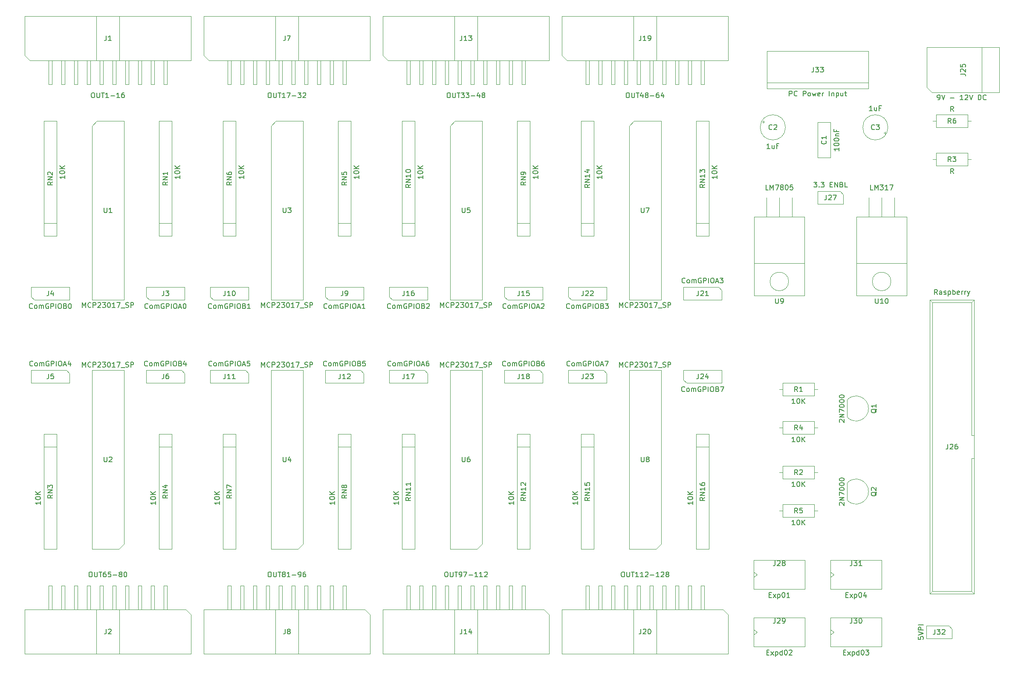
<source format=gbr>
G04 #@! TF.GenerationSoftware,KiCad,Pcbnew,(5.1.5)-3*
G04 #@! TF.CreationDate,2020-12-21T10:53:17+01:00*
G04 #@! TF.ProjectId,FGINT-V4-MASTER-128,4647494e-542d-4563-942d-4d4153544552,rev?*
G04 #@! TF.SameCoordinates,Original*
G04 #@! TF.FileFunction,Other,Fab,Top*
%FSLAX46Y46*%
G04 Gerber Fmt 4.6, Leading zero omitted, Abs format (unit mm)*
G04 Created by KiCad (PCBNEW (5.1.5)-3) date 2020-12-21 10:53:17*
%MOMM*%
%LPD*%
G04 APERTURE LIST*
%ADD10C,0.100000*%
%ADD11C,0.150000*%
G04 APERTURE END LIST*
D10*
X203200000Y-72390000D02*
X203200000Y-68580000D01*
X205740000Y-72390000D02*
X205740000Y-68580000D01*
X208280000Y-72390000D02*
X208280000Y-68580000D01*
X200740000Y-72390000D02*
X210740000Y-72390000D01*
X200740000Y-81640000D02*
X200740000Y-72390000D01*
X210740000Y-81640000D02*
X200740000Y-81640000D01*
X210740000Y-72390000D02*
X210740000Y-81640000D01*
X200740000Y-81640000D02*
X210740000Y-81640000D01*
X200740000Y-88040000D02*
X200740000Y-81640000D01*
X210740000Y-88040000D02*
X200740000Y-88040000D01*
X210740000Y-81640000D02*
X210740000Y-88040000D01*
X207590000Y-85240000D02*
G75*
G03X207590000Y-85240000I-1850000J0D01*
G01*
X235605000Y-147340000D02*
X235605000Y-88880000D01*
X236155000Y-146800000D02*
X236155000Y-89440000D01*
X244455000Y-147340000D02*
X244455000Y-88880000D01*
X243905000Y-146800000D02*
X243905000Y-120360000D01*
X243905000Y-115860000D02*
X243905000Y-89440000D01*
X243905000Y-120360000D02*
X244455000Y-120360000D01*
X243905000Y-115860000D02*
X244455000Y-115860000D01*
X235605000Y-147340000D02*
X244455000Y-147340000D01*
X236155000Y-146800000D02*
X243905000Y-146800000D01*
X235605000Y-88880000D02*
X244455000Y-88880000D01*
X236155000Y-89440000D02*
X243905000Y-89440000D01*
X235605000Y-147340000D02*
X236155000Y-146800000D01*
X235605000Y-88880000D02*
X236155000Y-89440000D01*
X244455000Y-147340000D02*
X243905000Y-146800000D01*
X244455000Y-88880000D02*
X243905000Y-89440000D01*
X167320000Y-46040000D02*
X167960000Y-46040000D01*
X167960000Y-46040000D02*
X167960000Y-41340000D01*
X178120000Y-46040000D02*
X178120000Y-41340000D01*
X180020000Y-46040000D02*
X180660000Y-46040000D01*
X180660000Y-46040000D02*
X180660000Y-41340000D01*
X182560000Y-46040000D02*
X183200000Y-46040000D01*
X183200000Y-46040000D02*
X183200000Y-41340000D01*
X185100000Y-46040000D02*
X185740000Y-46040000D01*
X185740000Y-46040000D02*
X185740000Y-41340000D01*
X169860000Y-46040000D02*
X170500000Y-46040000D01*
X170500000Y-46040000D02*
X170500000Y-41340000D01*
X187640000Y-46040000D02*
X188280000Y-46040000D01*
X188280000Y-46040000D02*
X188280000Y-41340000D01*
X190180000Y-46040000D02*
X190820000Y-46040000D01*
X190820000Y-46040000D02*
X190820000Y-41340000D01*
X172400000Y-46040000D02*
X173040000Y-46040000D01*
X173040000Y-46040000D02*
X173040000Y-41340000D01*
X174940000Y-46040000D02*
X175580000Y-46040000D01*
X175580000Y-46040000D02*
X175580000Y-41340000D01*
X177480000Y-46040000D02*
X178120000Y-46040000D01*
X195600000Y-32490000D02*
X162540000Y-32490000D01*
X167320000Y-41340000D02*
X167320000Y-46040000D01*
X163540000Y-41340000D02*
X162540000Y-40340000D01*
X180020000Y-41340000D02*
X180020000Y-46040000D01*
X181320000Y-41340000D02*
X181320000Y-32490000D01*
X182560000Y-41340000D02*
X182560000Y-46040000D01*
X185100000Y-41340000D02*
X185100000Y-46040000D01*
X169860000Y-41340000D02*
X169860000Y-46040000D01*
X187640000Y-41340000D02*
X187640000Y-46040000D01*
X190180000Y-41340000D02*
X190180000Y-46040000D01*
X195600000Y-41340000D02*
X195600000Y-32490000D01*
X195600000Y-41340000D02*
X163540000Y-41340000D01*
X172400000Y-41340000D02*
X172400000Y-46040000D01*
X174940000Y-41340000D02*
X174940000Y-46040000D01*
X176820000Y-41340000D02*
X176820000Y-32490000D01*
X177480000Y-41340000D02*
X177480000Y-46040000D01*
X162540000Y-40340000D02*
X162540000Y-32490000D01*
X216607107Y-154940000D02*
X215900000Y-155440000D01*
X215900000Y-154440000D02*
X216607107Y-154940000D01*
X226060000Y-152020000D02*
X215900000Y-152020000D01*
X226060000Y-157820000D02*
X226060000Y-152020000D01*
X215900000Y-157820000D02*
X226060000Y-157820000D01*
X215900000Y-152020000D02*
X215900000Y-157820000D01*
X201367107Y-154940000D02*
X200660000Y-155440000D01*
X200660000Y-154440000D02*
X201367107Y-154940000D01*
X210820000Y-152020000D02*
X200660000Y-152020000D01*
X210820000Y-157820000D02*
X210820000Y-152020000D01*
X200660000Y-157820000D02*
X210820000Y-157820000D01*
X200660000Y-152020000D02*
X200660000Y-157820000D01*
X201367107Y-143510000D02*
X200660000Y-144010000D01*
X200660000Y-143010000D02*
X201367107Y-143510000D01*
X210820000Y-140590000D02*
X200660000Y-140590000D01*
X210820000Y-146390000D02*
X210820000Y-140590000D01*
X200660000Y-146390000D02*
X210820000Y-146390000D01*
X200660000Y-140590000D02*
X200660000Y-146390000D01*
X213380000Y-60610000D02*
X215880000Y-60610000D01*
X215880000Y-60610000D02*
X215880000Y-53610000D01*
X215880000Y-53610000D02*
X213380000Y-53610000D01*
X213380000Y-53610000D02*
X213380000Y-60610000D01*
X202566395Y-53272500D02*
X202566395Y-53772500D01*
X202316395Y-53522500D02*
X202816395Y-53522500D01*
X206950000Y-54610000D02*
G75*
G03X206950000Y-54610000I-2500000J0D01*
G01*
X227310000Y-54610000D02*
G75*
G03X227310000Y-54610000I-2500000J0D01*
G01*
X226943605Y-55697500D02*
X226443605Y-55697500D01*
X226693605Y-55947500D02*
X226693605Y-55447500D01*
X80645000Y-88900000D02*
X80010000Y-88265000D01*
X87630000Y-88900000D02*
X80645000Y-88900000D01*
X87630000Y-86360000D02*
X87630000Y-88900000D01*
X80010000Y-86360000D02*
X87630000Y-86360000D01*
X80010000Y-88265000D02*
X80010000Y-86360000D01*
X57150000Y-88265000D02*
X57150000Y-86360000D01*
X57150000Y-86360000D02*
X64770000Y-86360000D01*
X64770000Y-86360000D02*
X64770000Y-88900000D01*
X64770000Y-88900000D02*
X57785000Y-88900000D01*
X57785000Y-88900000D02*
X57150000Y-88265000D01*
X64770000Y-103505000D02*
X64770000Y-105410000D01*
X64770000Y-105410000D02*
X57150000Y-105410000D01*
X57150000Y-105410000D02*
X57150000Y-102870000D01*
X57150000Y-102870000D02*
X64135000Y-102870000D01*
X64135000Y-102870000D02*
X64770000Y-103505000D01*
X86995000Y-102870000D02*
X87630000Y-103505000D01*
X80010000Y-102870000D02*
X86995000Y-102870000D01*
X80010000Y-105410000D02*
X80010000Y-102870000D01*
X87630000Y-105410000D02*
X80010000Y-105410000D01*
X87630000Y-103505000D02*
X87630000Y-105410000D01*
X115570000Y-88265000D02*
X115570000Y-86360000D01*
X115570000Y-86360000D02*
X123190000Y-86360000D01*
X123190000Y-86360000D02*
X123190000Y-88900000D01*
X123190000Y-88900000D02*
X116205000Y-88900000D01*
X116205000Y-88900000D02*
X115570000Y-88265000D01*
X93345000Y-88900000D02*
X92710000Y-88265000D01*
X100330000Y-88900000D02*
X93345000Y-88900000D01*
X100330000Y-86360000D02*
X100330000Y-88900000D01*
X92710000Y-86360000D02*
X100330000Y-86360000D01*
X92710000Y-88265000D02*
X92710000Y-86360000D01*
X100330000Y-103505000D02*
X100330000Y-105410000D01*
X100330000Y-105410000D02*
X92710000Y-105410000D01*
X92710000Y-105410000D02*
X92710000Y-102870000D01*
X92710000Y-102870000D02*
X99695000Y-102870000D01*
X99695000Y-102870000D02*
X100330000Y-103505000D01*
X123190000Y-103505000D02*
X123190000Y-105410000D01*
X123190000Y-105410000D02*
X115570000Y-105410000D01*
X115570000Y-105410000D02*
X115570000Y-102870000D01*
X115570000Y-102870000D02*
X122555000Y-102870000D01*
X122555000Y-102870000D02*
X123190000Y-103505000D01*
X151765000Y-88900000D02*
X151130000Y-88265000D01*
X158750000Y-88900000D02*
X151765000Y-88900000D01*
X158750000Y-86360000D02*
X158750000Y-88900000D01*
X151130000Y-86360000D02*
X158750000Y-86360000D01*
X151130000Y-88265000D02*
X151130000Y-86360000D01*
X128905000Y-88900000D02*
X128270000Y-88265000D01*
X135890000Y-88900000D02*
X128905000Y-88900000D01*
X135890000Y-86360000D02*
X135890000Y-88900000D01*
X128270000Y-86360000D02*
X135890000Y-86360000D01*
X128270000Y-88265000D02*
X128270000Y-86360000D01*
X135890000Y-103505000D02*
X135890000Y-105410000D01*
X135890000Y-105410000D02*
X128270000Y-105410000D01*
X128270000Y-105410000D02*
X128270000Y-102870000D01*
X128270000Y-102870000D02*
X135255000Y-102870000D01*
X135255000Y-102870000D02*
X135890000Y-103505000D01*
X158115000Y-102870000D02*
X158750000Y-103505000D01*
X151130000Y-102870000D02*
X158115000Y-102870000D01*
X151130000Y-105410000D02*
X151130000Y-102870000D01*
X158750000Y-105410000D02*
X151130000Y-105410000D01*
X158750000Y-103505000D02*
X158750000Y-105410000D01*
X194310000Y-86995000D02*
X194310000Y-88900000D01*
X194310000Y-88900000D02*
X186690000Y-88900000D01*
X186690000Y-88900000D02*
X186690000Y-86360000D01*
X186690000Y-86360000D02*
X193675000Y-86360000D01*
X193675000Y-86360000D02*
X194310000Y-86995000D01*
X163830000Y-88265000D02*
X163830000Y-86360000D01*
X163830000Y-86360000D02*
X171450000Y-86360000D01*
X171450000Y-86360000D02*
X171450000Y-88900000D01*
X171450000Y-88900000D02*
X164465000Y-88900000D01*
X164465000Y-88900000D02*
X163830000Y-88265000D01*
X170815000Y-102870000D02*
X171450000Y-103505000D01*
X163830000Y-102870000D02*
X170815000Y-102870000D01*
X163830000Y-105410000D02*
X163830000Y-102870000D01*
X171450000Y-105410000D02*
X163830000Y-105410000D01*
X171450000Y-103505000D02*
X171450000Y-105410000D01*
X187325000Y-105410000D02*
X186690000Y-104775000D01*
X194310000Y-105410000D02*
X187325000Y-105410000D01*
X194310000Y-102870000D02*
X194310000Y-105410000D01*
X186690000Y-102870000D02*
X194310000Y-102870000D01*
X186690000Y-104775000D02*
X186690000Y-102870000D01*
X235060000Y-38680000D02*
X249460000Y-38680000D01*
X249460000Y-38680000D02*
X249460000Y-47680000D01*
X249460000Y-47680000D02*
X236060000Y-47680000D01*
X236060000Y-47680000D02*
X235060000Y-46680000D01*
X235060000Y-46680000D02*
X235060000Y-38680000D01*
X245960000Y-47680000D02*
X245960000Y-38680000D01*
X219226375Y-108736375D02*
G75*
G02X223460000Y-110490000I1753625J-1753625D01*
G01*
X219226375Y-112243625D02*
G75*
G03X223460000Y-110490000I1753625J1753625D01*
G01*
X219230000Y-108720000D02*
X219230000Y-112220000D01*
X219230000Y-125230000D02*
X219230000Y-128730000D01*
X219226375Y-128753625D02*
G75*
G03X223460000Y-127000000I1753625J1753625D01*
G01*
X219226375Y-125246375D02*
G75*
G02X223460000Y-127000000I1753625J-1753625D01*
G01*
X206400000Y-105430000D02*
X206400000Y-107930000D01*
X206400000Y-107930000D02*
X212700000Y-107930000D01*
X212700000Y-107930000D02*
X212700000Y-105430000D01*
X212700000Y-105430000D02*
X206400000Y-105430000D01*
X205740000Y-106680000D02*
X206400000Y-106680000D01*
X213360000Y-106680000D02*
X212700000Y-106680000D01*
X213360000Y-123190000D02*
X212700000Y-123190000D01*
X205740000Y-123190000D02*
X206400000Y-123190000D01*
X212700000Y-121940000D02*
X206400000Y-121940000D01*
X212700000Y-124440000D02*
X212700000Y-121940000D01*
X206400000Y-124440000D02*
X212700000Y-124440000D01*
X206400000Y-121940000D02*
X206400000Y-124440000D01*
X236880000Y-59710000D02*
X236880000Y-62210000D01*
X236880000Y-62210000D02*
X243180000Y-62210000D01*
X243180000Y-62210000D02*
X243180000Y-59710000D01*
X243180000Y-59710000D02*
X236880000Y-59710000D01*
X236220000Y-60960000D02*
X236880000Y-60960000D01*
X243840000Y-60960000D02*
X243180000Y-60960000D01*
X213360000Y-114300000D02*
X212700000Y-114300000D01*
X205740000Y-114300000D02*
X206400000Y-114300000D01*
X212700000Y-113050000D02*
X206400000Y-113050000D01*
X212700000Y-115550000D02*
X212700000Y-113050000D01*
X206400000Y-115550000D02*
X212700000Y-115550000D01*
X206400000Y-113050000D02*
X206400000Y-115550000D01*
X206400000Y-129560000D02*
X206400000Y-132060000D01*
X206400000Y-132060000D02*
X212700000Y-132060000D01*
X212700000Y-132060000D02*
X212700000Y-129560000D01*
X212700000Y-129560000D02*
X206400000Y-129560000D01*
X205740000Y-130810000D02*
X206400000Y-130810000D01*
X213360000Y-130810000D02*
X212700000Y-130810000D01*
X236220000Y-53340000D02*
X236880000Y-53340000D01*
X243840000Y-53340000D02*
X243180000Y-53340000D01*
X236880000Y-54590000D02*
X243180000Y-54590000D01*
X236880000Y-52090000D02*
X236880000Y-54590000D01*
X243180000Y-52090000D02*
X236880000Y-52090000D01*
X243180000Y-54590000D02*
X243180000Y-52090000D01*
X82570000Y-76220000D02*
X85070000Y-76220000D01*
X85070000Y-76220000D02*
X85070000Y-53320000D01*
X85070000Y-53320000D02*
X82570000Y-53320000D01*
X82570000Y-53320000D02*
X82570000Y-76220000D01*
X82570000Y-73660000D02*
X85070000Y-73660000D01*
X59710000Y-73660000D02*
X62210000Y-73660000D01*
X59710000Y-53320000D02*
X59710000Y-76220000D01*
X62210000Y-53320000D02*
X59710000Y-53320000D01*
X62210000Y-76220000D02*
X62210000Y-53320000D01*
X59710000Y-76220000D02*
X62210000Y-76220000D01*
X62210000Y-115550000D02*
X59710000Y-115550000D01*
X59710000Y-115550000D02*
X59710000Y-138450000D01*
X59710000Y-138450000D02*
X62210000Y-138450000D01*
X62210000Y-138450000D02*
X62210000Y-115550000D01*
X62210000Y-118110000D02*
X59710000Y-118110000D01*
X85070000Y-115550000D02*
X82570000Y-115550000D01*
X82570000Y-115550000D02*
X82570000Y-138450000D01*
X82570000Y-138450000D02*
X85070000Y-138450000D01*
X85070000Y-138450000D02*
X85070000Y-115550000D01*
X85070000Y-118110000D02*
X82570000Y-118110000D01*
X118130000Y-76220000D02*
X120630000Y-76220000D01*
X120630000Y-76220000D02*
X120630000Y-53320000D01*
X120630000Y-53320000D02*
X118130000Y-53320000D01*
X118130000Y-53320000D02*
X118130000Y-76220000D01*
X118130000Y-73660000D02*
X120630000Y-73660000D01*
X95270000Y-73660000D02*
X97770000Y-73660000D01*
X95270000Y-53320000D02*
X95270000Y-76220000D01*
X97770000Y-53320000D02*
X95270000Y-53320000D01*
X97770000Y-76220000D02*
X97770000Y-53320000D01*
X95270000Y-76220000D02*
X97770000Y-76220000D01*
X97770000Y-118110000D02*
X95270000Y-118110000D01*
X97770000Y-138450000D02*
X97770000Y-115550000D01*
X95270000Y-138450000D02*
X97770000Y-138450000D01*
X95270000Y-115550000D02*
X95270000Y-138450000D01*
X97770000Y-115550000D02*
X95270000Y-115550000D01*
X120630000Y-118110000D02*
X118130000Y-118110000D01*
X120630000Y-138450000D02*
X120630000Y-115550000D01*
X118130000Y-138450000D02*
X120630000Y-138450000D01*
X118130000Y-115550000D02*
X118130000Y-138450000D01*
X120630000Y-115550000D02*
X118130000Y-115550000D01*
X153690000Y-76220000D02*
X156190000Y-76220000D01*
X156190000Y-76220000D02*
X156190000Y-53320000D01*
X156190000Y-53320000D02*
X153690000Y-53320000D01*
X153690000Y-53320000D02*
X153690000Y-76220000D01*
X153690000Y-73660000D02*
X156190000Y-73660000D01*
X130830000Y-73660000D02*
X133330000Y-73660000D01*
X130830000Y-53320000D02*
X130830000Y-76220000D01*
X133330000Y-53320000D02*
X130830000Y-53320000D01*
X133330000Y-76220000D02*
X133330000Y-53320000D01*
X130830000Y-76220000D02*
X133330000Y-76220000D01*
X133330000Y-118110000D02*
X130830000Y-118110000D01*
X133330000Y-138450000D02*
X133330000Y-115550000D01*
X130830000Y-138450000D02*
X133330000Y-138450000D01*
X130830000Y-115550000D02*
X130830000Y-138450000D01*
X133330000Y-115550000D02*
X130830000Y-115550000D01*
X156190000Y-115550000D02*
X153690000Y-115550000D01*
X153690000Y-115550000D02*
X153690000Y-138450000D01*
X153690000Y-138450000D02*
X156190000Y-138450000D01*
X156190000Y-138450000D02*
X156190000Y-115550000D01*
X156190000Y-118110000D02*
X153690000Y-118110000D01*
X189250000Y-73660000D02*
X191750000Y-73660000D01*
X189250000Y-53320000D02*
X189250000Y-76220000D01*
X191750000Y-53320000D02*
X189250000Y-53320000D01*
X191750000Y-76220000D02*
X191750000Y-53320000D01*
X189250000Y-76220000D02*
X191750000Y-76220000D01*
X166390000Y-76220000D02*
X168890000Y-76220000D01*
X168890000Y-76220000D02*
X168890000Y-53320000D01*
X168890000Y-53320000D02*
X166390000Y-53320000D01*
X166390000Y-53320000D02*
X166390000Y-76220000D01*
X166390000Y-73660000D02*
X168890000Y-73660000D01*
X168890000Y-115550000D02*
X166390000Y-115550000D01*
X166390000Y-115550000D02*
X166390000Y-138450000D01*
X166390000Y-138450000D02*
X168890000Y-138450000D01*
X168890000Y-138450000D02*
X168890000Y-115550000D01*
X168890000Y-118110000D02*
X166390000Y-118110000D01*
X191750000Y-118110000D02*
X189250000Y-118110000D01*
X191750000Y-138450000D02*
X191750000Y-115550000D01*
X189250000Y-138450000D02*
X191750000Y-138450000D01*
X189250000Y-115550000D02*
X189250000Y-138450000D01*
X191750000Y-115550000D02*
X189250000Y-115550000D01*
X69215000Y-54340000D02*
X70215000Y-53340000D01*
X69215000Y-88900000D02*
X69215000Y-54340000D01*
X75565000Y-88900000D02*
X69215000Y-88900000D01*
X75565000Y-53340000D02*
X75565000Y-88900000D01*
X70215000Y-53340000D02*
X75565000Y-53340000D01*
X74565000Y-138430000D02*
X69215000Y-138430000D01*
X69215000Y-138430000D02*
X69215000Y-102870000D01*
X69215000Y-102870000D02*
X75565000Y-102870000D01*
X75565000Y-102870000D02*
X75565000Y-137430000D01*
X75565000Y-137430000D02*
X74565000Y-138430000D01*
X104775000Y-54340000D02*
X105775000Y-53340000D01*
X104775000Y-88900000D02*
X104775000Y-54340000D01*
X111125000Y-88900000D02*
X104775000Y-88900000D01*
X111125000Y-53340000D02*
X111125000Y-88900000D01*
X105775000Y-53340000D02*
X111125000Y-53340000D01*
X110125000Y-138430000D02*
X104775000Y-138430000D01*
X104775000Y-138430000D02*
X104775000Y-102870000D01*
X104775000Y-102870000D02*
X111125000Y-102870000D01*
X111125000Y-102870000D02*
X111125000Y-137430000D01*
X111125000Y-137430000D02*
X110125000Y-138430000D01*
X141335000Y-53340000D02*
X146685000Y-53340000D01*
X146685000Y-53340000D02*
X146685000Y-88900000D01*
X146685000Y-88900000D02*
X140335000Y-88900000D01*
X140335000Y-88900000D02*
X140335000Y-54340000D01*
X140335000Y-54340000D02*
X141335000Y-53340000D01*
X146685000Y-137430000D02*
X145685000Y-138430000D01*
X146685000Y-102870000D02*
X146685000Y-137430000D01*
X140335000Y-102870000D02*
X146685000Y-102870000D01*
X140335000Y-138430000D02*
X140335000Y-102870000D01*
X145685000Y-138430000D02*
X140335000Y-138430000D01*
X176895000Y-53340000D02*
X182245000Y-53340000D01*
X182245000Y-53340000D02*
X182245000Y-88900000D01*
X182245000Y-88900000D02*
X175895000Y-88900000D01*
X175895000Y-88900000D02*
X175895000Y-54340000D01*
X175895000Y-54340000D02*
X176895000Y-53340000D01*
X182245000Y-137430000D02*
X181245000Y-138430000D01*
X182245000Y-102870000D02*
X182245000Y-137430000D01*
X175895000Y-102870000D02*
X182245000Y-102870000D01*
X175895000Y-138430000D02*
X175895000Y-102870000D01*
X181245000Y-138430000D02*
X175895000Y-138430000D01*
X227910000Y-85240000D02*
G75*
G03X227910000Y-85240000I-1850000J0D01*
G01*
X231060000Y-81640000D02*
X231060000Y-88040000D01*
X231060000Y-88040000D02*
X221060000Y-88040000D01*
X221060000Y-88040000D02*
X221060000Y-81640000D01*
X221060000Y-81640000D02*
X231060000Y-81640000D01*
X231060000Y-72390000D02*
X231060000Y-81640000D01*
X231060000Y-81640000D02*
X221060000Y-81640000D01*
X221060000Y-81640000D02*
X221060000Y-72390000D01*
X221060000Y-72390000D02*
X231060000Y-72390000D01*
X228600000Y-72390000D02*
X228600000Y-68580000D01*
X226060000Y-72390000D02*
X226060000Y-68580000D01*
X223520000Y-72390000D02*
X223520000Y-68580000D01*
X55860000Y-40340000D02*
X55860000Y-32490000D01*
X70800000Y-41340000D02*
X70800000Y-46040000D01*
X70140000Y-41340000D02*
X70140000Y-32490000D01*
X68260000Y-41340000D02*
X68260000Y-46040000D01*
X65720000Y-41340000D02*
X65720000Y-46040000D01*
X88920000Y-41340000D02*
X56860000Y-41340000D01*
X88920000Y-41340000D02*
X88920000Y-32490000D01*
X83500000Y-41340000D02*
X83500000Y-46040000D01*
X80960000Y-41340000D02*
X80960000Y-46040000D01*
X63180000Y-41340000D02*
X63180000Y-46040000D01*
X78420000Y-41340000D02*
X78420000Y-46040000D01*
X75880000Y-41340000D02*
X75880000Y-46040000D01*
X74640000Y-41340000D02*
X74640000Y-32490000D01*
X73340000Y-41340000D02*
X73340000Y-46040000D01*
X56860000Y-41340000D02*
X55860000Y-40340000D01*
X60640000Y-41340000D02*
X60640000Y-46040000D01*
X88920000Y-32490000D02*
X55860000Y-32490000D01*
X70800000Y-46040000D02*
X71440000Y-46040000D01*
X68900000Y-46040000D02*
X68900000Y-41340000D01*
X68260000Y-46040000D02*
X68900000Y-46040000D01*
X66360000Y-46040000D02*
X66360000Y-41340000D01*
X65720000Y-46040000D02*
X66360000Y-46040000D01*
X84140000Y-46040000D02*
X84140000Y-41340000D01*
X83500000Y-46040000D02*
X84140000Y-46040000D01*
X81600000Y-46040000D02*
X81600000Y-41340000D01*
X80960000Y-46040000D02*
X81600000Y-46040000D01*
X63820000Y-46040000D02*
X63820000Y-41340000D01*
X63180000Y-46040000D02*
X63820000Y-46040000D01*
X79060000Y-46040000D02*
X79060000Y-41340000D01*
X78420000Y-46040000D02*
X79060000Y-46040000D01*
X76520000Y-46040000D02*
X76520000Y-41340000D01*
X75880000Y-46040000D02*
X76520000Y-46040000D01*
X73980000Y-46040000D02*
X73980000Y-41340000D01*
X73340000Y-46040000D02*
X73980000Y-46040000D01*
X71440000Y-46040000D02*
X71440000Y-41340000D01*
X61280000Y-46040000D02*
X61280000Y-41340000D01*
X60640000Y-46040000D02*
X61280000Y-46040000D01*
X84140000Y-145730000D02*
X83500000Y-145730000D01*
X83500000Y-145730000D02*
X83500000Y-150430000D01*
X73340000Y-145730000D02*
X73340000Y-150430000D01*
X71440000Y-145730000D02*
X70800000Y-145730000D01*
X70800000Y-145730000D02*
X70800000Y-150430000D01*
X68900000Y-145730000D02*
X68260000Y-145730000D01*
X68260000Y-145730000D02*
X68260000Y-150430000D01*
X66360000Y-145730000D02*
X65720000Y-145730000D01*
X65720000Y-145730000D02*
X65720000Y-150430000D01*
X81600000Y-145730000D02*
X80960000Y-145730000D01*
X80960000Y-145730000D02*
X80960000Y-150430000D01*
X63820000Y-145730000D02*
X63180000Y-145730000D01*
X63180000Y-145730000D02*
X63180000Y-150430000D01*
X61280000Y-145730000D02*
X60640000Y-145730000D01*
X60640000Y-145730000D02*
X60640000Y-150430000D01*
X79060000Y-145730000D02*
X78420000Y-145730000D01*
X78420000Y-145730000D02*
X78420000Y-150430000D01*
X76520000Y-145730000D02*
X75880000Y-145730000D01*
X75880000Y-145730000D02*
X75880000Y-150430000D01*
X73980000Y-145730000D02*
X73340000Y-145730000D01*
X55860000Y-159280000D02*
X88920000Y-159280000D01*
X84140000Y-150430000D02*
X84140000Y-145730000D01*
X87920000Y-150430000D02*
X88920000Y-151430000D01*
X71440000Y-150430000D02*
X71440000Y-145730000D01*
X70140000Y-150430000D02*
X70140000Y-159280000D01*
X68900000Y-150430000D02*
X68900000Y-145730000D01*
X66360000Y-150430000D02*
X66360000Y-145730000D01*
X81600000Y-150430000D02*
X81600000Y-145730000D01*
X63820000Y-150430000D02*
X63820000Y-145730000D01*
X61280000Y-150430000D02*
X61280000Y-145730000D01*
X55860000Y-150430000D02*
X55860000Y-159280000D01*
X55860000Y-150430000D02*
X87920000Y-150430000D01*
X79060000Y-150430000D02*
X79060000Y-145730000D01*
X76520000Y-150430000D02*
X76520000Y-145730000D01*
X74640000Y-150430000D02*
X74640000Y-159280000D01*
X73980000Y-150430000D02*
X73980000Y-145730000D01*
X88920000Y-151430000D02*
X88920000Y-159280000D01*
X96200000Y-46040000D02*
X96840000Y-46040000D01*
X96840000Y-46040000D02*
X96840000Y-41340000D01*
X107000000Y-46040000D02*
X107000000Y-41340000D01*
X108900000Y-46040000D02*
X109540000Y-46040000D01*
X109540000Y-46040000D02*
X109540000Y-41340000D01*
X111440000Y-46040000D02*
X112080000Y-46040000D01*
X112080000Y-46040000D02*
X112080000Y-41340000D01*
X113980000Y-46040000D02*
X114620000Y-46040000D01*
X114620000Y-46040000D02*
X114620000Y-41340000D01*
X98740000Y-46040000D02*
X99380000Y-46040000D01*
X99380000Y-46040000D02*
X99380000Y-41340000D01*
X116520000Y-46040000D02*
X117160000Y-46040000D01*
X117160000Y-46040000D02*
X117160000Y-41340000D01*
X119060000Y-46040000D02*
X119700000Y-46040000D01*
X119700000Y-46040000D02*
X119700000Y-41340000D01*
X101280000Y-46040000D02*
X101920000Y-46040000D01*
X101920000Y-46040000D02*
X101920000Y-41340000D01*
X103820000Y-46040000D02*
X104460000Y-46040000D01*
X104460000Y-46040000D02*
X104460000Y-41340000D01*
X106360000Y-46040000D02*
X107000000Y-46040000D01*
X124480000Y-32490000D02*
X91420000Y-32490000D01*
X96200000Y-41340000D02*
X96200000Y-46040000D01*
X92420000Y-41340000D02*
X91420000Y-40340000D01*
X108900000Y-41340000D02*
X108900000Y-46040000D01*
X110200000Y-41340000D02*
X110200000Y-32490000D01*
X111440000Y-41340000D02*
X111440000Y-46040000D01*
X113980000Y-41340000D02*
X113980000Y-46040000D01*
X98740000Y-41340000D02*
X98740000Y-46040000D01*
X116520000Y-41340000D02*
X116520000Y-46040000D01*
X119060000Y-41340000D02*
X119060000Y-46040000D01*
X124480000Y-41340000D02*
X124480000Y-32490000D01*
X124480000Y-41340000D02*
X92420000Y-41340000D01*
X101280000Y-41340000D02*
X101280000Y-46040000D01*
X103820000Y-41340000D02*
X103820000Y-46040000D01*
X105700000Y-41340000D02*
X105700000Y-32490000D01*
X106360000Y-41340000D02*
X106360000Y-46040000D01*
X91420000Y-40340000D02*
X91420000Y-32490000D01*
X124480000Y-151430000D02*
X124480000Y-159280000D01*
X109540000Y-150430000D02*
X109540000Y-145730000D01*
X110200000Y-150430000D02*
X110200000Y-159280000D01*
X112080000Y-150430000D02*
X112080000Y-145730000D01*
X114620000Y-150430000D02*
X114620000Y-145730000D01*
X91420000Y-150430000D02*
X123480000Y-150430000D01*
X91420000Y-150430000D02*
X91420000Y-159280000D01*
X96840000Y-150430000D02*
X96840000Y-145730000D01*
X99380000Y-150430000D02*
X99380000Y-145730000D01*
X117160000Y-150430000D02*
X117160000Y-145730000D01*
X101920000Y-150430000D02*
X101920000Y-145730000D01*
X104460000Y-150430000D02*
X104460000Y-145730000D01*
X105700000Y-150430000D02*
X105700000Y-159280000D01*
X107000000Y-150430000D02*
X107000000Y-145730000D01*
X123480000Y-150430000D02*
X124480000Y-151430000D01*
X119700000Y-150430000D02*
X119700000Y-145730000D01*
X91420000Y-159280000D02*
X124480000Y-159280000D01*
X109540000Y-145730000D02*
X108900000Y-145730000D01*
X111440000Y-145730000D02*
X111440000Y-150430000D01*
X112080000Y-145730000D02*
X111440000Y-145730000D01*
X113980000Y-145730000D02*
X113980000Y-150430000D01*
X114620000Y-145730000D02*
X113980000Y-145730000D01*
X96200000Y-145730000D02*
X96200000Y-150430000D01*
X96840000Y-145730000D02*
X96200000Y-145730000D01*
X98740000Y-145730000D02*
X98740000Y-150430000D01*
X99380000Y-145730000D02*
X98740000Y-145730000D01*
X116520000Y-145730000D02*
X116520000Y-150430000D01*
X117160000Y-145730000D02*
X116520000Y-145730000D01*
X101280000Y-145730000D02*
X101280000Y-150430000D01*
X101920000Y-145730000D02*
X101280000Y-145730000D01*
X103820000Y-145730000D02*
X103820000Y-150430000D01*
X104460000Y-145730000D02*
X103820000Y-145730000D01*
X106360000Y-145730000D02*
X106360000Y-150430000D01*
X107000000Y-145730000D02*
X106360000Y-145730000D01*
X108900000Y-145730000D02*
X108900000Y-150430000D01*
X119060000Y-145730000D02*
X119060000Y-150430000D01*
X119700000Y-145730000D02*
X119060000Y-145730000D01*
X131760000Y-46040000D02*
X132400000Y-46040000D01*
X132400000Y-46040000D02*
X132400000Y-41340000D01*
X142560000Y-46040000D02*
X142560000Y-41340000D01*
X144460000Y-46040000D02*
X145100000Y-46040000D01*
X145100000Y-46040000D02*
X145100000Y-41340000D01*
X147000000Y-46040000D02*
X147640000Y-46040000D01*
X147640000Y-46040000D02*
X147640000Y-41340000D01*
X149540000Y-46040000D02*
X150180000Y-46040000D01*
X150180000Y-46040000D02*
X150180000Y-41340000D01*
X134300000Y-46040000D02*
X134940000Y-46040000D01*
X134940000Y-46040000D02*
X134940000Y-41340000D01*
X152080000Y-46040000D02*
X152720000Y-46040000D01*
X152720000Y-46040000D02*
X152720000Y-41340000D01*
X154620000Y-46040000D02*
X155260000Y-46040000D01*
X155260000Y-46040000D02*
X155260000Y-41340000D01*
X136840000Y-46040000D02*
X137480000Y-46040000D01*
X137480000Y-46040000D02*
X137480000Y-41340000D01*
X139380000Y-46040000D02*
X140020000Y-46040000D01*
X140020000Y-46040000D02*
X140020000Y-41340000D01*
X141920000Y-46040000D02*
X142560000Y-46040000D01*
X160040000Y-32490000D02*
X126980000Y-32490000D01*
X131760000Y-41340000D02*
X131760000Y-46040000D01*
X127980000Y-41340000D02*
X126980000Y-40340000D01*
X144460000Y-41340000D02*
X144460000Y-46040000D01*
X145760000Y-41340000D02*
X145760000Y-32490000D01*
X147000000Y-41340000D02*
X147000000Y-46040000D01*
X149540000Y-41340000D02*
X149540000Y-46040000D01*
X134300000Y-41340000D02*
X134300000Y-46040000D01*
X152080000Y-41340000D02*
X152080000Y-46040000D01*
X154620000Y-41340000D02*
X154620000Y-46040000D01*
X160040000Y-41340000D02*
X160040000Y-32490000D01*
X160040000Y-41340000D02*
X127980000Y-41340000D01*
X136840000Y-41340000D02*
X136840000Y-46040000D01*
X139380000Y-41340000D02*
X139380000Y-46040000D01*
X141260000Y-41340000D02*
X141260000Y-32490000D01*
X141920000Y-41340000D02*
X141920000Y-46040000D01*
X126980000Y-40340000D02*
X126980000Y-32490000D01*
X160040000Y-151430000D02*
X160040000Y-159280000D01*
X145100000Y-150430000D02*
X145100000Y-145730000D01*
X145760000Y-150430000D02*
X145760000Y-159280000D01*
X147640000Y-150430000D02*
X147640000Y-145730000D01*
X150180000Y-150430000D02*
X150180000Y-145730000D01*
X126980000Y-150430000D02*
X159040000Y-150430000D01*
X126980000Y-150430000D02*
X126980000Y-159280000D01*
X132400000Y-150430000D02*
X132400000Y-145730000D01*
X134940000Y-150430000D02*
X134940000Y-145730000D01*
X152720000Y-150430000D02*
X152720000Y-145730000D01*
X137480000Y-150430000D02*
X137480000Y-145730000D01*
X140020000Y-150430000D02*
X140020000Y-145730000D01*
X141260000Y-150430000D02*
X141260000Y-159280000D01*
X142560000Y-150430000D02*
X142560000Y-145730000D01*
X159040000Y-150430000D02*
X160040000Y-151430000D01*
X155260000Y-150430000D02*
X155260000Y-145730000D01*
X126980000Y-159280000D02*
X160040000Y-159280000D01*
X145100000Y-145730000D02*
X144460000Y-145730000D01*
X147000000Y-145730000D02*
X147000000Y-150430000D01*
X147640000Y-145730000D02*
X147000000Y-145730000D01*
X149540000Y-145730000D02*
X149540000Y-150430000D01*
X150180000Y-145730000D02*
X149540000Y-145730000D01*
X131760000Y-145730000D02*
X131760000Y-150430000D01*
X132400000Y-145730000D02*
X131760000Y-145730000D01*
X134300000Y-145730000D02*
X134300000Y-150430000D01*
X134940000Y-145730000D02*
X134300000Y-145730000D01*
X152080000Y-145730000D02*
X152080000Y-150430000D01*
X152720000Y-145730000D02*
X152080000Y-145730000D01*
X136840000Y-145730000D02*
X136840000Y-150430000D01*
X137480000Y-145730000D02*
X136840000Y-145730000D01*
X139380000Y-145730000D02*
X139380000Y-150430000D01*
X140020000Y-145730000D02*
X139380000Y-145730000D01*
X141920000Y-145730000D02*
X141920000Y-150430000D01*
X142560000Y-145730000D02*
X141920000Y-145730000D01*
X144460000Y-145730000D02*
X144460000Y-150430000D01*
X154620000Y-145730000D02*
X154620000Y-150430000D01*
X155260000Y-145730000D02*
X154620000Y-145730000D01*
X195600000Y-151430000D02*
X195600000Y-159280000D01*
X180660000Y-150430000D02*
X180660000Y-145730000D01*
X181320000Y-150430000D02*
X181320000Y-159280000D01*
X183200000Y-150430000D02*
X183200000Y-145730000D01*
X185740000Y-150430000D02*
X185740000Y-145730000D01*
X162540000Y-150430000D02*
X194600000Y-150430000D01*
X162540000Y-150430000D02*
X162540000Y-159280000D01*
X167960000Y-150430000D02*
X167960000Y-145730000D01*
X170500000Y-150430000D02*
X170500000Y-145730000D01*
X188280000Y-150430000D02*
X188280000Y-145730000D01*
X173040000Y-150430000D02*
X173040000Y-145730000D01*
X175580000Y-150430000D02*
X175580000Y-145730000D01*
X176820000Y-150430000D02*
X176820000Y-159280000D01*
X178120000Y-150430000D02*
X178120000Y-145730000D01*
X194600000Y-150430000D02*
X195600000Y-151430000D01*
X190820000Y-150430000D02*
X190820000Y-145730000D01*
X162540000Y-159280000D02*
X195600000Y-159280000D01*
X180660000Y-145730000D02*
X180020000Y-145730000D01*
X182560000Y-145730000D02*
X182560000Y-150430000D01*
X183200000Y-145730000D02*
X182560000Y-145730000D01*
X185100000Y-145730000D02*
X185100000Y-150430000D01*
X185740000Y-145730000D02*
X185100000Y-145730000D01*
X167320000Y-145730000D02*
X167320000Y-150430000D01*
X167960000Y-145730000D02*
X167320000Y-145730000D01*
X169860000Y-145730000D02*
X169860000Y-150430000D01*
X170500000Y-145730000D02*
X169860000Y-145730000D01*
X187640000Y-145730000D02*
X187640000Y-150430000D01*
X188280000Y-145730000D02*
X187640000Y-145730000D01*
X172400000Y-145730000D02*
X172400000Y-150430000D01*
X173040000Y-145730000D02*
X172400000Y-145730000D01*
X174940000Y-145730000D02*
X174940000Y-150430000D01*
X175580000Y-145730000D02*
X174940000Y-145730000D01*
X177480000Y-145730000D02*
X177480000Y-150430000D01*
X178120000Y-145730000D02*
X177480000Y-145730000D01*
X180020000Y-145730000D02*
X180020000Y-150430000D01*
X190180000Y-145730000D02*
X190180000Y-150430000D01*
X190820000Y-145730000D02*
X190180000Y-145730000D01*
X215900000Y-140590000D02*
X215900000Y-146390000D01*
X215900000Y-146390000D02*
X226060000Y-146390000D01*
X226060000Y-146390000D02*
X226060000Y-140590000D01*
X226060000Y-140590000D02*
X215900000Y-140590000D01*
X215900000Y-143010000D02*
X216607107Y-143510000D01*
X216607107Y-143510000D02*
X215900000Y-144010000D01*
X218440000Y-67945000D02*
X218440000Y-69850000D01*
X218440000Y-69850000D02*
X213360000Y-69850000D01*
X213360000Y-69850000D02*
X213360000Y-67310000D01*
X213360000Y-67310000D02*
X217805000Y-67310000D01*
X217805000Y-67310000D02*
X218440000Y-67945000D01*
X239395000Y-153670000D02*
X240030000Y-154305000D01*
X234950000Y-153670000D02*
X239395000Y-153670000D01*
X234950000Y-156210000D02*
X234950000Y-153670000D01*
X240030000Y-156210000D02*
X234950000Y-156210000D01*
X240030000Y-154305000D02*
X240030000Y-156210000D01*
X203260000Y-45730000D02*
X223460000Y-45730000D01*
X203310000Y-46930000D02*
X203260000Y-46930000D01*
X203260000Y-46930000D02*
X203260000Y-39430000D01*
X203260000Y-39430000D02*
X223460000Y-39430000D01*
X223460000Y-39430000D02*
X223460000Y-46930000D01*
X223460000Y-46930000D02*
X203310000Y-46930000D01*
D11*
X203573333Y-67032380D02*
X203097142Y-67032380D01*
X203097142Y-66032380D01*
X203906666Y-67032380D02*
X203906666Y-66032380D01*
X204240000Y-66746666D01*
X204573333Y-66032380D01*
X204573333Y-67032380D01*
X204954285Y-66032380D02*
X205620952Y-66032380D01*
X205192380Y-67032380D01*
X206144761Y-66460952D02*
X206049523Y-66413333D01*
X206001904Y-66365714D01*
X205954285Y-66270476D01*
X205954285Y-66222857D01*
X206001904Y-66127619D01*
X206049523Y-66080000D01*
X206144761Y-66032380D01*
X206335238Y-66032380D01*
X206430476Y-66080000D01*
X206478095Y-66127619D01*
X206525714Y-66222857D01*
X206525714Y-66270476D01*
X206478095Y-66365714D01*
X206430476Y-66413333D01*
X206335238Y-66460952D01*
X206144761Y-66460952D01*
X206049523Y-66508571D01*
X206001904Y-66556190D01*
X205954285Y-66651428D01*
X205954285Y-66841904D01*
X206001904Y-66937142D01*
X206049523Y-66984761D01*
X206144761Y-67032380D01*
X206335238Y-67032380D01*
X206430476Y-66984761D01*
X206478095Y-66937142D01*
X206525714Y-66841904D01*
X206525714Y-66651428D01*
X206478095Y-66556190D01*
X206430476Y-66508571D01*
X206335238Y-66460952D01*
X207144761Y-66032380D02*
X207240000Y-66032380D01*
X207335238Y-66080000D01*
X207382857Y-66127619D01*
X207430476Y-66222857D01*
X207478095Y-66413333D01*
X207478095Y-66651428D01*
X207430476Y-66841904D01*
X207382857Y-66937142D01*
X207335238Y-66984761D01*
X207240000Y-67032380D01*
X207144761Y-67032380D01*
X207049523Y-66984761D01*
X207001904Y-66937142D01*
X206954285Y-66841904D01*
X206906666Y-66651428D01*
X206906666Y-66413333D01*
X206954285Y-66222857D01*
X207001904Y-66127619D01*
X207049523Y-66080000D01*
X207144761Y-66032380D01*
X208382857Y-66032380D02*
X207906666Y-66032380D01*
X207859047Y-66508571D01*
X207906666Y-66460952D01*
X208001904Y-66413333D01*
X208240000Y-66413333D01*
X208335238Y-66460952D01*
X208382857Y-66508571D01*
X208430476Y-66603809D01*
X208430476Y-66841904D01*
X208382857Y-66937142D01*
X208335238Y-66984761D01*
X208240000Y-67032380D01*
X208001904Y-67032380D01*
X207906666Y-66984761D01*
X207859047Y-66937142D01*
X204978095Y-88612380D02*
X204978095Y-89421904D01*
X205025714Y-89517142D01*
X205073333Y-89564761D01*
X205168571Y-89612380D01*
X205359047Y-89612380D01*
X205454285Y-89564761D01*
X205501904Y-89517142D01*
X205549523Y-89421904D01*
X205549523Y-88612380D01*
X206073333Y-89612380D02*
X206263809Y-89612380D01*
X206359047Y-89564761D01*
X206406666Y-89517142D01*
X206501904Y-89374285D01*
X206549523Y-89183809D01*
X206549523Y-88802857D01*
X206501904Y-88707619D01*
X206454285Y-88660000D01*
X206359047Y-88612380D01*
X206168571Y-88612380D01*
X206073333Y-88660000D01*
X206025714Y-88707619D01*
X205978095Y-88802857D01*
X205978095Y-89040952D01*
X206025714Y-89136190D01*
X206073333Y-89183809D01*
X206168571Y-89231428D01*
X206359047Y-89231428D01*
X206454285Y-89183809D01*
X206501904Y-89136190D01*
X206549523Y-89040952D01*
X237149047Y-87828380D02*
X236815714Y-87352190D01*
X236577619Y-87828380D02*
X236577619Y-86828380D01*
X236958571Y-86828380D01*
X237053809Y-86876000D01*
X237101428Y-86923619D01*
X237149047Y-87018857D01*
X237149047Y-87161714D01*
X237101428Y-87256952D01*
X237053809Y-87304571D01*
X236958571Y-87352190D01*
X236577619Y-87352190D01*
X238006190Y-87828380D02*
X238006190Y-87304571D01*
X237958571Y-87209333D01*
X237863333Y-87161714D01*
X237672857Y-87161714D01*
X237577619Y-87209333D01*
X238006190Y-87780761D02*
X237910952Y-87828380D01*
X237672857Y-87828380D01*
X237577619Y-87780761D01*
X237530000Y-87685523D01*
X237530000Y-87590285D01*
X237577619Y-87495047D01*
X237672857Y-87447428D01*
X237910952Y-87447428D01*
X238006190Y-87399809D01*
X238434761Y-87780761D02*
X238530000Y-87828380D01*
X238720476Y-87828380D01*
X238815714Y-87780761D01*
X238863333Y-87685523D01*
X238863333Y-87637904D01*
X238815714Y-87542666D01*
X238720476Y-87495047D01*
X238577619Y-87495047D01*
X238482380Y-87447428D01*
X238434761Y-87352190D01*
X238434761Y-87304571D01*
X238482380Y-87209333D01*
X238577619Y-87161714D01*
X238720476Y-87161714D01*
X238815714Y-87209333D01*
X239291904Y-87161714D02*
X239291904Y-88161714D01*
X239291904Y-87209333D02*
X239387142Y-87161714D01*
X239577619Y-87161714D01*
X239672857Y-87209333D01*
X239720476Y-87256952D01*
X239768095Y-87352190D01*
X239768095Y-87637904D01*
X239720476Y-87733142D01*
X239672857Y-87780761D01*
X239577619Y-87828380D01*
X239387142Y-87828380D01*
X239291904Y-87780761D01*
X240196666Y-87828380D02*
X240196666Y-86828380D01*
X240196666Y-87209333D02*
X240291904Y-87161714D01*
X240482380Y-87161714D01*
X240577619Y-87209333D01*
X240625238Y-87256952D01*
X240672857Y-87352190D01*
X240672857Y-87637904D01*
X240625238Y-87733142D01*
X240577619Y-87780761D01*
X240482380Y-87828380D01*
X240291904Y-87828380D01*
X240196666Y-87780761D01*
X241482380Y-87780761D02*
X241387142Y-87828380D01*
X241196666Y-87828380D01*
X241101428Y-87780761D01*
X241053809Y-87685523D01*
X241053809Y-87304571D01*
X241101428Y-87209333D01*
X241196666Y-87161714D01*
X241387142Y-87161714D01*
X241482380Y-87209333D01*
X241530000Y-87304571D01*
X241530000Y-87399809D01*
X241053809Y-87495047D01*
X241958571Y-87828380D02*
X241958571Y-87161714D01*
X241958571Y-87352190D02*
X242006190Y-87256952D01*
X242053809Y-87209333D01*
X242149047Y-87161714D01*
X242244285Y-87161714D01*
X242577619Y-87828380D02*
X242577619Y-87161714D01*
X242577619Y-87352190D02*
X242625238Y-87256952D01*
X242672857Y-87209333D01*
X242768095Y-87161714D01*
X242863333Y-87161714D01*
X243101428Y-87161714D02*
X243339523Y-87828380D01*
X243577619Y-87161714D02*
X243339523Y-87828380D01*
X243244285Y-88066476D01*
X243196666Y-88114095D01*
X243101428Y-88161714D01*
X239220476Y-117562380D02*
X239220476Y-118276666D01*
X239172857Y-118419523D01*
X239077619Y-118514761D01*
X238934761Y-118562380D01*
X238839523Y-118562380D01*
X239649047Y-117657619D02*
X239696666Y-117610000D01*
X239791904Y-117562380D01*
X240030000Y-117562380D01*
X240125238Y-117610000D01*
X240172857Y-117657619D01*
X240220476Y-117752857D01*
X240220476Y-117848095D01*
X240172857Y-117990952D01*
X239601428Y-118562380D01*
X240220476Y-118562380D01*
X241077619Y-117562380D02*
X240887142Y-117562380D01*
X240791904Y-117610000D01*
X240744285Y-117657619D01*
X240649047Y-117800476D01*
X240601428Y-117990952D01*
X240601428Y-118371904D01*
X240649047Y-118467142D01*
X240696666Y-118514761D01*
X240791904Y-118562380D01*
X240982380Y-118562380D01*
X241077619Y-118514761D01*
X241125238Y-118467142D01*
X241172857Y-118371904D01*
X241172857Y-118133809D01*
X241125238Y-118038571D01*
X241077619Y-117990952D01*
X240982380Y-117943333D01*
X240791904Y-117943333D01*
X240696666Y-117990952D01*
X240649047Y-118038571D01*
X240601428Y-118133809D01*
X175546190Y-47712380D02*
X175736666Y-47712380D01*
X175831904Y-47760000D01*
X175927142Y-47855238D01*
X175974761Y-48045714D01*
X175974761Y-48379047D01*
X175927142Y-48569523D01*
X175831904Y-48664761D01*
X175736666Y-48712380D01*
X175546190Y-48712380D01*
X175450952Y-48664761D01*
X175355714Y-48569523D01*
X175308095Y-48379047D01*
X175308095Y-48045714D01*
X175355714Y-47855238D01*
X175450952Y-47760000D01*
X175546190Y-47712380D01*
X176403333Y-47712380D02*
X176403333Y-48521904D01*
X176450952Y-48617142D01*
X176498571Y-48664761D01*
X176593809Y-48712380D01*
X176784285Y-48712380D01*
X176879523Y-48664761D01*
X176927142Y-48617142D01*
X176974761Y-48521904D01*
X176974761Y-47712380D01*
X177308095Y-47712380D02*
X177879523Y-47712380D01*
X177593809Y-48712380D02*
X177593809Y-47712380D01*
X178641428Y-48045714D02*
X178641428Y-48712380D01*
X178403333Y-47664761D02*
X178165238Y-48379047D01*
X178784285Y-48379047D01*
X179308095Y-48140952D02*
X179212857Y-48093333D01*
X179165238Y-48045714D01*
X179117619Y-47950476D01*
X179117619Y-47902857D01*
X179165238Y-47807619D01*
X179212857Y-47760000D01*
X179308095Y-47712380D01*
X179498571Y-47712380D01*
X179593809Y-47760000D01*
X179641428Y-47807619D01*
X179689047Y-47902857D01*
X179689047Y-47950476D01*
X179641428Y-48045714D01*
X179593809Y-48093333D01*
X179498571Y-48140952D01*
X179308095Y-48140952D01*
X179212857Y-48188571D01*
X179165238Y-48236190D01*
X179117619Y-48331428D01*
X179117619Y-48521904D01*
X179165238Y-48617142D01*
X179212857Y-48664761D01*
X179308095Y-48712380D01*
X179498571Y-48712380D01*
X179593809Y-48664761D01*
X179641428Y-48617142D01*
X179689047Y-48521904D01*
X179689047Y-48331428D01*
X179641428Y-48236190D01*
X179593809Y-48188571D01*
X179498571Y-48140952D01*
X180117619Y-48331428D02*
X180879523Y-48331428D01*
X181784285Y-47712380D02*
X181593809Y-47712380D01*
X181498571Y-47760000D01*
X181450952Y-47807619D01*
X181355714Y-47950476D01*
X181308095Y-48140952D01*
X181308095Y-48521904D01*
X181355714Y-48617142D01*
X181403333Y-48664761D01*
X181498571Y-48712380D01*
X181689047Y-48712380D01*
X181784285Y-48664761D01*
X181831904Y-48617142D01*
X181879523Y-48521904D01*
X181879523Y-48283809D01*
X181831904Y-48188571D01*
X181784285Y-48140952D01*
X181689047Y-48093333D01*
X181498571Y-48093333D01*
X181403333Y-48140952D01*
X181355714Y-48188571D01*
X181308095Y-48283809D01*
X182736666Y-48045714D02*
X182736666Y-48712380D01*
X182498571Y-47664761D02*
X182260476Y-48379047D01*
X182879523Y-48379047D01*
X178260476Y-36367380D02*
X178260476Y-37081666D01*
X178212857Y-37224523D01*
X178117619Y-37319761D01*
X177974761Y-37367380D01*
X177879523Y-37367380D01*
X179260476Y-37367380D02*
X178689047Y-37367380D01*
X178974761Y-37367380D02*
X178974761Y-36367380D01*
X178879523Y-36510238D01*
X178784285Y-36605476D01*
X178689047Y-36653095D01*
X179736666Y-37367380D02*
X179927142Y-37367380D01*
X180022380Y-37319761D01*
X180070000Y-37272142D01*
X180165238Y-37129285D01*
X180212857Y-36938809D01*
X180212857Y-36557857D01*
X180165238Y-36462619D01*
X180117619Y-36415000D01*
X180022380Y-36367380D01*
X179831904Y-36367380D01*
X179736666Y-36415000D01*
X179689047Y-36462619D01*
X179641428Y-36557857D01*
X179641428Y-36795952D01*
X179689047Y-36891190D01*
X179736666Y-36938809D01*
X179831904Y-36986428D01*
X180022380Y-36986428D01*
X180117619Y-36938809D01*
X180165238Y-36891190D01*
X180212857Y-36795952D01*
X218503809Y-158948571D02*
X218837142Y-158948571D01*
X218980000Y-159472380D02*
X218503809Y-159472380D01*
X218503809Y-158472380D01*
X218980000Y-158472380D01*
X219313333Y-159472380D02*
X219837142Y-158805714D01*
X219313333Y-158805714D02*
X219837142Y-159472380D01*
X220218095Y-158805714D02*
X220218095Y-159805714D01*
X220218095Y-158853333D02*
X220313333Y-158805714D01*
X220503809Y-158805714D01*
X220599047Y-158853333D01*
X220646666Y-158900952D01*
X220694285Y-158996190D01*
X220694285Y-159281904D01*
X220646666Y-159377142D01*
X220599047Y-159424761D01*
X220503809Y-159472380D01*
X220313333Y-159472380D01*
X220218095Y-159424761D01*
X221551428Y-159472380D02*
X221551428Y-158472380D01*
X221551428Y-159424761D02*
X221456190Y-159472380D01*
X221265714Y-159472380D01*
X221170476Y-159424761D01*
X221122857Y-159377142D01*
X221075238Y-159281904D01*
X221075238Y-158996190D01*
X221122857Y-158900952D01*
X221170476Y-158853333D01*
X221265714Y-158805714D01*
X221456190Y-158805714D01*
X221551428Y-158853333D01*
X222218095Y-158472380D02*
X222313333Y-158472380D01*
X222408571Y-158520000D01*
X222456190Y-158567619D01*
X222503809Y-158662857D01*
X222551428Y-158853333D01*
X222551428Y-159091428D01*
X222503809Y-159281904D01*
X222456190Y-159377142D01*
X222408571Y-159424761D01*
X222313333Y-159472380D01*
X222218095Y-159472380D01*
X222122857Y-159424761D01*
X222075238Y-159377142D01*
X222027619Y-159281904D01*
X221980000Y-159091428D01*
X221980000Y-158853333D01*
X222027619Y-158662857D01*
X222075238Y-158567619D01*
X222122857Y-158520000D01*
X222218095Y-158472380D01*
X222884761Y-158472380D02*
X223503809Y-158472380D01*
X223170476Y-158853333D01*
X223313333Y-158853333D01*
X223408571Y-158900952D01*
X223456190Y-158948571D01*
X223503809Y-159043809D01*
X223503809Y-159281904D01*
X223456190Y-159377142D01*
X223408571Y-159424761D01*
X223313333Y-159472380D01*
X223027619Y-159472380D01*
X222932380Y-159424761D01*
X222884761Y-159377142D01*
X220170476Y-152172380D02*
X220170476Y-152886666D01*
X220122857Y-153029523D01*
X220027619Y-153124761D01*
X219884761Y-153172380D01*
X219789523Y-153172380D01*
X220551428Y-152172380D02*
X221170476Y-152172380D01*
X220837142Y-152553333D01*
X220980000Y-152553333D01*
X221075238Y-152600952D01*
X221122857Y-152648571D01*
X221170476Y-152743809D01*
X221170476Y-152981904D01*
X221122857Y-153077142D01*
X221075238Y-153124761D01*
X220980000Y-153172380D01*
X220694285Y-153172380D01*
X220599047Y-153124761D01*
X220551428Y-153077142D01*
X221789523Y-152172380D02*
X221884761Y-152172380D01*
X221980000Y-152220000D01*
X222027619Y-152267619D01*
X222075238Y-152362857D01*
X222122857Y-152553333D01*
X222122857Y-152791428D01*
X222075238Y-152981904D01*
X222027619Y-153077142D01*
X221980000Y-153124761D01*
X221884761Y-153172380D01*
X221789523Y-153172380D01*
X221694285Y-153124761D01*
X221646666Y-153077142D01*
X221599047Y-152981904D01*
X221551428Y-152791428D01*
X221551428Y-152553333D01*
X221599047Y-152362857D01*
X221646666Y-152267619D01*
X221694285Y-152220000D01*
X221789523Y-152172380D01*
X203263809Y-158948571D02*
X203597142Y-158948571D01*
X203740000Y-159472380D02*
X203263809Y-159472380D01*
X203263809Y-158472380D01*
X203740000Y-158472380D01*
X204073333Y-159472380D02*
X204597142Y-158805714D01*
X204073333Y-158805714D02*
X204597142Y-159472380D01*
X204978095Y-158805714D02*
X204978095Y-159805714D01*
X204978095Y-158853333D02*
X205073333Y-158805714D01*
X205263809Y-158805714D01*
X205359047Y-158853333D01*
X205406666Y-158900952D01*
X205454285Y-158996190D01*
X205454285Y-159281904D01*
X205406666Y-159377142D01*
X205359047Y-159424761D01*
X205263809Y-159472380D01*
X205073333Y-159472380D01*
X204978095Y-159424761D01*
X206311428Y-159472380D02*
X206311428Y-158472380D01*
X206311428Y-159424761D02*
X206216190Y-159472380D01*
X206025714Y-159472380D01*
X205930476Y-159424761D01*
X205882857Y-159377142D01*
X205835238Y-159281904D01*
X205835238Y-158996190D01*
X205882857Y-158900952D01*
X205930476Y-158853333D01*
X206025714Y-158805714D01*
X206216190Y-158805714D01*
X206311428Y-158853333D01*
X206978095Y-158472380D02*
X207073333Y-158472380D01*
X207168571Y-158520000D01*
X207216190Y-158567619D01*
X207263809Y-158662857D01*
X207311428Y-158853333D01*
X207311428Y-159091428D01*
X207263809Y-159281904D01*
X207216190Y-159377142D01*
X207168571Y-159424761D01*
X207073333Y-159472380D01*
X206978095Y-159472380D01*
X206882857Y-159424761D01*
X206835238Y-159377142D01*
X206787619Y-159281904D01*
X206740000Y-159091428D01*
X206740000Y-158853333D01*
X206787619Y-158662857D01*
X206835238Y-158567619D01*
X206882857Y-158520000D01*
X206978095Y-158472380D01*
X207692380Y-158567619D02*
X207740000Y-158520000D01*
X207835238Y-158472380D01*
X208073333Y-158472380D01*
X208168571Y-158520000D01*
X208216190Y-158567619D01*
X208263809Y-158662857D01*
X208263809Y-158758095D01*
X208216190Y-158900952D01*
X207644761Y-159472380D01*
X208263809Y-159472380D01*
X204930476Y-152172380D02*
X204930476Y-152886666D01*
X204882857Y-153029523D01*
X204787619Y-153124761D01*
X204644761Y-153172380D01*
X204549523Y-153172380D01*
X205359047Y-152267619D02*
X205406666Y-152220000D01*
X205501904Y-152172380D01*
X205740000Y-152172380D01*
X205835238Y-152220000D01*
X205882857Y-152267619D01*
X205930476Y-152362857D01*
X205930476Y-152458095D01*
X205882857Y-152600952D01*
X205311428Y-153172380D01*
X205930476Y-153172380D01*
X206406666Y-153172380D02*
X206597142Y-153172380D01*
X206692380Y-153124761D01*
X206740000Y-153077142D01*
X206835238Y-152934285D01*
X206882857Y-152743809D01*
X206882857Y-152362857D01*
X206835238Y-152267619D01*
X206787619Y-152220000D01*
X206692380Y-152172380D01*
X206501904Y-152172380D01*
X206406666Y-152220000D01*
X206359047Y-152267619D01*
X206311428Y-152362857D01*
X206311428Y-152600952D01*
X206359047Y-152696190D01*
X206406666Y-152743809D01*
X206501904Y-152791428D01*
X206692380Y-152791428D01*
X206787619Y-152743809D01*
X206835238Y-152696190D01*
X206882857Y-152600952D01*
X203716190Y-147518571D02*
X204049523Y-147518571D01*
X204192380Y-148042380D02*
X203716190Y-148042380D01*
X203716190Y-147042380D01*
X204192380Y-147042380D01*
X204525714Y-148042380D02*
X205049523Y-147375714D01*
X204525714Y-147375714D02*
X205049523Y-148042380D01*
X205430476Y-147375714D02*
X205430476Y-148375714D01*
X205430476Y-147423333D02*
X205525714Y-147375714D01*
X205716190Y-147375714D01*
X205811428Y-147423333D01*
X205859047Y-147470952D01*
X205906666Y-147566190D01*
X205906666Y-147851904D01*
X205859047Y-147947142D01*
X205811428Y-147994761D01*
X205716190Y-148042380D01*
X205525714Y-148042380D01*
X205430476Y-147994761D01*
X206525714Y-147042380D02*
X206620952Y-147042380D01*
X206716190Y-147090000D01*
X206763809Y-147137619D01*
X206811428Y-147232857D01*
X206859047Y-147423333D01*
X206859047Y-147661428D01*
X206811428Y-147851904D01*
X206763809Y-147947142D01*
X206716190Y-147994761D01*
X206620952Y-148042380D01*
X206525714Y-148042380D01*
X206430476Y-147994761D01*
X206382857Y-147947142D01*
X206335238Y-147851904D01*
X206287619Y-147661428D01*
X206287619Y-147423333D01*
X206335238Y-147232857D01*
X206382857Y-147137619D01*
X206430476Y-147090000D01*
X206525714Y-147042380D01*
X207811428Y-148042380D02*
X207240000Y-148042380D01*
X207525714Y-148042380D02*
X207525714Y-147042380D01*
X207430476Y-147185238D01*
X207335238Y-147280476D01*
X207240000Y-147328095D01*
X204930476Y-140742380D02*
X204930476Y-141456666D01*
X204882857Y-141599523D01*
X204787619Y-141694761D01*
X204644761Y-141742380D01*
X204549523Y-141742380D01*
X205359047Y-140837619D02*
X205406666Y-140790000D01*
X205501904Y-140742380D01*
X205740000Y-140742380D01*
X205835238Y-140790000D01*
X205882857Y-140837619D01*
X205930476Y-140932857D01*
X205930476Y-141028095D01*
X205882857Y-141170952D01*
X205311428Y-141742380D01*
X205930476Y-141742380D01*
X206501904Y-141170952D02*
X206406666Y-141123333D01*
X206359047Y-141075714D01*
X206311428Y-140980476D01*
X206311428Y-140932857D01*
X206359047Y-140837619D01*
X206406666Y-140790000D01*
X206501904Y-140742380D01*
X206692380Y-140742380D01*
X206787619Y-140790000D01*
X206835238Y-140837619D01*
X206882857Y-140932857D01*
X206882857Y-140980476D01*
X206835238Y-141075714D01*
X206787619Y-141123333D01*
X206692380Y-141170952D01*
X206501904Y-141170952D01*
X206406666Y-141218571D01*
X206359047Y-141266190D01*
X206311428Y-141361428D01*
X206311428Y-141551904D01*
X206359047Y-141647142D01*
X206406666Y-141694761D01*
X206501904Y-141742380D01*
X206692380Y-141742380D01*
X206787619Y-141694761D01*
X206835238Y-141647142D01*
X206882857Y-141551904D01*
X206882857Y-141361428D01*
X206835238Y-141266190D01*
X206787619Y-141218571D01*
X206692380Y-141170952D01*
X217582380Y-58657619D02*
X217582380Y-59229047D01*
X217582380Y-58943333D02*
X216582380Y-58943333D01*
X216725238Y-59038571D01*
X216820476Y-59133809D01*
X216868095Y-59229047D01*
X216582380Y-58038571D02*
X216582380Y-57943333D01*
X216630000Y-57848095D01*
X216677619Y-57800476D01*
X216772857Y-57752857D01*
X216963333Y-57705238D01*
X217201428Y-57705238D01*
X217391904Y-57752857D01*
X217487142Y-57800476D01*
X217534761Y-57848095D01*
X217582380Y-57943333D01*
X217582380Y-58038571D01*
X217534761Y-58133809D01*
X217487142Y-58181428D01*
X217391904Y-58229047D01*
X217201428Y-58276666D01*
X216963333Y-58276666D01*
X216772857Y-58229047D01*
X216677619Y-58181428D01*
X216630000Y-58133809D01*
X216582380Y-58038571D01*
X216582380Y-57086190D02*
X216582380Y-56990952D01*
X216630000Y-56895714D01*
X216677619Y-56848095D01*
X216772857Y-56800476D01*
X216963333Y-56752857D01*
X217201428Y-56752857D01*
X217391904Y-56800476D01*
X217487142Y-56848095D01*
X217534761Y-56895714D01*
X217582380Y-56990952D01*
X217582380Y-57086190D01*
X217534761Y-57181428D01*
X217487142Y-57229047D01*
X217391904Y-57276666D01*
X217201428Y-57324285D01*
X216963333Y-57324285D01*
X216772857Y-57276666D01*
X216677619Y-57229047D01*
X216630000Y-57181428D01*
X216582380Y-57086190D01*
X216915714Y-56324285D02*
X217582380Y-56324285D01*
X217010952Y-56324285D02*
X216963333Y-56276666D01*
X216915714Y-56181428D01*
X216915714Y-56038571D01*
X216963333Y-55943333D01*
X217058571Y-55895714D01*
X217582380Y-55895714D01*
X217058571Y-55086190D02*
X217058571Y-55419523D01*
X217582380Y-55419523D02*
X216582380Y-55419523D01*
X216582380Y-54943333D01*
X214987142Y-57276666D02*
X215034761Y-57324285D01*
X215082380Y-57467142D01*
X215082380Y-57562380D01*
X215034761Y-57705238D01*
X214939523Y-57800476D01*
X214844285Y-57848095D01*
X214653809Y-57895714D01*
X214510952Y-57895714D01*
X214320476Y-57848095D01*
X214225238Y-57800476D01*
X214130000Y-57705238D01*
X214082380Y-57562380D01*
X214082380Y-57467142D01*
X214130000Y-57324285D01*
X214177619Y-57276666D01*
X215082380Y-56324285D02*
X215082380Y-56895714D01*
X215082380Y-56610000D02*
X214082380Y-56610000D01*
X214225238Y-56705238D01*
X214320476Y-56800476D01*
X214368095Y-56895714D01*
X203854761Y-58812380D02*
X203283333Y-58812380D01*
X203569047Y-58812380D02*
X203569047Y-57812380D01*
X203473809Y-57955238D01*
X203378571Y-58050476D01*
X203283333Y-58098095D01*
X204711904Y-58145714D02*
X204711904Y-58812380D01*
X204283333Y-58145714D02*
X204283333Y-58669523D01*
X204330952Y-58764761D01*
X204426190Y-58812380D01*
X204569047Y-58812380D01*
X204664285Y-58764761D01*
X204711904Y-58717142D01*
X205521428Y-58288571D02*
X205188095Y-58288571D01*
X205188095Y-58812380D02*
X205188095Y-57812380D01*
X205664285Y-57812380D01*
X204283333Y-54967142D02*
X204235714Y-55014761D01*
X204092857Y-55062380D01*
X203997619Y-55062380D01*
X203854761Y-55014761D01*
X203759523Y-54919523D01*
X203711904Y-54824285D01*
X203664285Y-54633809D01*
X203664285Y-54490952D01*
X203711904Y-54300476D01*
X203759523Y-54205238D01*
X203854761Y-54110000D01*
X203997619Y-54062380D01*
X204092857Y-54062380D01*
X204235714Y-54110000D01*
X204283333Y-54157619D01*
X204664285Y-54157619D02*
X204711904Y-54110000D01*
X204807142Y-54062380D01*
X205045238Y-54062380D01*
X205140476Y-54110000D01*
X205188095Y-54157619D01*
X205235714Y-54252857D01*
X205235714Y-54348095D01*
X205188095Y-54490952D01*
X204616666Y-55062380D01*
X205235714Y-55062380D01*
X224214761Y-51312380D02*
X223643333Y-51312380D01*
X223929047Y-51312380D02*
X223929047Y-50312380D01*
X223833809Y-50455238D01*
X223738571Y-50550476D01*
X223643333Y-50598095D01*
X225071904Y-50645714D02*
X225071904Y-51312380D01*
X224643333Y-50645714D02*
X224643333Y-51169523D01*
X224690952Y-51264761D01*
X224786190Y-51312380D01*
X224929047Y-51312380D01*
X225024285Y-51264761D01*
X225071904Y-51217142D01*
X225881428Y-50788571D02*
X225548095Y-50788571D01*
X225548095Y-51312380D02*
X225548095Y-50312380D01*
X226024285Y-50312380D01*
X224643333Y-54967142D02*
X224595714Y-55014761D01*
X224452857Y-55062380D01*
X224357619Y-55062380D01*
X224214761Y-55014761D01*
X224119523Y-54919523D01*
X224071904Y-54824285D01*
X224024285Y-54633809D01*
X224024285Y-54490952D01*
X224071904Y-54300476D01*
X224119523Y-54205238D01*
X224214761Y-54110000D01*
X224357619Y-54062380D01*
X224452857Y-54062380D01*
X224595714Y-54110000D01*
X224643333Y-54157619D01*
X224976666Y-54062380D02*
X225595714Y-54062380D01*
X225262380Y-54443333D01*
X225405238Y-54443333D01*
X225500476Y-54490952D01*
X225548095Y-54538571D01*
X225595714Y-54633809D01*
X225595714Y-54871904D01*
X225548095Y-54967142D01*
X225500476Y-55014761D01*
X225405238Y-55062380D01*
X225119523Y-55062380D01*
X225024285Y-55014761D01*
X224976666Y-54967142D01*
X80343809Y-90527142D02*
X80296190Y-90574761D01*
X80153333Y-90622380D01*
X80058095Y-90622380D01*
X79915238Y-90574761D01*
X79820000Y-90479523D01*
X79772380Y-90384285D01*
X79724761Y-90193809D01*
X79724761Y-90050952D01*
X79772380Y-89860476D01*
X79820000Y-89765238D01*
X79915238Y-89670000D01*
X80058095Y-89622380D01*
X80153333Y-89622380D01*
X80296190Y-89670000D01*
X80343809Y-89717619D01*
X80915238Y-90622380D02*
X80820000Y-90574761D01*
X80772380Y-90527142D01*
X80724761Y-90431904D01*
X80724761Y-90146190D01*
X80772380Y-90050952D01*
X80820000Y-90003333D01*
X80915238Y-89955714D01*
X81058095Y-89955714D01*
X81153333Y-90003333D01*
X81200952Y-90050952D01*
X81248571Y-90146190D01*
X81248571Y-90431904D01*
X81200952Y-90527142D01*
X81153333Y-90574761D01*
X81058095Y-90622380D01*
X80915238Y-90622380D01*
X81677142Y-90622380D02*
X81677142Y-89955714D01*
X81677142Y-90050952D02*
X81724761Y-90003333D01*
X81820000Y-89955714D01*
X81962857Y-89955714D01*
X82058095Y-90003333D01*
X82105714Y-90098571D01*
X82105714Y-90622380D01*
X82105714Y-90098571D02*
X82153333Y-90003333D01*
X82248571Y-89955714D01*
X82391428Y-89955714D01*
X82486666Y-90003333D01*
X82534285Y-90098571D01*
X82534285Y-90622380D01*
X83534285Y-89670000D02*
X83439047Y-89622380D01*
X83296190Y-89622380D01*
X83153333Y-89670000D01*
X83058095Y-89765238D01*
X83010476Y-89860476D01*
X82962857Y-90050952D01*
X82962857Y-90193809D01*
X83010476Y-90384285D01*
X83058095Y-90479523D01*
X83153333Y-90574761D01*
X83296190Y-90622380D01*
X83391428Y-90622380D01*
X83534285Y-90574761D01*
X83581904Y-90527142D01*
X83581904Y-90193809D01*
X83391428Y-90193809D01*
X84010476Y-90622380D02*
X84010476Y-89622380D01*
X84391428Y-89622380D01*
X84486666Y-89670000D01*
X84534285Y-89717619D01*
X84581904Y-89812857D01*
X84581904Y-89955714D01*
X84534285Y-90050952D01*
X84486666Y-90098571D01*
X84391428Y-90146190D01*
X84010476Y-90146190D01*
X85010476Y-90622380D02*
X85010476Y-89622380D01*
X85677142Y-89622380D02*
X85867619Y-89622380D01*
X85962857Y-89670000D01*
X86058095Y-89765238D01*
X86105714Y-89955714D01*
X86105714Y-90289047D01*
X86058095Y-90479523D01*
X85962857Y-90574761D01*
X85867619Y-90622380D01*
X85677142Y-90622380D01*
X85581904Y-90574761D01*
X85486666Y-90479523D01*
X85439047Y-90289047D01*
X85439047Y-89955714D01*
X85486666Y-89765238D01*
X85581904Y-89670000D01*
X85677142Y-89622380D01*
X86486666Y-90336666D02*
X86962857Y-90336666D01*
X86391428Y-90622380D02*
X86724761Y-89622380D01*
X87058095Y-90622380D01*
X87581904Y-89622380D02*
X87677142Y-89622380D01*
X87772380Y-89670000D01*
X87820000Y-89717619D01*
X87867619Y-89812857D01*
X87915238Y-90003333D01*
X87915238Y-90241428D01*
X87867619Y-90431904D01*
X87820000Y-90527142D01*
X87772380Y-90574761D01*
X87677142Y-90622380D01*
X87581904Y-90622380D01*
X87486666Y-90574761D01*
X87439047Y-90527142D01*
X87391428Y-90431904D01*
X87343809Y-90241428D01*
X87343809Y-90003333D01*
X87391428Y-89812857D01*
X87439047Y-89717619D01*
X87486666Y-89670000D01*
X87581904Y-89622380D01*
X83486666Y-87082380D02*
X83486666Y-87796666D01*
X83439047Y-87939523D01*
X83343809Y-88034761D01*
X83200952Y-88082380D01*
X83105714Y-88082380D01*
X83867619Y-87082380D02*
X84486666Y-87082380D01*
X84153333Y-87463333D01*
X84296190Y-87463333D01*
X84391428Y-87510952D01*
X84439047Y-87558571D01*
X84486666Y-87653809D01*
X84486666Y-87891904D01*
X84439047Y-87987142D01*
X84391428Y-88034761D01*
X84296190Y-88082380D01*
X84010476Y-88082380D01*
X83915238Y-88034761D01*
X83867619Y-87987142D01*
X57412380Y-90527142D02*
X57364761Y-90574761D01*
X57221904Y-90622380D01*
X57126666Y-90622380D01*
X56983809Y-90574761D01*
X56888571Y-90479523D01*
X56840952Y-90384285D01*
X56793333Y-90193809D01*
X56793333Y-90050952D01*
X56840952Y-89860476D01*
X56888571Y-89765238D01*
X56983809Y-89670000D01*
X57126666Y-89622380D01*
X57221904Y-89622380D01*
X57364761Y-89670000D01*
X57412380Y-89717619D01*
X57983809Y-90622380D02*
X57888571Y-90574761D01*
X57840952Y-90527142D01*
X57793333Y-90431904D01*
X57793333Y-90146190D01*
X57840952Y-90050952D01*
X57888571Y-90003333D01*
X57983809Y-89955714D01*
X58126666Y-89955714D01*
X58221904Y-90003333D01*
X58269523Y-90050952D01*
X58317142Y-90146190D01*
X58317142Y-90431904D01*
X58269523Y-90527142D01*
X58221904Y-90574761D01*
X58126666Y-90622380D01*
X57983809Y-90622380D01*
X58745714Y-90622380D02*
X58745714Y-89955714D01*
X58745714Y-90050952D02*
X58793333Y-90003333D01*
X58888571Y-89955714D01*
X59031428Y-89955714D01*
X59126666Y-90003333D01*
X59174285Y-90098571D01*
X59174285Y-90622380D01*
X59174285Y-90098571D02*
X59221904Y-90003333D01*
X59317142Y-89955714D01*
X59460000Y-89955714D01*
X59555238Y-90003333D01*
X59602857Y-90098571D01*
X59602857Y-90622380D01*
X60602857Y-89670000D02*
X60507619Y-89622380D01*
X60364761Y-89622380D01*
X60221904Y-89670000D01*
X60126666Y-89765238D01*
X60079047Y-89860476D01*
X60031428Y-90050952D01*
X60031428Y-90193809D01*
X60079047Y-90384285D01*
X60126666Y-90479523D01*
X60221904Y-90574761D01*
X60364761Y-90622380D01*
X60460000Y-90622380D01*
X60602857Y-90574761D01*
X60650476Y-90527142D01*
X60650476Y-90193809D01*
X60460000Y-90193809D01*
X61079047Y-90622380D02*
X61079047Y-89622380D01*
X61460000Y-89622380D01*
X61555238Y-89670000D01*
X61602857Y-89717619D01*
X61650476Y-89812857D01*
X61650476Y-89955714D01*
X61602857Y-90050952D01*
X61555238Y-90098571D01*
X61460000Y-90146190D01*
X61079047Y-90146190D01*
X62079047Y-90622380D02*
X62079047Y-89622380D01*
X62745714Y-89622380D02*
X62936190Y-89622380D01*
X63031428Y-89670000D01*
X63126666Y-89765238D01*
X63174285Y-89955714D01*
X63174285Y-90289047D01*
X63126666Y-90479523D01*
X63031428Y-90574761D01*
X62936190Y-90622380D01*
X62745714Y-90622380D01*
X62650476Y-90574761D01*
X62555238Y-90479523D01*
X62507619Y-90289047D01*
X62507619Y-89955714D01*
X62555238Y-89765238D01*
X62650476Y-89670000D01*
X62745714Y-89622380D01*
X63936190Y-90098571D02*
X64079047Y-90146190D01*
X64126666Y-90193809D01*
X64174285Y-90289047D01*
X64174285Y-90431904D01*
X64126666Y-90527142D01*
X64079047Y-90574761D01*
X63983809Y-90622380D01*
X63602857Y-90622380D01*
X63602857Y-89622380D01*
X63936190Y-89622380D01*
X64031428Y-89670000D01*
X64079047Y-89717619D01*
X64126666Y-89812857D01*
X64126666Y-89908095D01*
X64079047Y-90003333D01*
X64031428Y-90050952D01*
X63936190Y-90098571D01*
X63602857Y-90098571D01*
X64793333Y-89622380D02*
X64888571Y-89622380D01*
X64983809Y-89670000D01*
X65031428Y-89717619D01*
X65079047Y-89812857D01*
X65126666Y-90003333D01*
X65126666Y-90241428D01*
X65079047Y-90431904D01*
X65031428Y-90527142D01*
X64983809Y-90574761D01*
X64888571Y-90622380D01*
X64793333Y-90622380D01*
X64698095Y-90574761D01*
X64650476Y-90527142D01*
X64602857Y-90431904D01*
X64555238Y-90241428D01*
X64555238Y-90003333D01*
X64602857Y-89812857D01*
X64650476Y-89717619D01*
X64698095Y-89670000D01*
X64793333Y-89622380D01*
X60626666Y-87082380D02*
X60626666Y-87796666D01*
X60579047Y-87939523D01*
X60483809Y-88034761D01*
X60340952Y-88082380D01*
X60245714Y-88082380D01*
X61531428Y-87415714D02*
X61531428Y-88082380D01*
X61293333Y-87034761D02*
X61055238Y-87749047D01*
X61674285Y-87749047D01*
X57483809Y-101957142D02*
X57436190Y-102004761D01*
X57293333Y-102052380D01*
X57198095Y-102052380D01*
X57055238Y-102004761D01*
X56960000Y-101909523D01*
X56912380Y-101814285D01*
X56864761Y-101623809D01*
X56864761Y-101480952D01*
X56912380Y-101290476D01*
X56960000Y-101195238D01*
X57055238Y-101100000D01*
X57198095Y-101052380D01*
X57293333Y-101052380D01*
X57436190Y-101100000D01*
X57483809Y-101147619D01*
X58055238Y-102052380D02*
X57960000Y-102004761D01*
X57912380Y-101957142D01*
X57864761Y-101861904D01*
X57864761Y-101576190D01*
X57912380Y-101480952D01*
X57960000Y-101433333D01*
X58055238Y-101385714D01*
X58198095Y-101385714D01*
X58293333Y-101433333D01*
X58340952Y-101480952D01*
X58388571Y-101576190D01*
X58388571Y-101861904D01*
X58340952Y-101957142D01*
X58293333Y-102004761D01*
X58198095Y-102052380D01*
X58055238Y-102052380D01*
X58817142Y-102052380D02*
X58817142Y-101385714D01*
X58817142Y-101480952D02*
X58864761Y-101433333D01*
X58960000Y-101385714D01*
X59102857Y-101385714D01*
X59198095Y-101433333D01*
X59245714Y-101528571D01*
X59245714Y-102052380D01*
X59245714Y-101528571D02*
X59293333Y-101433333D01*
X59388571Y-101385714D01*
X59531428Y-101385714D01*
X59626666Y-101433333D01*
X59674285Y-101528571D01*
X59674285Y-102052380D01*
X60674285Y-101100000D02*
X60579047Y-101052380D01*
X60436190Y-101052380D01*
X60293333Y-101100000D01*
X60198095Y-101195238D01*
X60150476Y-101290476D01*
X60102857Y-101480952D01*
X60102857Y-101623809D01*
X60150476Y-101814285D01*
X60198095Y-101909523D01*
X60293333Y-102004761D01*
X60436190Y-102052380D01*
X60531428Y-102052380D01*
X60674285Y-102004761D01*
X60721904Y-101957142D01*
X60721904Y-101623809D01*
X60531428Y-101623809D01*
X61150476Y-102052380D02*
X61150476Y-101052380D01*
X61531428Y-101052380D01*
X61626666Y-101100000D01*
X61674285Y-101147619D01*
X61721904Y-101242857D01*
X61721904Y-101385714D01*
X61674285Y-101480952D01*
X61626666Y-101528571D01*
X61531428Y-101576190D01*
X61150476Y-101576190D01*
X62150476Y-102052380D02*
X62150476Y-101052380D01*
X62817142Y-101052380D02*
X63007619Y-101052380D01*
X63102857Y-101100000D01*
X63198095Y-101195238D01*
X63245714Y-101385714D01*
X63245714Y-101719047D01*
X63198095Y-101909523D01*
X63102857Y-102004761D01*
X63007619Y-102052380D01*
X62817142Y-102052380D01*
X62721904Y-102004761D01*
X62626666Y-101909523D01*
X62579047Y-101719047D01*
X62579047Y-101385714D01*
X62626666Y-101195238D01*
X62721904Y-101100000D01*
X62817142Y-101052380D01*
X63626666Y-101766666D02*
X64102857Y-101766666D01*
X63531428Y-102052380D02*
X63864761Y-101052380D01*
X64198095Y-102052380D01*
X64960000Y-101385714D02*
X64960000Y-102052380D01*
X64721904Y-101004761D02*
X64483809Y-101719047D01*
X65102857Y-101719047D01*
X60626666Y-103592380D02*
X60626666Y-104306666D01*
X60579047Y-104449523D01*
X60483809Y-104544761D01*
X60340952Y-104592380D01*
X60245714Y-104592380D01*
X61579047Y-103592380D02*
X61102857Y-103592380D01*
X61055238Y-104068571D01*
X61102857Y-104020952D01*
X61198095Y-103973333D01*
X61436190Y-103973333D01*
X61531428Y-104020952D01*
X61579047Y-104068571D01*
X61626666Y-104163809D01*
X61626666Y-104401904D01*
X61579047Y-104497142D01*
X61531428Y-104544761D01*
X61436190Y-104592380D01*
X61198095Y-104592380D01*
X61102857Y-104544761D01*
X61055238Y-104497142D01*
X80272380Y-101957142D02*
X80224761Y-102004761D01*
X80081904Y-102052380D01*
X79986666Y-102052380D01*
X79843809Y-102004761D01*
X79748571Y-101909523D01*
X79700952Y-101814285D01*
X79653333Y-101623809D01*
X79653333Y-101480952D01*
X79700952Y-101290476D01*
X79748571Y-101195238D01*
X79843809Y-101100000D01*
X79986666Y-101052380D01*
X80081904Y-101052380D01*
X80224761Y-101100000D01*
X80272380Y-101147619D01*
X80843809Y-102052380D02*
X80748571Y-102004761D01*
X80700952Y-101957142D01*
X80653333Y-101861904D01*
X80653333Y-101576190D01*
X80700952Y-101480952D01*
X80748571Y-101433333D01*
X80843809Y-101385714D01*
X80986666Y-101385714D01*
X81081904Y-101433333D01*
X81129523Y-101480952D01*
X81177142Y-101576190D01*
X81177142Y-101861904D01*
X81129523Y-101957142D01*
X81081904Y-102004761D01*
X80986666Y-102052380D01*
X80843809Y-102052380D01*
X81605714Y-102052380D02*
X81605714Y-101385714D01*
X81605714Y-101480952D02*
X81653333Y-101433333D01*
X81748571Y-101385714D01*
X81891428Y-101385714D01*
X81986666Y-101433333D01*
X82034285Y-101528571D01*
X82034285Y-102052380D01*
X82034285Y-101528571D02*
X82081904Y-101433333D01*
X82177142Y-101385714D01*
X82320000Y-101385714D01*
X82415238Y-101433333D01*
X82462857Y-101528571D01*
X82462857Y-102052380D01*
X83462857Y-101100000D02*
X83367619Y-101052380D01*
X83224761Y-101052380D01*
X83081904Y-101100000D01*
X82986666Y-101195238D01*
X82939047Y-101290476D01*
X82891428Y-101480952D01*
X82891428Y-101623809D01*
X82939047Y-101814285D01*
X82986666Y-101909523D01*
X83081904Y-102004761D01*
X83224761Y-102052380D01*
X83320000Y-102052380D01*
X83462857Y-102004761D01*
X83510476Y-101957142D01*
X83510476Y-101623809D01*
X83320000Y-101623809D01*
X83939047Y-102052380D02*
X83939047Y-101052380D01*
X84320000Y-101052380D01*
X84415238Y-101100000D01*
X84462857Y-101147619D01*
X84510476Y-101242857D01*
X84510476Y-101385714D01*
X84462857Y-101480952D01*
X84415238Y-101528571D01*
X84320000Y-101576190D01*
X83939047Y-101576190D01*
X84939047Y-102052380D02*
X84939047Y-101052380D01*
X85605714Y-101052380D02*
X85796190Y-101052380D01*
X85891428Y-101100000D01*
X85986666Y-101195238D01*
X86034285Y-101385714D01*
X86034285Y-101719047D01*
X85986666Y-101909523D01*
X85891428Y-102004761D01*
X85796190Y-102052380D01*
X85605714Y-102052380D01*
X85510476Y-102004761D01*
X85415238Y-101909523D01*
X85367619Y-101719047D01*
X85367619Y-101385714D01*
X85415238Y-101195238D01*
X85510476Y-101100000D01*
X85605714Y-101052380D01*
X86796190Y-101528571D02*
X86939047Y-101576190D01*
X86986666Y-101623809D01*
X87034285Y-101719047D01*
X87034285Y-101861904D01*
X86986666Y-101957142D01*
X86939047Y-102004761D01*
X86843809Y-102052380D01*
X86462857Y-102052380D01*
X86462857Y-101052380D01*
X86796190Y-101052380D01*
X86891428Y-101100000D01*
X86939047Y-101147619D01*
X86986666Y-101242857D01*
X86986666Y-101338095D01*
X86939047Y-101433333D01*
X86891428Y-101480952D01*
X86796190Y-101528571D01*
X86462857Y-101528571D01*
X87891428Y-101385714D02*
X87891428Y-102052380D01*
X87653333Y-101004761D02*
X87415238Y-101719047D01*
X88034285Y-101719047D01*
X83486666Y-103592380D02*
X83486666Y-104306666D01*
X83439047Y-104449523D01*
X83343809Y-104544761D01*
X83200952Y-104592380D01*
X83105714Y-104592380D01*
X84391428Y-103592380D02*
X84200952Y-103592380D01*
X84105714Y-103640000D01*
X84058095Y-103687619D01*
X83962857Y-103830476D01*
X83915238Y-104020952D01*
X83915238Y-104401904D01*
X83962857Y-104497142D01*
X84010476Y-104544761D01*
X84105714Y-104592380D01*
X84296190Y-104592380D01*
X84391428Y-104544761D01*
X84439047Y-104497142D01*
X84486666Y-104401904D01*
X84486666Y-104163809D01*
X84439047Y-104068571D01*
X84391428Y-104020952D01*
X84296190Y-103973333D01*
X84105714Y-103973333D01*
X84010476Y-104020952D01*
X83962857Y-104068571D01*
X83915238Y-104163809D01*
X115903809Y-90527142D02*
X115856190Y-90574761D01*
X115713333Y-90622380D01*
X115618095Y-90622380D01*
X115475238Y-90574761D01*
X115380000Y-90479523D01*
X115332380Y-90384285D01*
X115284761Y-90193809D01*
X115284761Y-90050952D01*
X115332380Y-89860476D01*
X115380000Y-89765238D01*
X115475238Y-89670000D01*
X115618095Y-89622380D01*
X115713333Y-89622380D01*
X115856190Y-89670000D01*
X115903809Y-89717619D01*
X116475238Y-90622380D02*
X116380000Y-90574761D01*
X116332380Y-90527142D01*
X116284761Y-90431904D01*
X116284761Y-90146190D01*
X116332380Y-90050952D01*
X116380000Y-90003333D01*
X116475238Y-89955714D01*
X116618095Y-89955714D01*
X116713333Y-90003333D01*
X116760952Y-90050952D01*
X116808571Y-90146190D01*
X116808571Y-90431904D01*
X116760952Y-90527142D01*
X116713333Y-90574761D01*
X116618095Y-90622380D01*
X116475238Y-90622380D01*
X117237142Y-90622380D02*
X117237142Y-89955714D01*
X117237142Y-90050952D02*
X117284761Y-90003333D01*
X117380000Y-89955714D01*
X117522857Y-89955714D01*
X117618095Y-90003333D01*
X117665714Y-90098571D01*
X117665714Y-90622380D01*
X117665714Y-90098571D02*
X117713333Y-90003333D01*
X117808571Y-89955714D01*
X117951428Y-89955714D01*
X118046666Y-90003333D01*
X118094285Y-90098571D01*
X118094285Y-90622380D01*
X119094285Y-89670000D02*
X118999047Y-89622380D01*
X118856190Y-89622380D01*
X118713333Y-89670000D01*
X118618095Y-89765238D01*
X118570476Y-89860476D01*
X118522857Y-90050952D01*
X118522857Y-90193809D01*
X118570476Y-90384285D01*
X118618095Y-90479523D01*
X118713333Y-90574761D01*
X118856190Y-90622380D01*
X118951428Y-90622380D01*
X119094285Y-90574761D01*
X119141904Y-90527142D01*
X119141904Y-90193809D01*
X118951428Y-90193809D01*
X119570476Y-90622380D02*
X119570476Y-89622380D01*
X119951428Y-89622380D01*
X120046666Y-89670000D01*
X120094285Y-89717619D01*
X120141904Y-89812857D01*
X120141904Y-89955714D01*
X120094285Y-90050952D01*
X120046666Y-90098571D01*
X119951428Y-90146190D01*
X119570476Y-90146190D01*
X120570476Y-90622380D02*
X120570476Y-89622380D01*
X121237142Y-89622380D02*
X121427619Y-89622380D01*
X121522857Y-89670000D01*
X121618095Y-89765238D01*
X121665714Y-89955714D01*
X121665714Y-90289047D01*
X121618095Y-90479523D01*
X121522857Y-90574761D01*
X121427619Y-90622380D01*
X121237142Y-90622380D01*
X121141904Y-90574761D01*
X121046666Y-90479523D01*
X120999047Y-90289047D01*
X120999047Y-89955714D01*
X121046666Y-89765238D01*
X121141904Y-89670000D01*
X121237142Y-89622380D01*
X122046666Y-90336666D02*
X122522857Y-90336666D01*
X121951428Y-90622380D02*
X122284761Y-89622380D01*
X122618095Y-90622380D01*
X123475238Y-90622380D02*
X122903809Y-90622380D01*
X123189523Y-90622380D02*
X123189523Y-89622380D01*
X123094285Y-89765238D01*
X122999047Y-89860476D01*
X122903809Y-89908095D01*
X119046666Y-87082380D02*
X119046666Y-87796666D01*
X118999047Y-87939523D01*
X118903809Y-88034761D01*
X118760952Y-88082380D01*
X118665714Y-88082380D01*
X119570476Y-88082380D02*
X119760952Y-88082380D01*
X119856190Y-88034761D01*
X119903809Y-87987142D01*
X119999047Y-87844285D01*
X120046666Y-87653809D01*
X120046666Y-87272857D01*
X119999047Y-87177619D01*
X119951428Y-87130000D01*
X119856190Y-87082380D01*
X119665714Y-87082380D01*
X119570476Y-87130000D01*
X119522857Y-87177619D01*
X119475238Y-87272857D01*
X119475238Y-87510952D01*
X119522857Y-87606190D01*
X119570476Y-87653809D01*
X119665714Y-87701428D01*
X119856190Y-87701428D01*
X119951428Y-87653809D01*
X119999047Y-87606190D01*
X120046666Y-87510952D01*
X92972380Y-90527142D02*
X92924761Y-90574761D01*
X92781904Y-90622380D01*
X92686666Y-90622380D01*
X92543809Y-90574761D01*
X92448571Y-90479523D01*
X92400952Y-90384285D01*
X92353333Y-90193809D01*
X92353333Y-90050952D01*
X92400952Y-89860476D01*
X92448571Y-89765238D01*
X92543809Y-89670000D01*
X92686666Y-89622380D01*
X92781904Y-89622380D01*
X92924761Y-89670000D01*
X92972380Y-89717619D01*
X93543809Y-90622380D02*
X93448571Y-90574761D01*
X93400952Y-90527142D01*
X93353333Y-90431904D01*
X93353333Y-90146190D01*
X93400952Y-90050952D01*
X93448571Y-90003333D01*
X93543809Y-89955714D01*
X93686666Y-89955714D01*
X93781904Y-90003333D01*
X93829523Y-90050952D01*
X93877142Y-90146190D01*
X93877142Y-90431904D01*
X93829523Y-90527142D01*
X93781904Y-90574761D01*
X93686666Y-90622380D01*
X93543809Y-90622380D01*
X94305714Y-90622380D02*
X94305714Y-89955714D01*
X94305714Y-90050952D02*
X94353333Y-90003333D01*
X94448571Y-89955714D01*
X94591428Y-89955714D01*
X94686666Y-90003333D01*
X94734285Y-90098571D01*
X94734285Y-90622380D01*
X94734285Y-90098571D02*
X94781904Y-90003333D01*
X94877142Y-89955714D01*
X95020000Y-89955714D01*
X95115238Y-90003333D01*
X95162857Y-90098571D01*
X95162857Y-90622380D01*
X96162857Y-89670000D02*
X96067619Y-89622380D01*
X95924761Y-89622380D01*
X95781904Y-89670000D01*
X95686666Y-89765238D01*
X95639047Y-89860476D01*
X95591428Y-90050952D01*
X95591428Y-90193809D01*
X95639047Y-90384285D01*
X95686666Y-90479523D01*
X95781904Y-90574761D01*
X95924761Y-90622380D01*
X96020000Y-90622380D01*
X96162857Y-90574761D01*
X96210476Y-90527142D01*
X96210476Y-90193809D01*
X96020000Y-90193809D01*
X96639047Y-90622380D02*
X96639047Y-89622380D01*
X97020000Y-89622380D01*
X97115238Y-89670000D01*
X97162857Y-89717619D01*
X97210476Y-89812857D01*
X97210476Y-89955714D01*
X97162857Y-90050952D01*
X97115238Y-90098571D01*
X97020000Y-90146190D01*
X96639047Y-90146190D01*
X97639047Y-90622380D02*
X97639047Y-89622380D01*
X98305714Y-89622380D02*
X98496190Y-89622380D01*
X98591428Y-89670000D01*
X98686666Y-89765238D01*
X98734285Y-89955714D01*
X98734285Y-90289047D01*
X98686666Y-90479523D01*
X98591428Y-90574761D01*
X98496190Y-90622380D01*
X98305714Y-90622380D01*
X98210476Y-90574761D01*
X98115238Y-90479523D01*
X98067619Y-90289047D01*
X98067619Y-89955714D01*
X98115238Y-89765238D01*
X98210476Y-89670000D01*
X98305714Y-89622380D01*
X99496190Y-90098571D02*
X99639047Y-90146190D01*
X99686666Y-90193809D01*
X99734285Y-90289047D01*
X99734285Y-90431904D01*
X99686666Y-90527142D01*
X99639047Y-90574761D01*
X99543809Y-90622380D01*
X99162857Y-90622380D01*
X99162857Y-89622380D01*
X99496190Y-89622380D01*
X99591428Y-89670000D01*
X99639047Y-89717619D01*
X99686666Y-89812857D01*
X99686666Y-89908095D01*
X99639047Y-90003333D01*
X99591428Y-90050952D01*
X99496190Y-90098571D01*
X99162857Y-90098571D01*
X100686666Y-90622380D02*
X100115238Y-90622380D01*
X100400952Y-90622380D02*
X100400952Y-89622380D01*
X100305714Y-89765238D01*
X100210476Y-89860476D01*
X100115238Y-89908095D01*
X95710476Y-87082380D02*
X95710476Y-87796666D01*
X95662857Y-87939523D01*
X95567619Y-88034761D01*
X95424761Y-88082380D01*
X95329523Y-88082380D01*
X96710476Y-88082380D02*
X96139047Y-88082380D01*
X96424761Y-88082380D02*
X96424761Y-87082380D01*
X96329523Y-87225238D01*
X96234285Y-87320476D01*
X96139047Y-87368095D01*
X97329523Y-87082380D02*
X97424761Y-87082380D01*
X97520000Y-87130000D01*
X97567619Y-87177619D01*
X97615238Y-87272857D01*
X97662857Y-87463333D01*
X97662857Y-87701428D01*
X97615238Y-87891904D01*
X97567619Y-87987142D01*
X97520000Y-88034761D01*
X97424761Y-88082380D01*
X97329523Y-88082380D01*
X97234285Y-88034761D01*
X97186666Y-87987142D01*
X97139047Y-87891904D01*
X97091428Y-87701428D01*
X97091428Y-87463333D01*
X97139047Y-87272857D01*
X97186666Y-87177619D01*
X97234285Y-87130000D01*
X97329523Y-87082380D01*
X93043809Y-101957142D02*
X92996190Y-102004761D01*
X92853333Y-102052380D01*
X92758095Y-102052380D01*
X92615238Y-102004761D01*
X92520000Y-101909523D01*
X92472380Y-101814285D01*
X92424761Y-101623809D01*
X92424761Y-101480952D01*
X92472380Y-101290476D01*
X92520000Y-101195238D01*
X92615238Y-101100000D01*
X92758095Y-101052380D01*
X92853333Y-101052380D01*
X92996190Y-101100000D01*
X93043809Y-101147619D01*
X93615238Y-102052380D02*
X93520000Y-102004761D01*
X93472380Y-101957142D01*
X93424761Y-101861904D01*
X93424761Y-101576190D01*
X93472380Y-101480952D01*
X93520000Y-101433333D01*
X93615238Y-101385714D01*
X93758095Y-101385714D01*
X93853333Y-101433333D01*
X93900952Y-101480952D01*
X93948571Y-101576190D01*
X93948571Y-101861904D01*
X93900952Y-101957142D01*
X93853333Y-102004761D01*
X93758095Y-102052380D01*
X93615238Y-102052380D01*
X94377142Y-102052380D02*
X94377142Y-101385714D01*
X94377142Y-101480952D02*
X94424761Y-101433333D01*
X94520000Y-101385714D01*
X94662857Y-101385714D01*
X94758095Y-101433333D01*
X94805714Y-101528571D01*
X94805714Y-102052380D01*
X94805714Y-101528571D02*
X94853333Y-101433333D01*
X94948571Y-101385714D01*
X95091428Y-101385714D01*
X95186666Y-101433333D01*
X95234285Y-101528571D01*
X95234285Y-102052380D01*
X96234285Y-101100000D02*
X96139047Y-101052380D01*
X95996190Y-101052380D01*
X95853333Y-101100000D01*
X95758095Y-101195238D01*
X95710476Y-101290476D01*
X95662857Y-101480952D01*
X95662857Y-101623809D01*
X95710476Y-101814285D01*
X95758095Y-101909523D01*
X95853333Y-102004761D01*
X95996190Y-102052380D01*
X96091428Y-102052380D01*
X96234285Y-102004761D01*
X96281904Y-101957142D01*
X96281904Y-101623809D01*
X96091428Y-101623809D01*
X96710476Y-102052380D02*
X96710476Y-101052380D01*
X97091428Y-101052380D01*
X97186666Y-101100000D01*
X97234285Y-101147619D01*
X97281904Y-101242857D01*
X97281904Y-101385714D01*
X97234285Y-101480952D01*
X97186666Y-101528571D01*
X97091428Y-101576190D01*
X96710476Y-101576190D01*
X97710476Y-102052380D02*
X97710476Y-101052380D01*
X98377142Y-101052380D02*
X98567619Y-101052380D01*
X98662857Y-101100000D01*
X98758095Y-101195238D01*
X98805714Y-101385714D01*
X98805714Y-101719047D01*
X98758095Y-101909523D01*
X98662857Y-102004761D01*
X98567619Y-102052380D01*
X98377142Y-102052380D01*
X98281904Y-102004761D01*
X98186666Y-101909523D01*
X98139047Y-101719047D01*
X98139047Y-101385714D01*
X98186666Y-101195238D01*
X98281904Y-101100000D01*
X98377142Y-101052380D01*
X99186666Y-101766666D02*
X99662857Y-101766666D01*
X99091428Y-102052380D02*
X99424761Y-101052380D01*
X99758095Y-102052380D01*
X100567619Y-101052380D02*
X100091428Y-101052380D01*
X100043809Y-101528571D01*
X100091428Y-101480952D01*
X100186666Y-101433333D01*
X100424761Y-101433333D01*
X100520000Y-101480952D01*
X100567619Y-101528571D01*
X100615238Y-101623809D01*
X100615238Y-101861904D01*
X100567619Y-101957142D01*
X100520000Y-102004761D01*
X100424761Y-102052380D01*
X100186666Y-102052380D01*
X100091428Y-102004761D01*
X100043809Y-101957142D01*
X95710476Y-103592380D02*
X95710476Y-104306666D01*
X95662857Y-104449523D01*
X95567619Y-104544761D01*
X95424761Y-104592380D01*
X95329523Y-104592380D01*
X96710476Y-104592380D02*
X96139047Y-104592380D01*
X96424761Y-104592380D02*
X96424761Y-103592380D01*
X96329523Y-103735238D01*
X96234285Y-103830476D01*
X96139047Y-103878095D01*
X97662857Y-104592380D02*
X97091428Y-104592380D01*
X97377142Y-104592380D02*
X97377142Y-103592380D01*
X97281904Y-103735238D01*
X97186666Y-103830476D01*
X97091428Y-103878095D01*
X115832380Y-101957142D02*
X115784761Y-102004761D01*
X115641904Y-102052380D01*
X115546666Y-102052380D01*
X115403809Y-102004761D01*
X115308571Y-101909523D01*
X115260952Y-101814285D01*
X115213333Y-101623809D01*
X115213333Y-101480952D01*
X115260952Y-101290476D01*
X115308571Y-101195238D01*
X115403809Y-101100000D01*
X115546666Y-101052380D01*
X115641904Y-101052380D01*
X115784761Y-101100000D01*
X115832380Y-101147619D01*
X116403809Y-102052380D02*
X116308571Y-102004761D01*
X116260952Y-101957142D01*
X116213333Y-101861904D01*
X116213333Y-101576190D01*
X116260952Y-101480952D01*
X116308571Y-101433333D01*
X116403809Y-101385714D01*
X116546666Y-101385714D01*
X116641904Y-101433333D01*
X116689523Y-101480952D01*
X116737142Y-101576190D01*
X116737142Y-101861904D01*
X116689523Y-101957142D01*
X116641904Y-102004761D01*
X116546666Y-102052380D01*
X116403809Y-102052380D01*
X117165714Y-102052380D02*
X117165714Y-101385714D01*
X117165714Y-101480952D02*
X117213333Y-101433333D01*
X117308571Y-101385714D01*
X117451428Y-101385714D01*
X117546666Y-101433333D01*
X117594285Y-101528571D01*
X117594285Y-102052380D01*
X117594285Y-101528571D02*
X117641904Y-101433333D01*
X117737142Y-101385714D01*
X117880000Y-101385714D01*
X117975238Y-101433333D01*
X118022857Y-101528571D01*
X118022857Y-102052380D01*
X119022857Y-101100000D02*
X118927619Y-101052380D01*
X118784761Y-101052380D01*
X118641904Y-101100000D01*
X118546666Y-101195238D01*
X118499047Y-101290476D01*
X118451428Y-101480952D01*
X118451428Y-101623809D01*
X118499047Y-101814285D01*
X118546666Y-101909523D01*
X118641904Y-102004761D01*
X118784761Y-102052380D01*
X118880000Y-102052380D01*
X119022857Y-102004761D01*
X119070476Y-101957142D01*
X119070476Y-101623809D01*
X118880000Y-101623809D01*
X119499047Y-102052380D02*
X119499047Y-101052380D01*
X119880000Y-101052380D01*
X119975238Y-101100000D01*
X120022857Y-101147619D01*
X120070476Y-101242857D01*
X120070476Y-101385714D01*
X120022857Y-101480952D01*
X119975238Y-101528571D01*
X119880000Y-101576190D01*
X119499047Y-101576190D01*
X120499047Y-102052380D02*
X120499047Y-101052380D01*
X121165714Y-101052380D02*
X121356190Y-101052380D01*
X121451428Y-101100000D01*
X121546666Y-101195238D01*
X121594285Y-101385714D01*
X121594285Y-101719047D01*
X121546666Y-101909523D01*
X121451428Y-102004761D01*
X121356190Y-102052380D01*
X121165714Y-102052380D01*
X121070476Y-102004761D01*
X120975238Y-101909523D01*
X120927619Y-101719047D01*
X120927619Y-101385714D01*
X120975238Y-101195238D01*
X121070476Y-101100000D01*
X121165714Y-101052380D01*
X122356190Y-101528571D02*
X122499047Y-101576190D01*
X122546666Y-101623809D01*
X122594285Y-101719047D01*
X122594285Y-101861904D01*
X122546666Y-101957142D01*
X122499047Y-102004761D01*
X122403809Y-102052380D01*
X122022857Y-102052380D01*
X122022857Y-101052380D01*
X122356190Y-101052380D01*
X122451428Y-101100000D01*
X122499047Y-101147619D01*
X122546666Y-101242857D01*
X122546666Y-101338095D01*
X122499047Y-101433333D01*
X122451428Y-101480952D01*
X122356190Y-101528571D01*
X122022857Y-101528571D01*
X123499047Y-101052380D02*
X123022857Y-101052380D01*
X122975238Y-101528571D01*
X123022857Y-101480952D01*
X123118095Y-101433333D01*
X123356190Y-101433333D01*
X123451428Y-101480952D01*
X123499047Y-101528571D01*
X123546666Y-101623809D01*
X123546666Y-101861904D01*
X123499047Y-101957142D01*
X123451428Y-102004761D01*
X123356190Y-102052380D01*
X123118095Y-102052380D01*
X123022857Y-102004761D01*
X122975238Y-101957142D01*
X118570476Y-103592380D02*
X118570476Y-104306666D01*
X118522857Y-104449523D01*
X118427619Y-104544761D01*
X118284761Y-104592380D01*
X118189523Y-104592380D01*
X119570476Y-104592380D02*
X118999047Y-104592380D01*
X119284761Y-104592380D02*
X119284761Y-103592380D01*
X119189523Y-103735238D01*
X119094285Y-103830476D01*
X118999047Y-103878095D01*
X119951428Y-103687619D02*
X119999047Y-103640000D01*
X120094285Y-103592380D01*
X120332380Y-103592380D01*
X120427619Y-103640000D01*
X120475238Y-103687619D01*
X120522857Y-103782857D01*
X120522857Y-103878095D01*
X120475238Y-104020952D01*
X119903809Y-104592380D01*
X120522857Y-104592380D01*
X151463809Y-90527142D02*
X151416190Y-90574761D01*
X151273333Y-90622380D01*
X151178095Y-90622380D01*
X151035238Y-90574761D01*
X150940000Y-90479523D01*
X150892380Y-90384285D01*
X150844761Y-90193809D01*
X150844761Y-90050952D01*
X150892380Y-89860476D01*
X150940000Y-89765238D01*
X151035238Y-89670000D01*
X151178095Y-89622380D01*
X151273333Y-89622380D01*
X151416190Y-89670000D01*
X151463809Y-89717619D01*
X152035238Y-90622380D02*
X151940000Y-90574761D01*
X151892380Y-90527142D01*
X151844761Y-90431904D01*
X151844761Y-90146190D01*
X151892380Y-90050952D01*
X151940000Y-90003333D01*
X152035238Y-89955714D01*
X152178095Y-89955714D01*
X152273333Y-90003333D01*
X152320952Y-90050952D01*
X152368571Y-90146190D01*
X152368571Y-90431904D01*
X152320952Y-90527142D01*
X152273333Y-90574761D01*
X152178095Y-90622380D01*
X152035238Y-90622380D01*
X152797142Y-90622380D02*
X152797142Y-89955714D01*
X152797142Y-90050952D02*
X152844761Y-90003333D01*
X152940000Y-89955714D01*
X153082857Y-89955714D01*
X153178095Y-90003333D01*
X153225714Y-90098571D01*
X153225714Y-90622380D01*
X153225714Y-90098571D02*
X153273333Y-90003333D01*
X153368571Y-89955714D01*
X153511428Y-89955714D01*
X153606666Y-90003333D01*
X153654285Y-90098571D01*
X153654285Y-90622380D01*
X154654285Y-89670000D02*
X154559047Y-89622380D01*
X154416190Y-89622380D01*
X154273333Y-89670000D01*
X154178095Y-89765238D01*
X154130476Y-89860476D01*
X154082857Y-90050952D01*
X154082857Y-90193809D01*
X154130476Y-90384285D01*
X154178095Y-90479523D01*
X154273333Y-90574761D01*
X154416190Y-90622380D01*
X154511428Y-90622380D01*
X154654285Y-90574761D01*
X154701904Y-90527142D01*
X154701904Y-90193809D01*
X154511428Y-90193809D01*
X155130476Y-90622380D02*
X155130476Y-89622380D01*
X155511428Y-89622380D01*
X155606666Y-89670000D01*
X155654285Y-89717619D01*
X155701904Y-89812857D01*
X155701904Y-89955714D01*
X155654285Y-90050952D01*
X155606666Y-90098571D01*
X155511428Y-90146190D01*
X155130476Y-90146190D01*
X156130476Y-90622380D02*
X156130476Y-89622380D01*
X156797142Y-89622380D02*
X156987619Y-89622380D01*
X157082857Y-89670000D01*
X157178095Y-89765238D01*
X157225714Y-89955714D01*
X157225714Y-90289047D01*
X157178095Y-90479523D01*
X157082857Y-90574761D01*
X156987619Y-90622380D01*
X156797142Y-90622380D01*
X156701904Y-90574761D01*
X156606666Y-90479523D01*
X156559047Y-90289047D01*
X156559047Y-89955714D01*
X156606666Y-89765238D01*
X156701904Y-89670000D01*
X156797142Y-89622380D01*
X157606666Y-90336666D02*
X158082857Y-90336666D01*
X157511428Y-90622380D02*
X157844761Y-89622380D01*
X158178095Y-90622380D01*
X158463809Y-89717619D02*
X158511428Y-89670000D01*
X158606666Y-89622380D01*
X158844761Y-89622380D01*
X158940000Y-89670000D01*
X158987619Y-89717619D01*
X159035238Y-89812857D01*
X159035238Y-89908095D01*
X158987619Y-90050952D01*
X158416190Y-90622380D01*
X159035238Y-90622380D01*
X154130476Y-87082380D02*
X154130476Y-87796666D01*
X154082857Y-87939523D01*
X153987619Y-88034761D01*
X153844761Y-88082380D01*
X153749523Y-88082380D01*
X155130476Y-88082380D02*
X154559047Y-88082380D01*
X154844761Y-88082380D02*
X154844761Y-87082380D01*
X154749523Y-87225238D01*
X154654285Y-87320476D01*
X154559047Y-87368095D01*
X156035238Y-87082380D02*
X155559047Y-87082380D01*
X155511428Y-87558571D01*
X155559047Y-87510952D01*
X155654285Y-87463333D01*
X155892380Y-87463333D01*
X155987619Y-87510952D01*
X156035238Y-87558571D01*
X156082857Y-87653809D01*
X156082857Y-87891904D01*
X156035238Y-87987142D01*
X155987619Y-88034761D01*
X155892380Y-88082380D01*
X155654285Y-88082380D01*
X155559047Y-88034761D01*
X155511428Y-87987142D01*
X128532380Y-90527142D02*
X128484761Y-90574761D01*
X128341904Y-90622380D01*
X128246666Y-90622380D01*
X128103809Y-90574761D01*
X128008571Y-90479523D01*
X127960952Y-90384285D01*
X127913333Y-90193809D01*
X127913333Y-90050952D01*
X127960952Y-89860476D01*
X128008571Y-89765238D01*
X128103809Y-89670000D01*
X128246666Y-89622380D01*
X128341904Y-89622380D01*
X128484761Y-89670000D01*
X128532380Y-89717619D01*
X129103809Y-90622380D02*
X129008571Y-90574761D01*
X128960952Y-90527142D01*
X128913333Y-90431904D01*
X128913333Y-90146190D01*
X128960952Y-90050952D01*
X129008571Y-90003333D01*
X129103809Y-89955714D01*
X129246666Y-89955714D01*
X129341904Y-90003333D01*
X129389523Y-90050952D01*
X129437142Y-90146190D01*
X129437142Y-90431904D01*
X129389523Y-90527142D01*
X129341904Y-90574761D01*
X129246666Y-90622380D01*
X129103809Y-90622380D01*
X129865714Y-90622380D02*
X129865714Y-89955714D01*
X129865714Y-90050952D02*
X129913333Y-90003333D01*
X130008571Y-89955714D01*
X130151428Y-89955714D01*
X130246666Y-90003333D01*
X130294285Y-90098571D01*
X130294285Y-90622380D01*
X130294285Y-90098571D02*
X130341904Y-90003333D01*
X130437142Y-89955714D01*
X130580000Y-89955714D01*
X130675238Y-90003333D01*
X130722857Y-90098571D01*
X130722857Y-90622380D01*
X131722857Y-89670000D02*
X131627619Y-89622380D01*
X131484761Y-89622380D01*
X131341904Y-89670000D01*
X131246666Y-89765238D01*
X131199047Y-89860476D01*
X131151428Y-90050952D01*
X131151428Y-90193809D01*
X131199047Y-90384285D01*
X131246666Y-90479523D01*
X131341904Y-90574761D01*
X131484761Y-90622380D01*
X131580000Y-90622380D01*
X131722857Y-90574761D01*
X131770476Y-90527142D01*
X131770476Y-90193809D01*
X131580000Y-90193809D01*
X132199047Y-90622380D02*
X132199047Y-89622380D01*
X132580000Y-89622380D01*
X132675238Y-89670000D01*
X132722857Y-89717619D01*
X132770476Y-89812857D01*
X132770476Y-89955714D01*
X132722857Y-90050952D01*
X132675238Y-90098571D01*
X132580000Y-90146190D01*
X132199047Y-90146190D01*
X133199047Y-90622380D02*
X133199047Y-89622380D01*
X133865714Y-89622380D02*
X134056190Y-89622380D01*
X134151428Y-89670000D01*
X134246666Y-89765238D01*
X134294285Y-89955714D01*
X134294285Y-90289047D01*
X134246666Y-90479523D01*
X134151428Y-90574761D01*
X134056190Y-90622380D01*
X133865714Y-90622380D01*
X133770476Y-90574761D01*
X133675238Y-90479523D01*
X133627619Y-90289047D01*
X133627619Y-89955714D01*
X133675238Y-89765238D01*
X133770476Y-89670000D01*
X133865714Y-89622380D01*
X135056190Y-90098571D02*
X135199047Y-90146190D01*
X135246666Y-90193809D01*
X135294285Y-90289047D01*
X135294285Y-90431904D01*
X135246666Y-90527142D01*
X135199047Y-90574761D01*
X135103809Y-90622380D01*
X134722857Y-90622380D01*
X134722857Y-89622380D01*
X135056190Y-89622380D01*
X135151428Y-89670000D01*
X135199047Y-89717619D01*
X135246666Y-89812857D01*
X135246666Y-89908095D01*
X135199047Y-90003333D01*
X135151428Y-90050952D01*
X135056190Y-90098571D01*
X134722857Y-90098571D01*
X135675238Y-89717619D02*
X135722857Y-89670000D01*
X135818095Y-89622380D01*
X136056190Y-89622380D01*
X136151428Y-89670000D01*
X136199047Y-89717619D01*
X136246666Y-89812857D01*
X136246666Y-89908095D01*
X136199047Y-90050952D01*
X135627619Y-90622380D01*
X136246666Y-90622380D01*
X131270476Y-87082380D02*
X131270476Y-87796666D01*
X131222857Y-87939523D01*
X131127619Y-88034761D01*
X130984761Y-88082380D01*
X130889523Y-88082380D01*
X132270476Y-88082380D02*
X131699047Y-88082380D01*
X131984761Y-88082380D02*
X131984761Y-87082380D01*
X131889523Y-87225238D01*
X131794285Y-87320476D01*
X131699047Y-87368095D01*
X133127619Y-87082380D02*
X132937142Y-87082380D01*
X132841904Y-87130000D01*
X132794285Y-87177619D01*
X132699047Y-87320476D01*
X132651428Y-87510952D01*
X132651428Y-87891904D01*
X132699047Y-87987142D01*
X132746666Y-88034761D01*
X132841904Y-88082380D01*
X133032380Y-88082380D01*
X133127619Y-88034761D01*
X133175238Y-87987142D01*
X133222857Y-87891904D01*
X133222857Y-87653809D01*
X133175238Y-87558571D01*
X133127619Y-87510952D01*
X133032380Y-87463333D01*
X132841904Y-87463333D01*
X132746666Y-87510952D01*
X132699047Y-87558571D01*
X132651428Y-87653809D01*
X128603809Y-101957142D02*
X128556190Y-102004761D01*
X128413333Y-102052380D01*
X128318095Y-102052380D01*
X128175238Y-102004761D01*
X128080000Y-101909523D01*
X128032380Y-101814285D01*
X127984761Y-101623809D01*
X127984761Y-101480952D01*
X128032380Y-101290476D01*
X128080000Y-101195238D01*
X128175238Y-101100000D01*
X128318095Y-101052380D01*
X128413333Y-101052380D01*
X128556190Y-101100000D01*
X128603809Y-101147619D01*
X129175238Y-102052380D02*
X129080000Y-102004761D01*
X129032380Y-101957142D01*
X128984761Y-101861904D01*
X128984761Y-101576190D01*
X129032380Y-101480952D01*
X129080000Y-101433333D01*
X129175238Y-101385714D01*
X129318095Y-101385714D01*
X129413333Y-101433333D01*
X129460952Y-101480952D01*
X129508571Y-101576190D01*
X129508571Y-101861904D01*
X129460952Y-101957142D01*
X129413333Y-102004761D01*
X129318095Y-102052380D01*
X129175238Y-102052380D01*
X129937142Y-102052380D02*
X129937142Y-101385714D01*
X129937142Y-101480952D02*
X129984761Y-101433333D01*
X130080000Y-101385714D01*
X130222857Y-101385714D01*
X130318095Y-101433333D01*
X130365714Y-101528571D01*
X130365714Y-102052380D01*
X130365714Y-101528571D02*
X130413333Y-101433333D01*
X130508571Y-101385714D01*
X130651428Y-101385714D01*
X130746666Y-101433333D01*
X130794285Y-101528571D01*
X130794285Y-102052380D01*
X131794285Y-101100000D02*
X131699047Y-101052380D01*
X131556190Y-101052380D01*
X131413333Y-101100000D01*
X131318095Y-101195238D01*
X131270476Y-101290476D01*
X131222857Y-101480952D01*
X131222857Y-101623809D01*
X131270476Y-101814285D01*
X131318095Y-101909523D01*
X131413333Y-102004761D01*
X131556190Y-102052380D01*
X131651428Y-102052380D01*
X131794285Y-102004761D01*
X131841904Y-101957142D01*
X131841904Y-101623809D01*
X131651428Y-101623809D01*
X132270476Y-102052380D02*
X132270476Y-101052380D01*
X132651428Y-101052380D01*
X132746666Y-101100000D01*
X132794285Y-101147619D01*
X132841904Y-101242857D01*
X132841904Y-101385714D01*
X132794285Y-101480952D01*
X132746666Y-101528571D01*
X132651428Y-101576190D01*
X132270476Y-101576190D01*
X133270476Y-102052380D02*
X133270476Y-101052380D01*
X133937142Y-101052380D02*
X134127619Y-101052380D01*
X134222857Y-101100000D01*
X134318095Y-101195238D01*
X134365714Y-101385714D01*
X134365714Y-101719047D01*
X134318095Y-101909523D01*
X134222857Y-102004761D01*
X134127619Y-102052380D01*
X133937142Y-102052380D01*
X133841904Y-102004761D01*
X133746666Y-101909523D01*
X133699047Y-101719047D01*
X133699047Y-101385714D01*
X133746666Y-101195238D01*
X133841904Y-101100000D01*
X133937142Y-101052380D01*
X134746666Y-101766666D02*
X135222857Y-101766666D01*
X134651428Y-102052380D02*
X134984761Y-101052380D01*
X135318095Y-102052380D01*
X136080000Y-101052380D02*
X135889523Y-101052380D01*
X135794285Y-101100000D01*
X135746666Y-101147619D01*
X135651428Y-101290476D01*
X135603809Y-101480952D01*
X135603809Y-101861904D01*
X135651428Y-101957142D01*
X135699047Y-102004761D01*
X135794285Y-102052380D01*
X135984761Y-102052380D01*
X136080000Y-102004761D01*
X136127619Y-101957142D01*
X136175238Y-101861904D01*
X136175238Y-101623809D01*
X136127619Y-101528571D01*
X136080000Y-101480952D01*
X135984761Y-101433333D01*
X135794285Y-101433333D01*
X135699047Y-101480952D01*
X135651428Y-101528571D01*
X135603809Y-101623809D01*
X131270476Y-103592380D02*
X131270476Y-104306666D01*
X131222857Y-104449523D01*
X131127619Y-104544761D01*
X130984761Y-104592380D01*
X130889523Y-104592380D01*
X132270476Y-104592380D02*
X131699047Y-104592380D01*
X131984761Y-104592380D02*
X131984761Y-103592380D01*
X131889523Y-103735238D01*
X131794285Y-103830476D01*
X131699047Y-103878095D01*
X132603809Y-103592380D02*
X133270476Y-103592380D01*
X132841904Y-104592380D01*
X151392380Y-101957142D02*
X151344761Y-102004761D01*
X151201904Y-102052380D01*
X151106666Y-102052380D01*
X150963809Y-102004761D01*
X150868571Y-101909523D01*
X150820952Y-101814285D01*
X150773333Y-101623809D01*
X150773333Y-101480952D01*
X150820952Y-101290476D01*
X150868571Y-101195238D01*
X150963809Y-101100000D01*
X151106666Y-101052380D01*
X151201904Y-101052380D01*
X151344761Y-101100000D01*
X151392380Y-101147619D01*
X151963809Y-102052380D02*
X151868571Y-102004761D01*
X151820952Y-101957142D01*
X151773333Y-101861904D01*
X151773333Y-101576190D01*
X151820952Y-101480952D01*
X151868571Y-101433333D01*
X151963809Y-101385714D01*
X152106666Y-101385714D01*
X152201904Y-101433333D01*
X152249523Y-101480952D01*
X152297142Y-101576190D01*
X152297142Y-101861904D01*
X152249523Y-101957142D01*
X152201904Y-102004761D01*
X152106666Y-102052380D01*
X151963809Y-102052380D01*
X152725714Y-102052380D02*
X152725714Y-101385714D01*
X152725714Y-101480952D02*
X152773333Y-101433333D01*
X152868571Y-101385714D01*
X153011428Y-101385714D01*
X153106666Y-101433333D01*
X153154285Y-101528571D01*
X153154285Y-102052380D01*
X153154285Y-101528571D02*
X153201904Y-101433333D01*
X153297142Y-101385714D01*
X153440000Y-101385714D01*
X153535238Y-101433333D01*
X153582857Y-101528571D01*
X153582857Y-102052380D01*
X154582857Y-101100000D02*
X154487619Y-101052380D01*
X154344761Y-101052380D01*
X154201904Y-101100000D01*
X154106666Y-101195238D01*
X154059047Y-101290476D01*
X154011428Y-101480952D01*
X154011428Y-101623809D01*
X154059047Y-101814285D01*
X154106666Y-101909523D01*
X154201904Y-102004761D01*
X154344761Y-102052380D01*
X154440000Y-102052380D01*
X154582857Y-102004761D01*
X154630476Y-101957142D01*
X154630476Y-101623809D01*
X154440000Y-101623809D01*
X155059047Y-102052380D02*
X155059047Y-101052380D01*
X155440000Y-101052380D01*
X155535238Y-101100000D01*
X155582857Y-101147619D01*
X155630476Y-101242857D01*
X155630476Y-101385714D01*
X155582857Y-101480952D01*
X155535238Y-101528571D01*
X155440000Y-101576190D01*
X155059047Y-101576190D01*
X156059047Y-102052380D02*
X156059047Y-101052380D01*
X156725714Y-101052380D02*
X156916190Y-101052380D01*
X157011428Y-101100000D01*
X157106666Y-101195238D01*
X157154285Y-101385714D01*
X157154285Y-101719047D01*
X157106666Y-101909523D01*
X157011428Y-102004761D01*
X156916190Y-102052380D01*
X156725714Y-102052380D01*
X156630476Y-102004761D01*
X156535238Y-101909523D01*
X156487619Y-101719047D01*
X156487619Y-101385714D01*
X156535238Y-101195238D01*
X156630476Y-101100000D01*
X156725714Y-101052380D01*
X157916190Y-101528571D02*
X158059047Y-101576190D01*
X158106666Y-101623809D01*
X158154285Y-101719047D01*
X158154285Y-101861904D01*
X158106666Y-101957142D01*
X158059047Y-102004761D01*
X157963809Y-102052380D01*
X157582857Y-102052380D01*
X157582857Y-101052380D01*
X157916190Y-101052380D01*
X158011428Y-101100000D01*
X158059047Y-101147619D01*
X158106666Y-101242857D01*
X158106666Y-101338095D01*
X158059047Y-101433333D01*
X158011428Y-101480952D01*
X157916190Y-101528571D01*
X157582857Y-101528571D01*
X159011428Y-101052380D02*
X158820952Y-101052380D01*
X158725714Y-101100000D01*
X158678095Y-101147619D01*
X158582857Y-101290476D01*
X158535238Y-101480952D01*
X158535238Y-101861904D01*
X158582857Y-101957142D01*
X158630476Y-102004761D01*
X158725714Y-102052380D01*
X158916190Y-102052380D01*
X159011428Y-102004761D01*
X159059047Y-101957142D01*
X159106666Y-101861904D01*
X159106666Y-101623809D01*
X159059047Y-101528571D01*
X159011428Y-101480952D01*
X158916190Y-101433333D01*
X158725714Y-101433333D01*
X158630476Y-101480952D01*
X158582857Y-101528571D01*
X158535238Y-101623809D01*
X154130476Y-103592380D02*
X154130476Y-104306666D01*
X154082857Y-104449523D01*
X153987619Y-104544761D01*
X153844761Y-104592380D01*
X153749523Y-104592380D01*
X155130476Y-104592380D02*
X154559047Y-104592380D01*
X154844761Y-104592380D02*
X154844761Y-103592380D01*
X154749523Y-103735238D01*
X154654285Y-103830476D01*
X154559047Y-103878095D01*
X155701904Y-104020952D02*
X155606666Y-103973333D01*
X155559047Y-103925714D01*
X155511428Y-103830476D01*
X155511428Y-103782857D01*
X155559047Y-103687619D01*
X155606666Y-103640000D01*
X155701904Y-103592380D01*
X155892380Y-103592380D01*
X155987619Y-103640000D01*
X156035238Y-103687619D01*
X156082857Y-103782857D01*
X156082857Y-103830476D01*
X156035238Y-103925714D01*
X155987619Y-103973333D01*
X155892380Y-104020952D01*
X155701904Y-104020952D01*
X155606666Y-104068571D01*
X155559047Y-104116190D01*
X155511428Y-104211428D01*
X155511428Y-104401904D01*
X155559047Y-104497142D01*
X155606666Y-104544761D01*
X155701904Y-104592380D01*
X155892380Y-104592380D01*
X155987619Y-104544761D01*
X156035238Y-104497142D01*
X156082857Y-104401904D01*
X156082857Y-104211428D01*
X156035238Y-104116190D01*
X155987619Y-104068571D01*
X155892380Y-104020952D01*
X187023809Y-85447142D02*
X186976190Y-85494761D01*
X186833333Y-85542380D01*
X186738095Y-85542380D01*
X186595238Y-85494761D01*
X186500000Y-85399523D01*
X186452380Y-85304285D01*
X186404761Y-85113809D01*
X186404761Y-84970952D01*
X186452380Y-84780476D01*
X186500000Y-84685238D01*
X186595238Y-84590000D01*
X186738095Y-84542380D01*
X186833333Y-84542380D01*
X186976190Y-84590000D01*
X187023809Y-84637619D01*
X187595238Y-85542380D02*
X187500000Y-85494761D01*
X187452380Y-85447142D01*
X187404761Y-85351904D01*
X187404761Y-85066190D01*
X187452380Y-84970952D01*
X187500000Y-84923333D01*
X187595238Y-84875714D01*
X187738095Y-84875714D01*
X187833333Y-84923333D01*
X187880952Y-84970952D01*
X187928571Y-85066190D01*
X187928571Y-85351904D01*
X187880952Y-85447142D01*
X187833333Y-85494761D01*
X187738095Y-85542380D01*
X187595238Y-85542380D01*
X188357142Y-85542380D02*
X188357142Y-84875714D01*
X188357142Y-84970952D02*
X188404761Y-84923333D01*
X188500000Y-84875714D01*
X188642857Y-84875714D01*
X188738095Y-84923333D01*
X188785714Y-85018571D01*
X188785714Y-85542380D01*
X188785714Y-85018571D02*
X188833333Y-84923333D01*
X188928571Y-84875714D01*
X189071428Y-84875714D01*
X189166666Y-84923333D01*
X189214285Y-85018571D01*
X189214285Y-85542380D01*
X190214285Y-84590000D02*
X190119047Y-84542380D01*
X189976190Y-84542380D01*
X189833333Y-84590000D01*
X189738095Y-84685238D01*
X189690476Y-84780476D01*
X189642857Y-84970952D01*
X189642857Y-85113809D01*
X189690476Y-85304285D01*
X189738095Y-85399523D01*
X189833333Y-85494761D01*
X189976190Y-85542380D01*
X190071428Y-85542380D01*
X190214285Y-85494761D01*
X190261904Y-85447142D01*
X190261904Y-85113809D01*
X190071428Y-85113809D01*
X190690476Y-85542380D02*
X190690476Y-84542380D01*
X191071428Y-84542380D01*
X191166666Y-84590000D01*
X191214285Y-84637619D01*
X191261904Y-84732857D01*
X191261904Y-84875714D01*
X191214285Y-84970952D01*
X191166666Y-85018571D01*
X191071428Y-85066190D01*
X190690476Y-85066190D01*
X191690476Y-85542380D02*
X191690476Y-84542380D01*
X192357142Y-84542380D02*
X192547619Y-84542380D01*
X192642857Y-84590000D01*
X192738095Y-84685238D01*
X192785714Y-84875714D01*
X192785714Y-85209047D01*
X192738095Y-85399523D01*
X192642857Y-85494761D01*
X192547619Y-85542380D01*
X192357142Y-85542380D01*
X192261904Y-85494761D01*
X192166666Y-85399523D01*
X192119047Y-85209047D01*
X192119047Y-84875714D01*
X192166666Y-84685238D01*
X192261904Y-84590000D01*
X192357142Y-84542380D01*
X193166666Y-85256666D02*
X193642857Y-85256666D01*
X193071428Y-85542380D02*
X193404761Y-84542380D01*
X193738095Y-85542380D01*
X193976190Y-84542380D02*
X194595238Y-84542380D01*
X194261904Y-84923333D01*
X194404761Y-84923333D01*
X194500000Y-84970952D01*
X194547619Y-85018571D01*
X194595238Y-85113809D01*
X194595238Y-85351904D01*
X194547619Y-85447142D01*
X194500000Y-85494761D01*
X194404761Y-85542380D01*
X194119047Y-85542380D01*
X194023809Y-85494761D01*
X193976190Y-85447142D01*
X189690476Y-87082380D02*
X189690476Y-87796666D01*
X189642857Y-87939523D01*
X189547619Y-88034761D01*
X189404761Y-88082380D01*
X189309523Y-88082380D01*
X190119047Y-87177619D02*
X190166666Y-87130000D01*
X190261904Y-87082380D01*
X190500000Y-87082380D01*
X190595238Y-87130000D01*
X190642857Y-87177619D01*
X190690476Y-87272857D01*
X190690476Y-87368095D01*
X190642857Y-87510952D01*
X190071428Y-88082380D01*
X190690476Y-88082380D01*
X191642857Y-88082380D02*
X191071428Y-88082380D01*
X191357142Y-88082380D02*
X191357142Y-87082380D01*
X191261904Y-87225238D01*
X191166666Y-87320476D01*
X191071428Y-87368095D01*
X164092380Y-90527142D02*
X164044761Y-90574761D01*
X163901904Y-90622380D01*
X163806666Y-90622380D01*
X163663809Y-90574761D01*
X163568571Y-90479523D01*
X163520952Y-90384285D01*
X163473333Y-90193809D01*
X163473333Y-90050952D01*
X163520952Y-89860476D01*
X163568571Y-89765238D01*
X163663809Y-89670000D01*
X163806666Y-89622380D01*
X163901904Y-89622380D01*
X164044761Y-89670000D01*
X164092380Y-89717619D01*
X164663809Y-90622380D02*
X164568571Y-90574761D01*
X164520952Y-90527142D01*
X164473333Y-90431904D01*
X164473333Y-90146190D01*
X164520952Y-90050952D01*
X164568571Y-90003333D01*
X164663809Y-89955714D01*
X164806666Y-89955714D01*
X164901904Y-90003333D01*
X164949523Y-90050952D01*
X164997142Y-90146190D01*
X164997142Y-90431904D01*
X164949523Y-90527142D01*
X164901904Y-90574761D01*
X164806666Y-90622380D01*
X164663809Y-90622380D01*
X165425714Y-90622380D02*
X165425714Y-89955714D01*
X165425714Y-90050952D02*
X165473333Y-90003333D01*
X165568571Y-89955714D01*
X165711428Y-89955714D01*
X165806666Y-90003333D01*
X165854285Y-90098571D01*
X165854285Y-90622380D01*
X165854285Y-90098571D02*
X165901904Y-90003333D01*
X165997142Y-89955714D01*
X166140000Y-89955714D01*
X166235238Y-90003333D01*
X166282857Y-90098571D01*
X166282857Y-90622380D01*
X167282857Y-89670000D02*
X167187619Y-89622380D01*
X167044761Y-89622380D01*
X166901904Y-89670000D01*
X166806666Y-89765238D01*
X166759047Y-89860476D01*
X166711428Y-90050952D01*
X166711428Y-90193809D01*
X166759047Y-90384285D01*
X166806666Y-90479523D01*
X166901904Y-90574761D01*
X167044761Y-90622380D01*
X167140000Y-90622380D01*
X167282857Y-90574761D01*
X167330476Y-90527142D01*
X167330476Y-90193809D01*
X167140000Y-90193809D01*
X167759047Y-90622380D02*
X167759047Y-89622380D01*
X168140000Y-89622380D01*
X168235238Y-89670000D01*
X168282857Y-89717619D01*
X168330476Y-89812857D01*
X168330476Y-89955714D01*
X168282857Y-90050952D01*
X168235238Y-90098571D01*
X168140000Y-90146190D01*
X167759047Y-90146190D01*
X168759047Y-90622380D02*
X168759047Y-89622380D01*
X169425714Y-89622380D02*
X169616190Y-89622380D01*
X169711428Y-89670000D01*
X169806666Y-89765238D01*
X169854285Y-89955714D01*
X169854285Y-90289047D01*
X169806666Y-90479523D01*
X169711428Y-90574761D01*
X169616190Y-90622380D01*
X169425714Y-90622380D01*
X169330476Y-90574761D01*
X169235238Y-90479523D01*
X169187619Y-90289047D01*
X169187619Y-89955714D01*
X169235238Y-89765238D01*
X169330476Y-89670000D01*
X169425714Y-89622380D01*
X170616190Y-90098571D02*
X170759047Y-90146190D01*
X170806666Y-90193809D01*
X170854285Y-90289047D01*
X170854285Y-90431904D01*
X170806666Y-90527142D01*
X170759047Y-90574761D01*
X170663809Y-90622380D01*
X170282857Y-90622380D01*
X170282857Y-89622380D01*
X170616190Y-89622380D01*
X170711428Y-89670000D01*
X170759047Y-89717619D01*
X170806666Y-89812857D01*
X170806666Y-89908095D01*
X170759047Y-90003333D01*
X170711428Y-90050952D01*
X170616190Y-90098571D01*
X170282857Y-90098571D01*
X171187619Y-89622380D02*
X171806666Y-89622380D01*
X171473333Y-90003333D01*
X171616190Y-90003333D01*
X171711428Y-90050952D01*
X171759047Y-90098571D01*
X171806666Y-90193809D01*
X171806666Y-90431904D01*
X171759047Y-90527142D01*
X171711428Y-90574761D01*
X171616190Y-90622380D01*
X171330476Y-90622380D01*
X171235238Y-90574761D01*
X171187619Y-90527142D01*
X166830476Y-87082380D02*
X166830476Y-87796666D01*
X166782857Y-87939523D01*
X166687619Y-88034761D01*
X166544761Y-88082380D01*
X166449523Y-88082380D01*
X167259047Y-87177619D02*
X167306666Y-87130000D01*
X167401904Y-87082380D01*
X167640000Y-87082380D01*
X167735238Y-87130000D01*
X167782857Y-87177619D01*
X167830476Y-87272857D01*
X167830476Y-87368095D01*
X167782857Y-87510952D01*
X167211428Y-88082380D01*
X167830476Y-88082380D01*
X168211428Y-87177619D02*
X168259047Y-87130000D01*
X168354285Y-87082380D01*
X168592380Y-87082380D01*
X168687619Y-87130000D01*
X168735238Y-87177619D01*
X168782857Y-87272857D01*
X168782857Y-87368095D01*
X168735238Y-87510952D01*
X168163809Y-88082380D01*
X168782857Y-88082380D01*
X164163809Y-101957142D02*
X164116190Y-102004761D01*
X163973333Y-102052380D01*
X163878095Y-102052380D01*
X163735238Y-102004761D01*
X163640000Y-101909523D01*
X163592380Y-101814285D01*
X163544761Y-101623809D01*
X163544761Y-101480952D01*
X163592380Y-101290476D01*
X163640000Y-101195238D01*
X163735238Y-101100000D01*
X163878095Y-101052380D01*
X163973333Y-101052380D01*
X164116190Y-101100000D01*
X164163809Y-101147619D01*
X164735238Y-102052380D02*
X164640000Y-102004761D01*
X164592380Y-101957142D01*
X164544761Y-101861904D01*
X164544761Y-101576190D01*
X164592380Y-101480952D01*
X164640000Y-101433333D01*
X164735238Y-101385714D01*
X164878095Y-101385714D01*
X164973333Y-101433333D01*
X165020952Y-101480952D01*
X165068571Y-101576190D01*
X165068571Y-101861904D01*
X165020952Y-101957142D01*
X164973333Y-102004761D01*
X164878095Y-102052380D01*
X164735238Y-102052380D01*
X165497142Y-102052380D02*
X165497142Y-101385714D01*
X165497142Y-101480952D02*
X165544761Y-101433333D01*
X165640000Y-101385714D01*
X165782857Y-101385714D01*
X165878095Y-101433333D01*
X165925714Y-101528571D01*
X165925714Y-102052380D01*
X165925714Y-101528571D02*
X165973333Y-101433333D01*
X166068571Y-101385714D01*
X166211428Y-101385714D01*
X166306666Y-101433333D01*
X166354285Y-101528571D01*
X166354285Y-102052380D01*
X167354285Y-101100000D02*
X167259047Y-101052380D01*
X167116190Y-101052380D01*
X166973333Y-101100000D01*
X166878095Y-101195238D01*
X166830476Y-101290476D01*
X166782857Y-101480952D01*
X166782857Y-101623809D01*
X166830476Y-101814285D01*
X166878095Y-101909523D01*
X166973333Y-102004761D01*
X167116190Y-102052380D01*
X167211428Y-102052380D01*
X167354285Y-102004761D01*
X167401904Y-101957142D01*
X167401904Y-101623809D01*
X167211428Y-101623809D01*
X167830476Y-102052380D02*
X167830476Y-101052380D01*
X168211428Y-101052380D01*
X168306666Y-101100000D01*
X168354285Y-101147619D01*
X168401904Y-101242857D01*
X168401904Y-101385714D01*
X168354285Y-101480952D01*
X168306666Y-101528571D01*
X168211428Y-101576190D01*
X167830476Y-101576190D01*
X168830476Y-102052380D02*
X168830476Y-101052380D01*
X169497142Y-101052380D02*
X169687619Y-101052380D01*
X169782857Y-101100000D01*
X169878095Y-101195238D01*
X169925714Y-101385714D01*
X169925714Y-101719047D01*
X169878095Y-101909523D01*
X169782857Y-102004761D01*
X169687619Y-102052380D01*
X169497142Y-102052380D01*
X169401904Y-102004761D01*
X169306666Y-101909523D01*
X169259047Y-101719047D01*
X169259047Y-101385714D01*
X169306666Y-101195238D01*
X169401904Y-101100000D01*
X169497142Y-101052380D01*
X170306666Y-101766666D02*
X170782857Y-101766666D01*
X170211428Y-102052380D02*
X170544761Y-101052380D01*
X170878095Y-102052380D01*
X171116190Y-101052380D02*
X171782857Y-101052380D01*
X171354285Y-102052380D01*
X166830476Y-103592380D02*
X166830476Y-104306666D01*
X166782857Y-104449523D01*
X166687619Y-104544761D01*
X166544761Y-104592380D01*
X166449523Y-104592380D01*
X167259047Y-103687619D02*
X167306666Y-103640000D01*
X167401904Y-103592380D01*
X167640000Y-103592380D01*
X167735238Y-103640000D01*
X167782857Y-103687619D01*
X167830476Y-103782857D01*
X167830476Y-103878095D01*
X167782857Y-104020952D01*
X167211428Y-104592380D01*
X167830476Y-104592380D01*
X168163809Y-103592380D02*
X168782857Y-103592380D01*
X168449523Y-103973333D01*
X168592380Y-103973333D01*
X168687619Y-104020952D01*
X168735238Y-104068571D01*
X168782857Y-104163809D01*
X168782857Y-104401904D01*
X168735238Y-104497142D01*
X168687619Y-104544761D01*
X168592380Y-104592380D01*
X168306666Y-104592380D01*
X168211428Y-104544761D01*
X168163809Y-104497142D01*
X186952380Y-107037142D02*
X186904761Y-107084761D01*
X186761904Y-107132380D01*
X186666666Y-107132380D01*
X186523809Y-107084761D01*
X186428571Y-106989523D01*
X186380952Y-106894285D01*
X186333333Y-106703809D01*
X186333333Y-106560952D01*
X186380952Y-106370476D01*
X186428571Y-106275238D01*
X186523809Y-106180000D01*
X186666666Y-106132380D01*
X186761904Y-106132380D01*
X186904761Y-106180000D01*
X186952380Y-106227619D01*
X187523809Y-107132380D02*
X187428571Y-107084761D01*
X187380952Y-107037142D01*
X187333333Y-106941904D01*
X187333333Y-106656190D01*
X187380952Y-106560952D01*
X187428571Y-106513333D01*
X187523809Y-106465714D01*
X187666666Y-106465714D01*
X187761904Y-106513333D01*
X187809523Y-106560952D01*
X187857142Y-106656190D01*
X187857142Y-106941904D01*
X187809523Y-107037142D01*
X187761904Y-107084761D01*
X187666666Y-107132380D01*
X187523809Y-107132380D01*
X188285714Y-107132380D02*
X188285714Y-106465714D01*
X188285714Y-106560952D02*
X188333333Y-106513333D01*
X188428571Y-106465714D01*
X188571428Y-106465714D01*
X188666666Y-106513333D01*
X188714285Y-106608571D01*
X188714285Y-107132380D01*
X188714285Y-106608571D02*
X188761904Y-106513333D01*
X188857142Y-106465714D01*
X189000000Y-106465714D01*
X189095238Y-106513333D01*
X189142857Y-106608571D01*
X189142857Y-107132380D01*
X190142857Y-106180000D02*
X190047619Y-106132380D01*
X189904761Y-106132380D01*
X189761904Y-106180000D01*
X189666666Y-106275238D01*
X189619047Y-106370476D01*
X189571428Y-106560952D01*
X189571428Y-106703809D01*
X189619047Y-106894285D01*
X189666666Y-106989523D01*
X189761904Y-107084761D01*
X189904761Y-107132380D01*
X190000000Y-107132380D01*
X190142857Y-107084761D01*
X190190476Y-107037142D01*
X190190476Y-106703809D01*
X190000000Y-106703809D01*
X190619047Y-107132380D02*
X190619047Y-106132380D01*
X191000000Y-106132380D01*
X191095238Y-106180000D01*
X191142857Y-106227619D01*
X191190476Y-106322857D01*
X191190476Y-106465714D01*
X191142857Y-106560952D01*
X191095238Y-106608571D01*
X191000000Y-106656190D01*
X190619047Y-106656190D01*
X191619047Y-107132380D02*
X191619047Y-106132380D01*
X192285714Y-106132380D02*
X192476190Y-106132380D01*
X192571428Y-106180000D01*
X192666666Y-106275238D01*
X192714285Y-106465714D01*
X192714285Y-106799047D01*
X192666666Y-106989523D01*
X192571428Y-107084761D01*
X192476190Y-107132380D01*
X192285714Y-107132380D01*
X192190476Y-107084761D01*
X192095238Y-106989523D01*
X192047619Y-106799047D01*
X192047619Y-106465714D01*
X192095238Y-106275238D01*
X192190476Y-106180000D01*
X192285714Y-106132380D01*
X193476190Y-106608571D02*
X193619047Y-106656190D01*
X193666666Y-106703809D01*
X193714285Y-106799047D01*
X193714285Y-106941904D01*
X193666666Y-107037142D01*
X193619047Y-107084761D01*
X193523809Y-107132380D01*
X193142857Y-107132380D01*
X193142857Y-106132380D01*
X193476190Y-106132380D01*
X193571428Y-106180000D01*
X193619047Y-106227619D01*
X193666666Y-106322857D01*
X193666666Y-106418095D01*
X193619047Y-106513333D01*
X193571428Y-106560952D01*
X193476190Y-106608571D01*
X193142857Y-106608571D01*
X194047619Y-106132380D02*
X194714285Y-106132380D01*
X194285714Y-107132380D01*
X189690476Y-103592380D02*
X189690476Y-104306666D01*
X189642857Y-104449523D01*
X189547619Y-104544761D01*
X189404761Y-104592380D01*
X189309523Y-104592380D01*
X190119047Y-103687619D02*
X190166666Y-103640000D01*
X190261904Y-103592380D01*
X190500000Y-103592380D01*
X190595238Y-103640000D01*
X190642857Y-103687619D01*
X190690476Y-103782857D01*
X190690476Y-103878095D01*
X190642857Y-104020952D01*
X190071428Y-104592380D01*
X190690476Y-104592380D01*
X191547619Y-103925714D02*
X191547619Y-104592380D01*
X191309523Y-103544761D02*
X191071428Y-104259047D01*
X191690476Y-104259047D01*
X237198095Y-49132380D02*
X237388571Y-49132380D01*
X237483809Y-49084761D01*
X237531428Y-49037142D01*
X237626666Y-48894285D01*
X237674285Y-48703809D01*
X237674285Y-48322857D01*
X237626666Y-48227619D01*
X237579047Y-48180000D01*
X237483809Y-48132380D01*
X237293333Y-48132380D01*
X237198095Y-48180000D01*
X237150476Y-48227619D01*
X237102857Y-48322857D01*
X237102857Y-48560952D01*
X237150476Y-48656190D01*
X237198095Y-48703809D01*
X237293333Y-48751428D01*
X237483809Y-48751428D01*
X237579047Y-48703809D01*
X237626666Y-48656190D01*
X237674285Y-48560952D01*
X237960000Y-48132380D02*
X238293333Y-49132380D01*
X238626666Y-48132380D01*
X239721904Y-48751428D02*
X240483809Y-48751428D01*
X242245714Y-49132380D02*
X241674285Y-49132380D01*
X241960000Y-49132380D02*
X241960000Y-48132380D01*
X241864761Y-48275238D01*
X241769523Y-48370476D01*
X241674285Y-48418095D01*
X242626666Y-48227619D02*
X242674285Y-48180000D01*
X242769523Y-48132380D01*
X243007619Y-48132380D01*
X243102857Y-48180000D01*
X243150476Y-48227619D01*
X243198095Y-48322857D01*
X243198095Y-48418095D01*
X243150476Y-48560952D01*
X242579047Y-49132380D01*
X243198095Y-49132380D01*
X243483809Y-48132380D02*
X243817142Y-49132380D01*
X244150476Y-48132380D01*
X245245714Y-49132380D02*
X245245714Y-48132380D01*
X245483809Y-48132380D01*
X245626666Y-48180000D01*
X245721904Y-48275238D01*
X245769523Y-48370476D01*
X245817142Y-48560952D01*
X245817142Y-48703809D01*
X245769523Y-48894285D01*
X245721904Y-48989523D01*
X245626666Y-49084761D01*
X245483809Y-49132380D01*
X245245714Y-49132380D01*
X246817142Y-49037142D02*
X246769523Y-49084761D01*
X246626666Y-49132380D01*
X246531428Y-49132380D01*
X246388571Y-49084761D01*
X246293333Y-48989523D01*
X246245714Y-48894285D01*
X246198095Y-48703809D01*
X246198095Y-48560952D01*
X246245714Y-48370476D01*
X246293333Y-48275238D01*
X246388571Y-48180000D01*
X246531428Y-48132380D01*
X246626666Y-48132380D01*
X246769523Y-48180000D01*
X246817142Y-48227619D01*
X241712380Y-43989523D02*
X242426666Y-43989523D01*
X242569523Y-44037142D01*
X242664761Y-44132380D01*
X242712380Y-44275238D01*
X242712380Y-44370476D01*
X241807619Y-43560952D02*
X241760000Y-43513333D01*
X241712380Y-43418095D01*
X241712380Y-43180000D01*
X241760000Y-43084761D01*
X241807619Y-43037142D01*
X241902857Y-42989523D01*
X241998095Y-42989523D01*
X242140952Y-43037142D01*
X242712380Y-43608571D01*
X242712380Y-42989523D01*
X241712380Y-42084761D02*
X241712380Y-42560952D01*
X242188571Y-42608571D01*
X242140952Y-42560952D01*
X242093333Y-42465714D01*
X242093333Y-42227619D01*
X242140952Y-42132380D01*
X242188571Y-42084761D01*
X242283809Y-42037142D01*
X242521904Y-42037142D01*
X242617142Y-42084761D01*
X242664761Y-42132380D01*
X242712380Y-42227619D01*
X242712380Y-42465714D01*
X242664761Y-42560952D01*
X242617142Y-42608571D01*
X217737619Y-113204285D02*
X217690000Y-113156666D01*
X217642380Y-113061428D01*
X217642380Y-112823333D01*
X217690000Y-112728095D01*
X217737619Y-112680476D01*
X217832857Y-112632857D01*
X217928095Y-112632857D01*
X218070952Y-112680476D01*
X218642380Y-113251904D01*
X218642380Y-112632857D01*
X218642380Y-112204285D02*
X217642380Y-112204285D01*
X218642380Y-111632857D01*
X217642380Y-111632857D01*
X217642380Y-111251904D02*
X217642380Y-110585238D01*
X218642380Y-111013809D01*
X217642380Y-110013809D02*
X217642380Y-109918571D01*
X217690000Y-109823333D01*
X217737619Y-109775714D01*
X217832857Y-109728095D01*
X218023333Y-109680476D01*
X218261428Y-109680476D01*
X218451904Y-109728095D01*
X218547142Y-109775714D01*
X218594761Y-109823333D01*
X218642380Y-109918571D01*
X218642380Y-110013809D01*
X218594761Y-110109047D01*
X218547142Y-110156666D01*
X218451904Y-110204285D01*
X218261428Y-110251904D01*
X218023333Y-110251904D01*
X217832857Y-110204285D01*
X217737619Y-110156666D01*
X217690000Y-110109047D01*
X217642380Y-110013809D01*
X217642380Y-109061428D02*
X217642380Y-108966190D01*
X217690000Y-108870952D01*
X217737619Y-108823333D01*
X217832857Y-108775714D01*
X218023333Y-108728095D01*
X218261428Y-108728095D01*
X218451904Y-108775714D01*
X218547142Y-108823333D01*
X218594761Y-108870952D01*
X218642380Y-108966190D01*
X218642380Y-109061428D01*
X218594761Y-109156666D01*
X218547142Y-109204285D01*
X218451904Y-109251904D01*
X218261428Y-109299523D01*
X218023333Y-109299523D01*
X217832857Y-109251904D01*
X217737619Y-109204285D01*
X217690000Y-109156666D01*
X217642380Y-109061428D01*
X217642380Y-108109047D02*
X217642380Y-108013809D01*
X217690000Y-107918571D01*
X217737619Y-107870952D01*
X217832857Y-107823333D01*
X218023333Y-107775714D01*
X218261428Y-107775714D01*
X218451904Y-107823333D01*
X218547142Y-107870952D01*
X218594761Y-107918571D01*
X218642380Y-108013809D01*
X218642380Y-108109047D01*
X218594761Y-108204285D01*
X218547142Y-108251904D01*
X218451904Y-108299523D01*
X218261428Y-108347142D01*
X218023333Y-108347142D01*
X217832857Y-108299523D01*
X217737619Y-108251904D01*
X217690000Y-108204285D01*
X217642380Y-108109047D01*
X225087619Y-110585238D02*
X225040000Y-110680476D01*
X224944761Y-110775714D01*
X224801904Y-110918571D01*
X224754285Y-111013809D01*
X224754285Y-111109047D01*
X224992380Y-111061428D02*
X224944761Y-111156666D01*
X224849523Y-111251904D01*
X224659047Y-111299523D01*
X224325714Y-111299523D01*
X224135238Y-111251904D01*
X224040000Y-111156666D01*
X223992380Y-111061428D01*
X223992380Y-110870952D01*
X224040000Y-110775714D01*
X224135238Y-110680476D01*
X224325714Y-110632857D01*
X224659047Y-110632857D01*
X224849523Y-110680476D01*
X224944761Y-110775714D01*
X224992380Y-110870952D01*
X224992380Y-111061428D01*
X224992380Y-109680476D02*
X224992380Y-110251904D01*
X224992380Y-109966190D02*
X223992380Y-109966190D01*
X224135238Y-110061428D01*
X224230476Y-110156666D01*
X224278095Y-110251904D01*
X217737619Y-129714285D02*
X217690000Y-129666666D01*
X217642380Y-129571428D01*
X217642380Y-129333333D01*
X217690000Y-129238095D01*
X217737619Y-129190476D01*
X217832857Y-129142857D01*
X217928095Y-129142857D01*
X218070952Y-129190476D01*
X218642380Y-129761904D01*
X218642380Y-129142857D01*
X218642380Y-128714285D02*
X217642380Y-128714285D01*
X218642380Y-128142857D01*
X217642380Y-128142857D01*
X217642380Y-127761904D02*
X217642380Y-127095238D01*
X218642380Y-127523809D01*
X217642380Y-126523809D02*
X217642380Y-126428571D01*
X217690000Y-126333333D01*
X217737619Y-126285714D01*
X217832857Y-126238095D01*
X218023333Y-126190476D01*
X218261428Y-126190476D01*
X218451904Y-126238095D01*
X218547142Y-126285714D01*
X218594761Y-126333333D01*
X218642380Y-126428571D01*
X218642380Y-126523809D01*
X218594761Y-126619047D01*
X218547142Y-126666666D01*
X218451904Y-126714285D01*
X218261428Y-126761904D01*
X218023333Y-126761904D01*
X217832857Y-126714285D01*
X217737619Y-126666666D01*
X217690000Y-126619047D01*
X217642380Y-126523809D01*
X217642380Y-125571428D02*
X217642380Y-125476190D01*
X217690000Y-125380952D01*
X217737619Y-125333333D01*
X217832857Y-125285714D01*
X218023333Y-125238095D01*
X218261428Y-125238095D01*
X218451904Y-125285714D01*
X218547142Y-125333333D01*
X218594761Y-125380952D01*
X218642380Y-125476190D01*
X218642380Y-125571428D01*
X218594761Y-125666666D01*
X218547142Y-125714285D01*
X218451904Y-125761904D01*
X218261428Y-125809523D01*
X218023333Y-125809523D01*
X217832857Y-125761904D01*
X217737619Y-125714285D01*
X217690000Y-125666666D01*
X217642380Y-125571428D01*
X217642380Y-124619047D02*
X217642380Y-124523809D01*
X217690000Y-124428571D01*
X217737619Y-124380952D01*
X217832857Y-124333333D01*
X218023333Y-124285714D01*
X218261428Y-124285714D01*
X218451904Y-124333333D01*
X218547142Y-124380952D01*
X218594761Y-124428571D01*
X218642380Y-124523809D01*
X218642380Y-124619047D01*
X218594761Y-124714285D01*
X218547142Y-124761904D01*
X218451904Y-124809523D01*
X218261428Y-124857142D01*
X218023333Y-124857142D01*
X217832857Y-124809523D01*
X217737619Y-124761904D01*
X217690000Y-124714285D01*
X217642380Y-124619047D01*
X225087619Y-127095238D02*
X225040000Y-127190476D01*
X224944761Y-127285714D01*
X224801904Y-127428571D01*
X224754285Y-127523809D01*
X224754285Y-127619047D01*
X224992380Y-127571428D02*
X224944761Y-127666666D01*
X224849523Y-127761904D01*
X224659047Y-127809523D01*
X224325714Y-127809523D01*
X224135238Y-127761904D01*
X224040000Y-127666666D01*
X223992380Y-127571428D01*
X223992380Y-127380952D01*
X224040000Y-127285714D01*
X224135238Y-127190476D01*
X224325714Y-127142857D01*
X224659047Y-127142857D01*
X224849523Y-127190476D01*
X224944761Y-127285714D01*
X224992380Y-127380952D01*
X224992380Y-127571428D01*
X224087619Y-126761904D02*
X224040000Y-126714285D01*
X223992380Y-126619047D01*
X223992380Y-126380952D01*
X224040000Y-126285714D01*
X224087619Y-126238095D01*
X224182857Y-126190476D01*
X224278095Y-126190476D01*
X224420952Y-126238095D01*
X224992380Y-126809523D01*
X224992380Y-126190476D01*
X208859523Y-109502380D02*
X208288095Y-109502380D01*
X208573809Y-109502380D02*
X208573809Y-108502380D01*
X208478571Y-108645238D01*
X208383333Y-108740476D01*
X208288095Y-108788095D01*
X209478571Y-108502380D02*
X209573809Y-108502380D01*
X209669047Y-108550000D01*
X209716666Y-108597619D01*
X209764285Y-108692857D01*
X209811904Y-108883333D01*
X209811904Y-109121428D01*
X209764285Y-109311904D01*
X209716666Y-109407142D01*
X209669047Y-109454761D01*
X209573809Y-109502380D01*
X209478571Y-109502380D01*
X209383333Y-109454761D01*
X209335714Y-109407142D01*
X209288095Y-109311904D01*
X209240476Y-109121428D01*
X209240476Y-108883333D01*
X209288095Y-108692857D01*
X209335714Y-108597619D01*
X209383333Y-108550000D01*
X209478571Y-108502380D01*
X210240476Y-109502380D02*
X210240476Y-108502380D01*
X210811904Y-109502380D02*
X210383333Y-108930952D01*
X210811904Y-108502380D02*
X210240476Y-109073809D01*
X209383333Y-107132380D02*
X209050000Y-106656190D01*
X208811904Y-107132380D02*
X208811904Y-106132380D01*
X209192857Y-106132380D01*
X209288095Y-106180000D01*
X209335714Y-106227619D01*
X209383333Y-106322857D01*
X209383333Y-106465714D01*
X209335714Y-106560952D01*
X209288095Y-106608571D01*
X209192857Y-106656190D01*
X208811904Y-106656190D01*
X210335714Y-107132380D02*
X209764285Y-107132380D01*
X210050000Y-107132380D02*
X210050000Y-106132380D01*
X209954761Y-106275238D01*
X209859523Y-106370476D01*
X209764285Y-106418095D01*
X208859523Y-126012380D02*
X208288095Y-126012380D01*
X208573809Y-126012380D02*
X208573809Y-125012380D01*
X208478571Y-125155238D01*
X208383333Y-125250476D01*
X208288095Y-125298095D01*
X209478571Y-125012380D02*
X209573809Y-125012380D01*
X209669047Y-125060000D01*
X209716666Y-125107619D01*
X209764285Y-125202857D01*
X209811904Y-125393333D01*
X209811904Y-125631428D01*
X209764285Y-125821904D01*
X209716666Y-125917142D01*
X209669047Y-125964761D01*
X209573809Y-126012380D01*
X209478571Y-126012380D01*
X209383333Y-125964761D01*
X209335714Y-125917142D01*
X209288095Y-125821904D01*
X209240476Y-125631428D01*
X209240476Y-125393333D01*
X209288095Y-125202857D01*
X209335714Y-125107619D01*
X209383333Y-125060000D01*
X209478571Y-125012380D01*
X210240476Y-126012380D02*
X210240476Y-125012380D01*
X210811904Y-126012380D02*
X210383333Y-125440952D01*
X210811904Y-125012380D02*
X210240476Y-125583809D01*
X209383333Y-123642380D02*
X209050000Y-123166190D01*
X208811904Y-123642380D02*
X208811904Y-122642380D01*
X209192857Y-122642380D01*
X209288095Y-122690000D01*
X209335714Y-122737619D01*
X209383333Y-122832857D01*
X209383333Y-122975714D01*
X209335714Y-123070952D01*
X209288095Y-123118571D01*
X209192857Y-123166190D01*
X208811904Y-123166190D01*
X209764285Y-122737619D02*
X209811904Y-122690000D01*
X209907142Y-122642380D01*
X210145238Y-122642380D01*
X210240476Y-122690000D01*
X210288095Y-122737619D01*
X210335714Y-122832857D01*
X210335714Y-122928095D01*
X210288095Y-123070952D01*
X209716666Y-123642380D01*
X210335714Y-123642380D01*
X240339523Y-63782380D02*
X240006190Y-63306190D01*
X239768095Y-63782380D02*
X239768095Y-62782380D01*
X240149047Y-62782380D01*
X240244285Y-62830000D01*
X240291904Y-62877619D01*
X240339523Y-62972857D01*
X240339523Y-63115714D01*
X240291904Y-63210952D01*
X240244285Y-63258571D01*
X240149047Y-63306190D01*
X239768095Y-63306190D01*
X239863333Y-61412380D02*
X239530000Y-60936190D01*
X239291904Y-61412380D02*
X239291904Y-60412380D01*
X239672857Y-60412380D01*
X239768095Y-60460000D01*
X239815714Y-60507619D01*
X239863333Y-60602857D01*
X239863333Y-60745714D01*
X239815714Y-60840952D01*
X239768095Y-60888571D01*
X239672857Y-60936190D01*
X239291904Y-60936190D01*
X240196666Y-60412380D02*
X240815714Y-60412380D01*
X240482380Y-60793333D01*
X240625238Y-60793333D01*
X240720476Y-60840952D01*
X240768095Y-60888571D01*
X240815714Y-60983809D01*
X240815714Y-61221904D01*
X240768095Y-61317142D01*
X240720476Y-61364761D01*
X240625238Y-61412380D01*
X240339523Y-61412380D01*
X240244285Y-61364761D01*
X240196666Y-61317142D01*
X208859523Y-117122380D02*
X208288095Y-117122380D01*
X208573809Y-117122380D02*
X208573809Y-116122380D01*
X208478571Y-116265238D01*
X208383333Y-116360476D01*
X208288095Y-116408095D01*
X209478571Y-116122380D02*
X209573809Y-116122380D01*
X209669047Y-116170000D01*
X209716666Y-116217619D01*
X209764285Y-116312857D01*
X209811904Y-116503333D01*
X209811904Y-116741428D01*
X209764285Y-116931904D01*
X209716666Y-117027142D01*
X209669047Y-117074761D01*
X209573809Y-117122380D01*
X209478571Y-117122380D01*
X209383333Y-117074761D01*
X209335714Y-117027142D01*
X209288095Y-116931904D01*
X209240476Y-116741428D01*
X209240476Y-116503333D01*
X209288095Y-116312857D01*
X209335714Y-116217619D01*
X209383333Y-116170000D01*
X209478571Y-116122380D01*
X210240476Y-117122380D02*
X210240476Y-116122380D01*
X210811904Y-117122380D02*
X210383333Y-116550952D01*
X210811904Y-116122380D02*
X210240476Y-116693809D01*
X209383333Y-114752380D02*
X209050000Y-114276190D01*
X208811904Y-114752380D02*
X208811904Y-113752380D01*
X209192857Y-113752380D01*
X209288095Y-113800000D01*
X209335714Y-113847619D01*
X209383333Y-113942857D01*
X209383333Y-114085714D01*
X209335714Y-114180952D01*
X209288095Y-114228571D01*
X209192857Y-114276190D01*
X208811904Y-114276190D01*
X210240476Y-114085714D02*
X210240476Y-114752380D01*
X210002380Y-113704761D02*
X209764285Y-114419047D01*
X210383333Y-114419047D01*
X208859523Y-133632380D02*
X208288095Y-133632380D01*
X208573809Y-133632380D02*
X208573809Y-132632380D01*
X208478571Y-132775238D01*
X208383333Y-132870476D01*
X208288095Y-132918095D01*
X209478571Y-132632380D02*
X209573809Y-132632380D01*
X209669047Y-132680000D01*
X209716666Y-132727619D01*
X209764285Y-132822857D01*
X209811904Y-133013333D01*
X209811904Y-133251428D01*
X209764285Y-133441904D01*
X209716666Y-133537142D01*
X209669047Y-133584761D01*
X209573809Y-133632380D01*
X209478571Y-133632380D01*
X209383333Y-133584761D01*
X209335714Y-133537142D01*
X209288095Y-133441904D01*
X209240476Y-133251428D01*
X209240476Y-133013333D01*
X209288095Y-132822857D01*
X209335714Y-132727619D01*
X209383333Y-132680000D01*
X209478571Y-132632380D01*
X210240476Y-133632380D02*
X210240476Y-132632380D01*
X210811904Y-133632380D02*
X210383333Y-133060952D01*
X210811904Y-132632380D02*
X210240476Y-133203809D01*
X209383333Y-131262380D02*
X209050000Y-130786190D01*
X208811904Y-131262380D02*
X208811904Y-130262380D01*
X209192857Y-130262380D01*
X209288095Y-130310000D01*
X209335714Y-130357619D01*
X209383333Y-130452857D01*
X209383333Y-130595714D01*
X209335714Y-130690952D01*
X209288095Y-130738571D01*
X209192857Y-130786190D01*
X208811904Y-130786190D01*
X210288095Y-130262380D02*
X209811904Y-130262380D01*
X209764285Y-130738571D01*
X209811904Y-130690952D01*
X209907142Y-130643333D01*
X210145238Y-130643333D01*
X210240476Y-130690952D01*
X210288095Y-130738571D01*
X210335714Y-130833809D01*
X210335714Y-131071904D01*
X210288095Y-131167142D01*
X210240476Y-131214761D01*
X210145238Y-131262380D01*
X209907142Y-131262380D01*
X209811904Y-131214761D01*
X209764285Y-131167142D01*
X240339523Y-51422380D02*
X240006190Y-50946190D01*
X239768095Y-51422380D02*
X239768095Y-50422380D01*
X240149047Y-50422380D01*
X240244285Y-50470000D01*
X240291904Y-50517619D01*
X240339523Y-50612857D01*
X240339523Y-50755714D01*
X240291904Y-50850952D01*
X240244285Y-50898571D01*
X240149047Y-50946190D01*
X239768095Y-50946190D01*
X239863333Y-53792380D02*
X239530000Y-53316190D01*
X239291904Y-53792380D02*
X239291904Y-52792380D01*
X239672857Y-52792380D01*
X239768095Y-52840000D01*
X239815714Y-52887619D01*
X239863333Y-52982857D01*
X239863333Y-53125714D01*
X239815714Y-53220952D01*
X239768095Y-53268571D01*
X239672857Y-53316190D01*
X239291904Y-53316190D01*
X240720476Y-52792380D02*
X240530000Y-52792380D01*
X240434761Y-52840000D01*
X240387142Y-52887619D01*
X240291904Y-53030476D01*
X240244285Y-53220952D01*
X240244285Y-53601904D01*
X240291904Y-53697142D01*
X240339523Y-53744761D01*
X240434761Y-53792380D01*
X240625238Y-53792380D01*
X240720476Y-53744761D01*
X240768095Y-53697142D01*
X240815714Y-53601904D01*
X240815714Y-53363809D01*
X240768095Y-53268571D01*
X240720476Y-53220952D01*
X240625238Y-53173333D01*
X240434761Y-53173333D01*
X240339523Y-53220952D01*
X240291904Y-53268571D01*
X240244285Y-53363809D01*
X86672380Y-64190476D02*
X86672380Y-64761904D01*
X86672380Y-64476190D02*
X85672380Y-64476190D01*
X85815238Y-64571428D01*
X85910476Y-64666666D01*
X85958095Y-64761904D01*
X85672380Y-63571428D02*
X85672380Y-63476190D01*
X85720000Y-63380952D01*
X85767619Y-63333333D01*
X85862857Y-63285714D01*
X86053333Y-63238095D01*
X86291428Y-63238095D01*
X86481904Y-63285714D01*
X86577142Y-63333333D01*
X86624761Y-63380952D01*
X86672380Y-63476190D01*
X86672380Y-63571428D01*
X86624761Y-63666666D01*
X86577142Y-63714285D01*
X86481904Y-63761904D01*
X86291428Y-63809523D01*
X86053333Y-63809523D01*
X85862857Y-63761904D01*
X85767619Y-63714285D01*
X85720000Y-63666666D01*
X85672380Y-63571428D01*
X86672380Y-62809523D02*
X85672380Y-62809523D01*
X86672380Y-62238095D02*
X86100952Y-62666666D01*
X85672380Y-62238095D02*
X86243809Y-62809523D01*
X84272380Y-65460476D02*
X83796190Y-65793809D01*
X84272380Y-66031904D02*
X83272380Y-66031904D01*
X83272380Y-65650952D01*
X83320000Y-65555714D01*
X83367619Y-65508095D01*
X83462857Y-65460476D01*
X83605714Y-65460476D01*
X83700952Y-65508095D01*
X83748571Y-65555714D01*
X83796190Y-65650952D01*
X83796190Y-66031904D01*
X84272380Y-65031904D02*
X83272380Y-65031904D01*
X84272380Y-64460476D01*
X83272380Y-64460476D01*
X84272380Y-63460476D02*
X84272380Y-64031904D01*
X84272380Y-63746190D02*
X83272380Y-63746190D01*
X83415238Y-63841428D01*
X83510476Y-63936666D01*
X83558095Y-64031904D01*
X63812380Y-64190476D02*
X63812380Y-64761904D01*
X63812380Y-64476190D02*
X62812380Y-64476190D01*
X62955238Y-64571428D01*
X63050476Y-64666666D01*
X63098095Y-64761904D01*
X62812380Y-63571428D02*
X62812380Y-63476190D01*
X62860000Y-63380952D01*
X62907619Y-63333333D01*
X63002857Y-63285714D01*
X63193333Y-63238095D01*
X63431428Y-63238095D01*
X63621904Y-63285714D01*
X63717142Y-63333333D01*
X63764761Y-63380952D01*
X63812380Y-63476190D01*
X63812380Y-63571428D01*
X63764761Y-63666666D01*
X63717142Y-63714285D01*
X63621904Y-63761904D01*
X63431428Y-63809523D01*
X63193333Y-63809523D01*
X63002857Y-63761904D01*
X62907619Y-63714285D01*
X62860000Y-63666666D01*
X62812380Y-63571428D01*
X63812380Y-62809523D02*
X62812380Y-62809523D01*
X63812380Y-62238095D02*
X63240952Y-62666666D01*
X62812380Y-62238095D02*
X63383809Y-62809523D01*
X61412380Y-65460476D02*
X60936190Y-65793809D01*
X61412380Y-66031904D02*
X60412380Y-66031904D01*
X60412380Y-65650952D01*
X60460000Y-65555714D01*
X60507619Y-65508095D01*
X60602857Y-65460476D01*
X60745714Y-65460476D01*
X60840952Y-65508095D01*
X60888571Y-65555714D01*
X60936190Y-65650952D01*
X60936190Y-66031904D01*
X61412380Y-65031904D02*
X60412380Y-65031904D01*
X61412380Y-64460476D01*
X60412380Y-64460476D01*
X60507619Y-64031904D02*
X60460000Y-63984285D01*
X60412380Y-63889047D01*
X60412380Y-63650952D01*
X60460000Y-63555714D01*
X60507619Y-63508095D01*
X60602857Y-63460476D01*
X60698095Y-63460476D01*
X60840952Y-63508095D01*
X61412380Y-64079523D01*
X61412380Y-63460476D01*
X59012380Y-128960476D02*
X59012380Y-129531904D01*
X59012380Y-129246190D02*
X58012380Y-129246190D01*
X58155238Y-129341428D01*
X58250476Y-129436666D01*
X58298095Y-129531904D01*
X58012380Y-128341428D02*
X58012380Y-128246190D01*
X58060000Y-128150952D01*
X58107619Y-128103333D01*
X58202857Y-128055714D01*
X58393333Y-128008095D01*
X58631428Y-128008095D01*
X58821904Y-128055714D01*
X58917142Y-128103333D01*
X58964761Y-128150952D01*
X59012380Y-128246190D01*
X59012380Y-128341428D01*
X58964761Y-128436666D01*
X58917142Y-128484285D01*
X58821904Y-128531904D01*
X58631428Y-128579523D01*
X58393333Y-128579523D01*
X58202857Y-128531904D01*
X58107619Y-128484285D01*
X58060000Y-128436666D01*
X58012380Y-128341428D01*
X59012380Y-127579523D02*
X58012380Y-127579523D01*
X59012380Y-127008095D02*
X58440952Y-127436666D01*
X58012380Y-127008095D02*
X58583809Y-127579523D01*
X61412380Y-127690476D02*
X60936190Y-128023809D01*
X61412380Y-128261904D02*
X60412380Y-128261904D01*
X60412380Y-127880952D01*
X60460000Y-127785714D01*
X60507619Y-127738095D01*
X60602857Y-127690476D01*
X60745714Y-127690476D01*
X60840952Y-127738095D01*
X60888571Y-127785714D01*
X60936190Y-127880952D01*
X60936190Y-128261904D01*
X61412380Y-127261904D02*
X60412380Y-127261904D01*
X61412380Y-126690476D01*
X60412380Y-126690476D01*
X60412380Y-126309523D02*
X60412380Y-125690476D01*
X60793333Y-126023809D01*
X60793333Y-125880952D01*
X60840952Y-125785714D01*
X60888571Y-125738095D01*
X60983809Y-125690476D01*
X61221904Y-125690476D01*
X61317142Y-125738095D01*
X61364761Y-125785714D01*
X61412380Y-125880952D01*
X61412380Y-126166666D01*
X61364761Y-126261904D01*
X61317142Y-126309523D01*
X81872380Y-128960476D02*
X81872380Y-129531904D01*
X81872380Y-129246190D02*
X80872380Y-129246190D01*
X81015238Y-129341428D01*
X81110476Y-129436666D01*
X81158095Y-129531904D01*
X80872380Y-128341428D02*
X80872380Y-128246190D01*
X80920000Y-128150952D01*
X80967619Y-128103333D01*
X81062857Y-128055714D01*
X81253333Y-128008095D01*
X81491428Y-128008095D01*
X81681904Y-128055714D01*
X81777142Y-128103333D01*
X81824761Y-128150952D01*
X81872380Y-128246190D01*
X81872380Y-128341428D01*
X81824761Y-128436666D01*
X81777142Y-128484285D01*
X81681904Y-128531904D01*
X81491428Y-128579523D01*
X81253333Y-128579523D01*
X81062857Y-128531904D01*
X80967619Y-128484285D01*
X80920000Y-128436666D01*
X80872380Y-128341428D01*
X81872380Y-127579523D02*
X80872380Y-127579523D01*
X81872380Y-127008095D02*
X81300952Y-127436666D01*
X80872380Y-127008095D02*
X81443809Y-127579523D01*
X84272380Y-127690476D02*
X83796190Y-128023809D01*
X84272380Y-128261904D02*
X83272380Y-128261904D01*
X83272380Y-127880952D01*
X83320000Y-127785714D01*
X83367619Y-127738095D01*
X83462857Y-127690476D01*
X83605714Y-127690476D01*
X83700952Y-127738095D01*
X83748571Y-127785714D01*
X83796190Y-127880952D01*
X83796190Y-128261904D01*
X84272380Y-127261904D02*
X83272380Y-127261904D01*
X84272380Y-126690476D01*
X83272380Y-126690476D01*
X83605714Y-125785714D02*
X84272380Y-125785714D01*
X83224761Y-126023809D02*
X83939047Y-126261904D01*
X83939047Y-125642857D01*
X122232380Y-64190476D02*
X122232380Y-64761904D01*
X122232380Y-64476190D02*
X121232380Y-64476190D01*
X121375238Y-64571428D01*
X121470476Y-64666666D01*
X121518095Y-64761904D01*
X121232380Y-63571428D02*
X121232380Y-63476190D01*
X121280000Y-63380952D01*
X121327619Y-63333333D01*
X121422857Y-63285714D01*
X121613333Y-63238095D01*
X121851428Y-63238095D01*
X122041904Y-63285714D01*
X122137142Y-63333333D01*
X122184761Y-63380952D01*
X122232380Y-63476190D01*
X122232380Y-63571428D01*
X122184761Y-63666666D01*
X122137142Y-63714285D01*
X122041904Y-63761904D01*
X121851428Y-63809523D01*
X121613333Y-63809523D01*
X121422857Y-63761904D01*
X121327619Y-63714285D01*
X121280000Y-63666666D01*
X121232380Y-63571428D01*
X122232380Y-62809523D02*
X121232380Y-62809523D01*
X122232380Y-62238095D02*
X121660952Y-62666666D01*
X121232380Y-62238095D02*
X121803809Y-62809523D01*
X119832380Y-65460476D02*
X119356190Y-65793809D01*
X119832380Y-66031904D02*
X118832380Y-66031904D01*
X118832380Y-65650952D01*
X118880000Y-65555714D01*
X118927619Y-65508095D01*
X119022857Y-65460476D01*
X119165714Y-65460476D01*
X119260952Y-65508095D01*
X119308571Y-65555714D01*
X119356190Y-65650952D01*
X119356190Y-66031904D01*
X119832380Y-65031904D02*
X118832380Y-65031904D01*
X119832380Y-64460476D01*
X118832380Y-64460476D01*
X118832380Y-63508095D02*
X118832380Y-63984285D01*
X119308571Y-64031904D01*
X119260952Y-63984285D01*
X119213333Y-63889047D01*
X119213333Y-63650952D01*
X119260952Y-63555714D01*
X119308571Y-63508095D01*
X119403809Y-63460476D01*
X119641904Y-63460476D01*
X119737142Y-63508095D01*
X119784761Y-63555714D01*
X119832380Y-63650952D01*
X119832380Y-63889047D01*
X119784761Y-63984285D01*
X119737142Y-64031904D01*
X99372380Y-64190476D02*
X99372380Y-64761904D01*
X99372380Y-64476190D02*
X98372380Y-64476190D01*
X98515238Y-64571428D01*
X98610476Y-64666666D01*
X98658095Y-64761904D01*
X98372380Y-63571428D02*
X98372380Y-63476190D01*
X98420000Y-63380952D01*
X98467619Y-63333333D01*
X98562857Y-63285714D01*
X98753333Y-63238095D01*
X98991428Y-63238095D01*
X99181904Y-63285714D01*
X99277142Y-63333333D01*
X99324761Y-63380952D01*
X99372380Y-63476190D01*
X99372380Y-63571428D01*
X99324761Y-63666666D01*
X99277142Y-63714285D01*
X99181904Y-63761904D01*
X98991428Y-63809523D01*
X98753333Y-63809523D01*
X98562857Y-63761904D01*
X98467619Y-63714285D01*
X98420000Y-63666666D01*
X98372380Y-63571428D01*
X99372380Y-62809523D02*
X98372380Y-62809523D01*
X99372380Y-62238095D02*
X98800952Y-62666666D01*
X98372380Y-62238095D02*
X98943809Y-62809523D01*
X96972380Y-65460476D02*
X96496190Y-65793809D01*
X96972380Y-66031904D02*
X95972380Y-66031904D01*
X95972380Y-65650952D01*
X96020000Y-65555714D01*
X96067619Y-65508095D01*
X96162857Y-65460476D01*
X96305714Y-65460476D01*
X96400952Y-65508095D01*
X96448571Y-65555714D01*
X96496190Y-65650952D01*
X96496190Y-66031904D01*
X96972380Y-65031904D02*
X95972380Y-65031904D01*
X96972380Y-64460476D01*
X95972380Y-64460476D01*
X95972380Y-63555714D02*
X95972380Y-63746190D01*
X96020000Y-63841428D01*
X96067619Y-63889047D01*
X96210476Y-63984285D01*
X96400952Y-64031904D01*
X96781904Y-64031904D01*
X96877142Y-63984285D01*
X96924761Y-63936666D01*
X96972380Y-63841428D01*
X96972380Y-63650952D01*
X96924761Y-63555714D01*
X96877142Y-63508095D01*
X96781904Y-63460476D01*
X96543809Y-63460476D01*
X96448571Y-63508095D01*
X96400952Y-63555714D01*
X96353333Y-63650952D01*
X96353333Y-63841428D01*
X96400952Y-63936666D01*
X96448571Y-63984285D01*
X96543809Y-64031904D01*
X94572380Y-128960476D02*
X94572380Y-129531904D01*
X94572380Y-129246190D02*
X93572380Y-129246190D01*
X93715238Y-129341428D01*
X93810476Y-129436666D01*
X93858095Y-129531904D01*
X93572380Y-128341428D02*
X93572380Y-128246190D01*
X93620000Y-128150952D01*
X93667619Y-128103333D01*
X93762857Y-128055714D01*
X93953333Y-128008095D01*
X94191428Y-128008095D01*
X94381904Y-128055714D01*
X94477142Y-128103333D01*
X94524761Y-128150952D01*
X94572380Y-128246190D01*
X94572380Y-128341428D01*
X94524761Y-128436666D01*
X94477142Y-128484285D01*
X94381904Y-128531904D01*
X94191428Y-128579523D01*
X93953333Y-128579523D01*
X93762857Y-128531904D01*
X93667619Y-128484285D01*
X93620000Y-128436666D01*
X93572380Y-128341428D01*
X94572380Y-127579523D02*
X93572380Y-127579523D01*
X94572380Y-127008095D02*
X94000952Y-127436666D01*
X93572380Y-127008095D02*
X94143809Y-127579523D01*
X96972380Y-127690476D02*
X96496190Y-128023809D01*
X96972380Y-128261904D02*
X95972380Y-128261904D01*
X95972380Y-127880952D01*
X96020000Y-127785714D01*
X96067619Y-127738095D01*
X96162857Y-127690476D01*
X96305714Y-127690476D01*
X96400952Y-127738095D01*
X96448571Y-127785714D01*
X96496190Y-127880952D01*
X96496190Y-128261904D01*
X96972380Y-127261904D02*
X95972380Y-127261904D01*
X96972380Y-126690476D01*
X95972380Y-126690476D01*
X95972380Y-126309523D02*
X95972380Y-125642857D01*
X96972380Y-126071428D01*
X117432380Y-128960476D02*
X117432380Y-129531904D01*
X117432380Y-129246190D02*
X116432380Y-129246190D01*
X116575238Y-129341428D01*
X116670476Y-129436666D01*
X116718095Y-129531904D01*
X116432380Y-128341428D02*
X116432380Y-128246190D01*
X116480000Y-128150952D01*
X116527619Y-128103333D01*
X116622857Y-128055714D01*
X116813333Y-128008095D01*
X117051428Y-128008095D01*
X117241904Y-128055714D01*
X117337142Y-128103333D01*
X117384761Y-128150952D01*
X117432380Y-128246190D01*
X117432380Y-128341428D01*
X117384761Y-128436666D01*
X117337142Y-128484285D01*
X117241904Y-128531904D01*
X117051428Y-128579523D01*
X116813333Y-128579523D01*
X116622857Y-128531904D01*
X116527619Y-128484285D01*
X116480000Y-128436666D01*
X116432380Y-128341428D01*
X117432380Y-127579523D02*
X116432380Y-127579523D01*
X117432380Y-127008095D02*
X116860952Y-127436666D01*
X116432380Y-127008095D02*
X117003809Y-127579523D01*
X119832380Y-127690476D02*
X119356190Y-128023809D01*
X119832380Y-128261904D02*
X118832380Y-128261904D01*
X118832380Y-127880952D01*
X118880000Y-127785714D01*
X118927619Y-127738095D01*
X119022857Y-127690476D01*
X119165714Y-127690476D01*
X119260952Y-127738095D01*
X119308571Y-127785714D01*
X119356190Y-127880952D01*
X119356190Y-128261904D01*
X119832380Y-127261904D02*
X118832380Y-127261904D01*
X119832380Y-126690476D01*
X118832380Y-126690476D01*
X119260952Y-126071428D02*
X119213333Y-126166666D01*
X119165714Y-126214285D01*
X119070476Y-126261904D01*
X119022857Y-126261904D01*
X118927619Y-126214285D01*
X118880000Y-126166666D01*
X118832380Y-126071428D01*
X118832380Y-125880952D01*
X118880000Y-125785714D01*
X118927619Y-125738095D01*
X119022857Y-125690476D01*
X119070476Y-125690476D01*
X119165714Y-125738095D01*
X119213333Y-125785714D01*
X119260952Y-125880952D01*
X119260952Y-126071428D01*
X119308571Y-126166666D01*
X119356190Y-126214285D01*
X119451428Y-126261904D01*
X119641904Y-126261904D01*
X119737142Y-126214285D01*
X119784761Y-126166666D01*
X119832380Y-126071428D01*
X119832380Y-125880952D01*
X119784761Y-125785714D01*
X119737142Y-125738095D01*
X119641904Y-125690476D01*
X119451428Y-125690476D01*
X119356190Y-125738095D01*
X119308571Y-125785714D01*
X119260952Y-125880952D01*
X157792380Y-64190476D02*
X157792380Y-64761904D01*
X157792380Y-64476190D02*
X156792380Y-64476190D01*
X156935238Y-64571428D01*
X157030476Y-64666666D01*
X157078095Y-64761904D01*
X156792380Y-63571428D02*
X156792380Y-63476190D01*
X156840000Y-63380952D01*
X156887619Y-63333333D01*
X156982857Y-63285714D01*
X157173333Y-63238095D01*
X157411428Y-63238095D01*
X157601904Y-63285714D01*
X157697142Y-63333333D01*
X157744761Y-63380952D01*
X157792380Y-63476190D01*
X157792380Y-63571428D01*
X157744761Y-63666666D01*
X157697142Y-63714285D01*
X157601904Y-63761904D01*
X157411428Y-63809523D01*
X157173333Y-63809523D01*
X156982857Y-63761904D01*
X156887619Y-63714285D01*
X156840000Y-63666666D01*
X156792380Y-63571428D01*
X157792380Y-62809523D02*
X156792380Y-62809523D01*
X157792380Y-62238095D02*
X157220952Y-62666666D01*
X156792380Y-62238095D02*
X157363809Y-62809523D01*
X155392380Y-65460476D02*
X154916190Y-65793809D01*
X155392380Y-66031904D02*
X154392380Y-66031904D01*
X154392380Y-65650952D01*
X154440000Y-65555714D01*
X154487619Y-65508095D01*
X154582857Y-65460476D01*
X154725714Y-65460476D01*
X154820952Y-65508095D01*
X154868571Y-65555714D01*
X154916190Y-65650952D01*
X154916190Y-66031904D01*
X155392380Y-65031904D02*
X154392380Y-65031904D01*
X155392380Y-64460476D01*
X154392380Y-64460476D01*
X155392380Y-63936666D02*
X155392380Y-63746190D01*
X155344761Y-63650952D01*
X155297142Y-63603333D01*
X155154285Y-63508095D01*
X154963809Y-63460476D01*
X154582857Y-63460476D01*
X154487619Y-63508095D01*
X154440000Y-63555714D01*
X154392380Y-63650952D01*
X154392380Y-63841428D01*
X154440000Y-63936666D01*
X154487619Y-63984285D01*
X154582857Y-64031904D01*
X154820952Y-64031904D01*
X154916190Y-63984285D01*
X154963809Y-63936666D01*
X155011428Y-63841428D01*
X155011428Y-63650952D01*
X154963809Y-63555714D01*
X154916190Y-63508095D01*
X154820952Y-63460476D01*
X134932380Y-64190476D02*
X134932380Y-64761904D01*
X134932380Y-64476190D02*
X133932380Y-64476190D01*
X134075238Y-64571428D01*
X134170476Y-64666666D01*
X134218095Y-64761904D01*
X133932380Y-63571428D02*
X133932380Y-63476190D01*
X133980000Y-63380952D01*
X134027619Y-63333333D01*
X134122857Y-63285714D01*
X134313333Y-63238095D01*
X134551428Y-63238095D01*
X134741904Y-63285714D01*
X134837142Y-63333333D01*
X134884761Y-63380952D01*
X134932380Y-63476190D01*
X134932380Y-63571428D01*
X134884761Y-63666666D01*
X134837142Y-63714285D01*
X134741904Y-63761904D01*
X134551428Y-63809523D01*
X134313333Y-63809523D01*
X134122857Y-63761904D01*
X134027619Y-63714285D01*
X133980000Y-63666666D01*
X133932380Y-63571428D01*
X134932380Y-62809523D02*
X133932380Y-62809523D01*
X134932380Y-62238095D02*
X134360952Y-62666666D01*
X133932380Y-62238095D02*
X134503809Y-62809523D01*
X132532380Y-65936666D02*
X132056190Y-66270000D01*
X132532380Y-66508095D02*
X131532380Y-66508095D01*
X131532380Y-66127142D01*
X131580000Y-66031904D01*
X131627619Y-65984285D01*
X131722857Y-65936666D01*
X131865714Y-65936666D01*
X131960952Y-65984285D01*
X132008571Y-66031904D01*
X132056190Y-66127142D01*
X132056190Y-66508095D01*
X132532380Y-65508095D02*
X131532380Y-65508095D01*
X132532380Y-64936666D01*
X131532380Y-64936666D01*
X132532380Y-63936666D02*
X132532380Y-64508095D01*
X132532380Y-64222380D02*
X131532380Y-64222380D01*
X131675238Y-64317619D01*
X131770476Y-64412857D01*
X131818095Y-64508095D01*
X131532380Y-63317619D02*
X131532380Y-63222380D01*
X131580000Y-63127142D01*
X131627619Y-63079523D01*
X131722857Y-63031904D01*
X131913333Y-62984285D01*
X132151428Y-62984285D01*
X132341904Y-63031904D01*
X132437142Y-63079523D01*
X132484761Y-63127142D01*
X132532380Y-63222380D01*
X132532380Y-63317619D01*
X132484761Y-63412857D01*
X132437142Y-63460476D01*
X132341904Y-63508095D01*
X132151428Y-63555714D01*
X131913333Y-63555714D01*
X131722857Y-63508095D01*
X131627619Y-63460476D01*
X131580000Y-63412857D01*
X131532380Y-63317619D01*
X130132380Y-128960476D02*
X130132380Y-129531904D01*
X130132380Y-129246190D02*
X129132380Y-129246190D01*
X129275238Y-129341428D01*
X129370476Y-129436666D01*
X129418095Y-129531904D01*
X129132380Y-128341428D02*
X129132380Y-128246190D01*
X129180000Y-128150952D01*
X129227619Y-128103333D01*
X129322857Y-128055714D01*
X129513333Y-128008095D01*
X129751428Y-128008095D01*
X129941904Y-128055714D01*
X130037142Y-128103333D01*
X130084761Y-128150952D01*
X130132380Y-128246190D01*
X130132380Y-128341428D01*
X130084761Y-128436666D01*
X130037142Y-128484285D01*
X129941904Y-128531904D01*
X129751428Y-128579523D01*
X129513333Y-128579523D01*
X129322857Y-128531904D01*
X129227619Y-128484285D01*
X129180000Y-128436666D01*
X129132380Y-128341428D01*
X130132380Y-127579523D02*
X129132380Y-127579523D01*
X130132380Y-127008095D02*
X129560952Y-127436666D01*
X129132380Y-127008095D02*
X129703809Y-127579523D01*
X132532380Y-128166666D02*
X132056190Y-128500000D01*
X132532380Y-128738095D02*
X131532380Y-128738095D01*
X131532380Y-128357142D01*
X131580000Y-128261904D01*
X131627619Y-128214285D01*
X131722857Y-128166666D01*
X131865714Y-128166666D01*
X131960952Y-128214285D01*
X132008571Y-128261904D01*
X132056190Y-128357142D01*
X132056190Y-128738095D01*
X132532380Y-127738095D02*
X131532380Y-127738095D01*
X132532380Y-127166666D01*
X131532380Y-127166666D01*
X132532380Y-126166666D02*
X132532380Y-126738095D01*
X132532380Y-126452380D02*
X131532380Y-126452380D01*
X131675238Y-126547619D01*
X131770476Y-126642857D01*
X131818095Y-126738095D01*
X132532380Y-125214285D02*
X132532380Y-125785714D01*
X132532380Y-125500000D02*
X131532380Y-125500000D01*
X131675238Y-125595238D01*
X131770476Y-125690476D01*
X131818095Y-125785714D01*
X152992380Y-128960476D02*
X152992380Y-129531904D01*
X152992380Y-129246190D02*
X151992380Y-129246190D01*
X152135238Y-129341428D01*
X152230476Y-129436666D01*
X152278095Y-129531904D01*
X151992380Y-128341428D02*
X151992380Y-128246190D01*
X152040000Y-128150952D01*
X152087619Y-128103333D01*
X152182857Y-128055714D01*
X152373333Y-128008095D01*
X152611428Y-128008095D01*
X152801904Y-128055714D01*
X152897142Y-128103333D01*
X152944761Y-128150952D01*
X152992380Y-128246190D01*
X152992380Y-128341428D01*
X152944761Y-128436666D01*
X152897142Y-128484285D01*
X152801904Y-128531904D01*
X152611428Y-128579523D01*
X152373333Y-128579523D01*
X152182857Y-128531904D01*
X152087619Y-128484285D01*
X152040000Y-128436666D01*
X151992380Y-128341428D01*
X152992380Y-127579523D02*
X151992380Y-127579523D01*
X152992380Y-127008095D02*
X152420952Y-127436666D01*
X151992380Y-127008095D02*
X152563809Y-127579523D01*
X155392380Y-128166666D02*
X154916190Y-128500000D01*
X155392380Y-128738095D02*
X154392380Y-128738095D01*
X154392380Y-128357142D01*
X154440000Y-128261904D01*
X154487619Y-128214285D01*
X154582857Y-128166666D01*
X154725714Y-128166666D01*
X154820952Y-128214285D01*
X154868571Y-128261904D01*
X154916190Y-128357142D01*
X154916190Y-128738095D01*
X155392380Y-127738095D02*
X154392380Y-127738095D01*
X155392380Y-127166666D01*
X154392380Y-127166666D01*
X155392380Y-126166666D02*
X155392380Y-126738095D01*
X155392380Y-126452380D02*
X154392380Y-126452380D01*
X154535238Y-126547619D01*
X154630476Y-126642857D01*
X154678095Y-126738095D01*
X154487619Y-125785714D02*
X154440000Y-125738095D01*
X154392380Y-125642857D01*
X154392380Y-125404761D01*
X154440000Y-125309523D01*
X154487619Y-125261904D01*
X154582857Y-125214285D01*
X154678095Y-125214285D01*
X154820952Y-125261904D01*
X155392380Y-125833333D01*
X155392380Y-125214285D01*
X193352380Y-64190476D02*
X193352380Y-64761904D01*
X193352380Y-64476190D02*
X192352380Y-64476190D01*
X192495238Y-64571428D01*
X192590476Y-64666666D01*
X192638095Y-64761904D01*
X192352380Y-63571428D02*
X192352380Y-63476190D01*
X192400000Y-63380952D01*
X192447619Y-63333333D01*
X192542857Y-63285714D01*
X192733333Y-63238095D01*
X192971428Y-63238095D01*
X193161904Y-63285714D01*
X193257142Y-63333333D01*
X193304761Y-63380952D01*
X193352380Y-63476190D01*
X193352380Y-63571428D01*
X193304761Y-63666666D01*
X193257142Y-63714285D01*
X193161904Y-63761904D01*
X192971428Y-63809523D01*
X192733333Y-63809523D01*
X192542857Y-63761904D01*
X192447619Y-63714285D01*
X192400000Y-63666666D01*
X192352380Y-63571428D01*
X193352380Y-62809523D02*
X192352380Y-62809523D01*
X193352380Y-62238095D02*
X192780952Y-62666666D01*
X192352380Y-62238095D02*
X192923809Y-62809523D01*
X190952380Y-65936666D02*
X190476190Y-66270000D01*
X190952380Y-66508095D02*
X189952380Y-66508095D01*
X189952380Y-66127142D01*
X190000000Y-66031904D01*
X190047619Y-65984285D01*
X190142857Y-65936666D01*
X190285714Y-65936666D01*
X190380952Y-65984285D01*
X190428571Y-66031904D01*
X190476190Y-66127142D01*
X190476190Y-66508095D01*
X190952380Y-65508095D02*
X189952380Y-65508095D01*
X190952380Y-64936666D01*
X189952380Y-64936666D01*
X190952380Y-63936666D02*
X190952380Y-64508095D01*
X190952380Y-64222380D02*
X189952380Y-64222380D01*
X190095238Y-64317619D01*
X190190476Y-64412857D01*
X190238095Y-64508095D01*
X189952380Y-63603333D02*
X189952380Y-62984285D01*
X190333333Y-63317619D01*
X190333333Y-63174761D01*
X190380952Y-63079523D01*
X190428571Y-63031904D01*
X190523809Y-62984285D01*
X190761904Y-62984285D01*
X190857142Y-63031904D01*
X190904761Y-63079523D01*
X190952380Y-63174761D01*
X190952380Y-63460476D01*
X190904761Y-63555714D01*
X190857142Y-63603333D01*
X170492380Y-64190476D02*
X170492380Y-64761904D01*
X170492380Y-64476190D02*
X169492380Y-64476190D01*
X169635238Y-64571428D01*
X169730476Y-64666666D01*
X169778095Y-64761904D01*
X169492380Y-63571428D02*
X169492380Y-63476190D01*
X169540000Y-63380952D01*
X169587619Y-63333333D01*
X169682857Y-63285714D01*
X169873333Y-63238095D01*
X170111428Y-63238095D01*
X170301904Y-63285714D01*
X170397142Y-63333333D01*
X170444761Y-63380952D01*
X170492380Y-63476190D01*
X170492380Y-63571428D01*
X170444761Y-63666666D01*
X170397142Y-63714285D01*
X170301904Y-63761904D01*
X170111428Y-63809523D01*
X169873333Y-63809523D01*
X169682857Y-63761904D01*
X169587619Y-63714285D01*
X169540000Y-63666666D01*
X169492380Y-63571428D01*
X170492380Y-62809523D02*
X169492380Y-62809523D01*
X170492380Y-62238095D02*
X169920952Y-62666666D01*
X169492380Y-62238095D02*
X170063809Y-62809523D01*
X168092380Y-65936666D02*
X167616190Y-66270000D01*
X168092380Y-66508095D02*
X167092380Y-66508095D01*
X167092380Y-66127142D01*
X167140000Y-66031904D01*
X167187619Y-65984285D01*
X167282857Y-65936666D01*
X167425714Y-65936666D01*
X167520952Y-65984285D01*
X167568571Y-66031904D01*
X167616190Y-66127142D01*
X167616190Y-66508095D01*
X168092380Y-65508095D02*
X167092380Y-65508095D01*
X168092380Y-64936666D01*
X167092380Y-64936666D01*
X168092380Y-63936666D02*
X168092380Y-64508095D01*
X168092380Y-64222380D02*
X167092380Y-64222380D01*
X167235238Y-64317619D01*
X167330476Y-64412857D01*
X167378095Y-64508095D01*
X167425714Y-63079523D02*
X168092380Y-63079523D01*
X167044761Y-63317619D02*
X167759047Y-63555714D01*
X167759047Y-62936666D01*
X165692380Y-128960476D02*
X165692380Y-129531904D01*
X165692380Y-129246190D02*
X164692380Y-129246190D01*
X164835238Y-129341428D01*
X164930476Y-129436666D01*
X164978095Y-129531904D01*
X164692380Y-128341428D02*
X164692380Y-128246190D01*
X164740000Y-128150952D01*
X164787619Y-128103333D01*
X164882857Y-128055714D01*
X165073333Y-128008095D01*
X165311428Y-128008095D01*
X165501904Y-128055714D01*
X165597142Y-128103333D01*
X165644761Y-128150952D01*
X165692380Y-128246190D01*
X165692380Y-128341428D01*
X165644761Y-128436666D01*
X165597142Y-128484285D01*
X165501904Y-128531904D01*
X165311428Y-128579523D01*
X165073333Y-128579523D01*
X164882857Y-128531904D01*
X164787619Y-128484285D01*
X164740000Y-128436666D01*
X164692380Y-128341428D01*
X165692380Y-127579523D02*
X164692380Y-127579523D01*
X165692380Y-127008095D02*
X165120952Y-127436666D01*
X164692380Y-127008095D02*
X165263809Y-127579523D01*
X168092380Y-128166666D02*
X167616190Y-128500000D01*
X168092380Y-128738095D02*
X167092380Y-128738095D01*
X167092380Y-128357142D01*
X167140000Y-128261904D01*
X167187619Y-128214285D01*
X167282857Y-128166666D01*
X167425714Y-128166666D01*
X167520952Y-128214285D01*
X167568571Y-128261904D01*
X167616190Y-128357142D01*
X167616190Y-128738095D01*
X168092380Y-127738095D02*
X167092380Y-127738095D01*
X168092380Y-127166666D01*
X167092380Y-127166666D01*
X168092380Y-126166666D02*
X168092380Y-126738095D01*
X168092380Y-126452380D02*
X167092380Y-126452380D01*
X167235238Y-126547619D01*
X167330476Y-126642857D01*
X167378095Y-126738095D01*
X167092380Y-125261904D02*
X167092380Y-125738095D01*
X167568571Y-125785714D01*
X167520952Y-125738095D01*
X167473333Y-125642857D01*
X167473333Y-125404761D01*
X167520952Y-125309523D01*
X167568571Y-125261904D01*
X167663809Y-125214285D01*
X167901904Y-125214285D01*
X167997142Y-125261904D01*
X168044761Y-125309523D01*
X168092380Y-125404761D01*
X168092380Y-125642857D01*
X168044761Y-125738095D01*
X167997142Y-125785714D01*
X188552380Y-128960476D02*
X188552380Y-129531904D01*
X188552380Y-129246190D02*
X187552380Y-129246190D01*
X187695238Y-129341428D01*
X187790476Y-129436666D01*
X187838095Y-129531904D01*
X187552380Y-128341428D02*
X187552380Y-128246190D01*
X187600000Y-128150952D01*
X187647619Y-128103333D01*
X187742857Y-128055714D01*
X187933333Y-128008095D01*
X188171428Y-128008095D01*
X188361904Y-128055714D01*
X188457142Y-128103333D01*
X188504761Y-128150952D01*
X188552380Y-128246190D01*
X188552380Y-128341428D01*
X188504761Y-128436666D01*
X188457142Y-128484285D01*
X188361904Y-128531904D01*
X188171428Y-128579523D01*
X187933333Y-128579523D01*
X187742857Y-128531904D01*
X187647619Y-128484285D01*
X187600000Y-128436666D01*
X187552380Y-128341428D01*
X188552380Y-127579523D02*
X187552380Y-127579523D01*
X188552380Y-127008095D02*
X187980952Y-127436666D01*
X187552380Y-127008095D02*
X188123809Y-127579523D01*
X190952380Y-128166666D02*
X190476190Y-128500000D01*
X190952380Y-128738095D02*
X189952380Y-128738095D01*
X189952380Y-128357142D01*
X190000000Y-128261904D01*
X190047619Y-128214285D01*
X190142857Y-128166666D01*
X190285714Y-128166666D01*
X190380952Y-128214285D01*
X190428571Y-128261904D01*
X190476190Y-128357142D01*
X190476190Y-128738095D01*
X190952380Y-127738095D02*
X189952380Y-127738095D01*
X190952380Y-127166666D01*
X189952380Y-127166666D01*
X190952380Y-126166666D02*
X190952380Y-126738095D01*
X190952380Y-126452380D02*
X189952380Y-126452380D01*
X190095238Y-126547619D01*
X190190476Y-126642857D01*
X190238095Y-126738095D01*
X189952380Y-125309523D02*
X189952380Y-125500000D01*
X190000000Y-125595238D01*
X190047619Y-125642857D01*
X190190476Y-125738095D01*
X190380952Y-125785714D01*
X190761904Y-125785714D01*
X190857142Y-125738095D01*
X190904761Y-125690476D01*
X190952380Y-125595238D01*
X190952380Y-125404761D01*
X190904761Y-125309523D01*
X190857142Y-125261904D01*
X190761904Y-125214285D01*
X190523809Y-125214285D01*
X190428571Y-125261904D01*
X190380952Y-125309523D01*
X190333333Y-125404761D01*
X190333333Y-125595238D01*
X190380952Y-125690476D01*
X190428571Y-125738095D01*
X190523809Y-125785714D01*
X67318571Y-90412380D02*
X67318571Y-89412380D01*
X67651904Y-90126666D01*
X67985238Y-89412380D01*
X67985238Y-90412380D01*
X69032857Y-90317142D02*
X68985238Y-90364761D01*
X68842380Y-90412380D01*
X68747142Y-90412380D01*
X68604285Y-90364761D01*
X68509047Y-90269523D01*
X68461428Y-90174285D01*
X68413809Y-89983809D01*
X68413809Y-89840952D01*
X68461428Y-89650476D01*
X68509047Y-89555238D01*
X68604285Y-89460000D01*
X68747142Y-89412380D01*
X68842380Y-89412380D01*
X68985238Y-89460000D01*
X69032857Y-89507619D01*
X69461428Y-90412380D02*
X69461428Y-89412380D01*
X69842380Y-89412380D01*
X69937619Y-89460000D01*
X69985238Y-89507619D01*
X70032857Y-89602857D01*
X70032857Y-89745714D01*
X69985238Y-89840952D01*
X69937619Y-89888571D01*
X69842380Y-89936190D01*
X69461428Y-89936190D01*
X70413809Y-89507619D02*
X70461428Y-89460000D01*
X70556666Y-89412380D01*
X70794761Y-89412380D01*
X70890000Y-89460000D01*
X70937619Y-89507619D01*
X70985238Y-89602857D01*
X70985238Y-89698095D01*
X70937619Y-89840952D01*
X70366190Y-90412380D01*
X70985238Y-90412380D01*
X71318571Y-89412380D02*
X71937619Y-89412380D01*
X71604285Y-89793333D01*
X71747142Y-89793333D01*
X71842380Y-89840952D01*
X71890000Y-89888571D01*
X71937619Y-89983809D01*
X71937619Y-90221904D01*
X71890000Y-90317142D01*
X71842380Y-90364761D01*
X71747142Y-90412380D01*
X71461428Y-90412380D01*
X71366190Y-90364761D01*
X71318571Y-90317142D01*
X72556666Y-89412380D02*
X72651904Y-89412380D01*
X72747142Y-89460000D01*
X72794761Y-89507619D01*
X72842380Y-89602857D01*
X72890000Y-89793333D01*
X72890000Y-90031428D01*
X72842380Y-90221904D01*
X72794761Y-90317142D01*
X72747142Y-90364761D01*
X72651904Y-90412380D01*
X72556666Y-90412380D01*
X72461428Y-90364761D01*
X72413809Y-90317142D01*
X72366190Y-90221904D01*
X72318571Y-90031428D01*
X72318571Y-89793333D01*
X72366190Y-89602857D01*
X72413809Y-89507619D01*
X72461428Y-89460000D01*
X72556666Y-89412380D01*
X73842380Y-90412380D02*
X73270952Y-90412380D01*
X73556666Y-90412380D02*
X73556666Y-89412380D01*
X73461428Y-89555238D01*
X73366190Y-89650476D01*
X73270952Y-89698095D01*
X74175714Y-89412380D02*
X74842380Y-89412380D01*
X74413809Y-90412380D01*
X74985238Y-90507619D02*
X75747142Y-90507619D01*
X75937619Y-90364761D02*
X76080476Y-90412380D01*
X76318571Y-90412380D01*
X76413809Y-90364761D01*
X76461428Y-90317142D01*
X76509047Y-90221904D01*
X76509047Y-90126666D01*
X76461428Y-90031428D01*
X76413809Y-89983809D01*
X76318571Y-89936190D01*
X76128095Y-89888571D01*
X76032857Y-89840952D01*
X75985238Y-89793333D01*
X75937619Y-89698095D01*
X75937619Y-89602857D01*
X75985238Y-89507619D01*
X76032857Y-89460000D01*
X76128095Y-89412380D01*
X76366190Y-89412380D01*
X76509047Y-89460000D01*
X76937619Y-90412380D02*
X76937619Y-89412380D01*
X77318571Y-89412380D01*
X77413809Y-89460000D01*
X77461428Y-89507619D01*
X77509047Y-89602857D01*
X77509047Y-89745714D01*
X77461428Y-89840952D01*
X77413809Y-89888571D01*
X77318571Y-89936190D01*
X76937619Y-89936190D01*
X71628095Y-70572380D02*
X71628095Y-71381904D01*
X71675714Y-71477142D01*
X71723333Y-71524761D01*
X71818571Y-71572380D01*
X72009047Y-71572380D01*
X72104285Y-71524761D01*
X72151904Y-71477142D01*
X72199523Y-71381904D01*
X72199523Y-70572380D01*
X73199523Y-71572380D02*
X72628095Y-71572380D01*
X72913809Y-71572380D02*
X72913809Y-70572380D01*
X72818571Y-70715238D01*
X72723333Y-70810476D01*
X72628095Y-70858095D01*
X67318571Y-102262380D02*
X67318571Y-101262380D01*
X67651904Y-101976666D01*
X67985238Y-101262380D01*
X67985238Y-102262380D01*
X69032857Y-102167142D02*
X68985238Y-102214761D01*
X68842380Y-102262380D01*
X68747142Y-102262380D01*
X68604285Y-102214761D01*
X68509047Y-102119523D01*
X68461428Y-102024285D01*
X68413809Y-101833809D01*
X68413809Y-101690952D01*
X68461428Y-101500476D01*
X68509047Y-101405238D01*
X68604285Y-101310000D01*
X68747142Y-101262380D01*
X68842380Y-101262380D01*
X68985238Y-101310000D01*
X69032857Y-101357619D01*
X69461428Y-102262380D02*
X69461428Y-101262380D01*
X69842380Y-101262380D01*
X69937619Y-101310000D01*
X69985238Y-101357619D01*
X70032857Y-101452857D01*
X70032857Y-101595714D01*
X69985238Y-101690952D01*
X69937619Y-101738571D01*
X69842380Y-101786190D01*
X69461428Y-101786190D01*
X70413809Y-101357619D02*
X70461428Y-101310000D01*
X70556666Y-101262380D01*
X70794761Y-101262380D01*
X70890000Y-101310000D01*
X70937619Y-101357619D01*
X70985238Y-101452857D01*
X70985238Y-101548095D01*
X70937619Y-101690952D01*
X70366190Y-102262380D01*
X70985238Y-102262380D01*
X71318571Y-101262380D02*
X71937619Y-101262380D01*
X71604285Y-101643333D01*
X71747142Y-101643333D01*
X71842380Y-101690952D01*
X71890000Y-101738571D01*
X71937619Y-101833809D01*
X71937619Y-102071904D01*
X71890000Y-102167142D01*
X71842380Y-102214761D01*
X71747142Y-102262380D01*
X71461428Y-102262380D01*
X71366190Y-102214761D01*
X71318571Y-102167142D01*
X72556666Y-101262380D02*
X72651904Y-101262380D01*
X72747142Y-101310000D01*
X72794761Y-101357619D01*
X72842380Y-101452857D01*
X72890000Y-101643333D01*
X72890000Y-101881428D01*
X72842380Y-102071904D01*
X72794761Y-102167142D01*
X72747142Y-102214761D01*
X72651904Y-102262380D01*
X72556666Y-102262380D01*
X72461428Y-102214761D01*
X72413809Y-102167142D01*
X72366190Y-102071904D01*
X72318571Y-101881428D01*
X72318571Y-101643333D01*
X72366190Y-101452857D01*
X72413809Y-101357619D01*
X72461428Y-101310000D01*
X72556666Y-101262380D01*
X73842380Y-102262380D02*
X73270952Y-102262380D01*
X73556666Y-102262380D02*
X73556666Y-101262380D01*
X73461428Y-101405238D01*
X73366190Y-101500476D01*
X73270952Y-101548095D01*
X74175714Y-101262380D02*
X74842380Y-101262380D01*
X74413809Y-102262380D01*
X74985238Y-102357619D02*
X75747142Y-102357619D01*
X75937619Y-102214761D02*
X76080476Y-102262380D01*
X76318571Y-102262380D01*
X76413809Y-102214761D01*
X76461428Y-102167142D01*
X76509047Y-102071904D01*
X76509047Y-101976666D01*
X76461428Y-101881428D01*
X76413809Y-101833809D01*
X76318571Y-101786190D01*
X76128095Y-101738571D01*
X76032857Y-101690952D01*
X75985238Y-101643333D01*
X75937619Y-101548095D01*
X75937619Y-101452857D01*
X75985238Y-101357619D01*
X76032857Y-101310000D01*
X76128095Y-101262380D01*
X76366190Y-101262380D01*
X76509047Y-101310000D01*
X76937619Y-102262380D02*
X76937619Y-101262380D01*
X77318571Y-101262380D01*
X77413809Y-101310000D01*
X77461428Y-101357619D01*
X77509047Y-101452857D01*
X77509047Y-101595714D01*
X77461428Y-101690952D01*
X77413809Y-101738571D01*
X77318571Y-101786190D01*
X76937619Y-101786190D01*
X71628095Y-120102380D02*
X71628095Y-120911904D01*
X71675714Y-121007142D01*
X71723333Y-121054761D01*
X71818571Y-121102380D01*
X72009047Y-121102380D01*
X72104285Y-121054761D01*
X72151904Y-121007142D01*
X72199523Y-120911904D01*
X72199523Y-120102380D01*
X72628095Y-120197619D02*
X72675714Y-120150000D01*
X72770952Y-120102380D01*
X73009047Y-120102380D01*
X73104285Y-120150000D01*
X73151904Y-120197619D01*
X73199523Y-120292857D01*
X73199523Y-120388095D01*
X73151904Y-120530952D01*
X72580476Y-121102380D01*
X73199523Y-121102380D01*
X102878571Y-90412380D02*
X102878571Y-89412380D01*
X103211904Y-90126666D01*
X103545238Y-89412380D01*
X103545238Y-90412380D01*
X104592857Y-90317142D02*
X104545238Y-90364761D01*
X104402380Y-90412380D01*
X104307142Y-90412380D01*
X104164285Y-90364761D01*
X104069047Y-90269523D01*
X104021428Y-90174285D01*
X103973809Y-89983809D01*
X103973809Y-89840952D01*
X104021428Y-89650476D01*
X104069047Y-89555238D01*
X104164285Y-89460000D01*
X104307142Y-89412380D01*
X104402380Y-89412380D01*
X104545238Y-89460000D01*
X104592857Y-89507619D01*
X105021428Y-90412380D02*
X105021428Y-89412380D01*
X105402380Y-89412380D01*
X105497619Y-89460000D01*
X105545238Y-89507619D01*
X105592857Y-89602857D01*
X105592857Y-89745714D01*
X105545238Y-89840952D01*
X105497619Y-89888571D01*
X105402380Y-89936190D01*
X105021428Y-89936190D01*
X105973809Y-89507619D02*
X106021428Y-89460000D01*
X106116666Y-89412380D01*
X106354761Y-89412380D01*
X106450000Y-89460000D01*
X106497619Y-89507619D01*
X106545238Y-89602857D01*
X106545238Y-89698095D01*
X106497619Y-89840952D01*
X105926190Y-90412380D01*
X106545238Y-90412380D01*
X106878571Y-89412380D02*
X107497619Y-89412380D01*
X107164285Y-89793333D01*
X107307142Y-89793333D01*
X107402380Y-89840952D01*
X107450000Y-89888571D01*
X107497619Y-89983809D01*
X107497619Y-90221904D01*
X107450000Y-90317142D01*
X107402380Y-90364761D01*
X107307142Y-90412380D01*
X107021428Y-90412380D01*
X106926190Y-90364761D01*
X106878571Y-90317142D01*
X108116666Y-89412380D02*
X108211904Y-89412380D01*
X108307142Y-89460000D01*
X108354761Y-89507619D01*
X108402380Y-89602857D01*
X108450000Y-89793333D01*
X108450000Y-90031428D01*
X108402380Y-90221904D01*
X108354761Y-90317142D01*
X108307142Y-90364761D01*
X108211904Y-90412380D01*
X108116666Y-90412380D01*
X108021428Y-90364761D01*
X107973809Y-90317142D01*
X107926190Y-90221904D01*
X107878571Y-90031428D01*
X107878571Y-89793333D01*
X107926190Y-89602857D01*
X107973809Y-89507619D01*
X108021428Y-89460000D01*
X108116666Y-89412380D01*
X109402380Y-90412380D02*
X108830952Y-90412380D01*
X109116666Y-90412380D02*
X109116666Y-89412380D01*
X109021428Y-89555238D01*
X108926190Y-89650476D01*
X108830952Y-89698095D01*
X109735714Y-89412380D02*
X110402380Y-89412380D01*
X109973809Y-90412380D01*
X110545238Y-90507619D02*
X111307142Y-90507619D01*
X111497619Y-90364761D02*
X111640476Y-90412380D01*
X111878571Y-90412380D01*
X111973809Y-90364761D01*
X112021428Y-90317142D01*
X112069047Y-90221904D01*
X112069047Y-90126666D01*
X112021428Y-90031428D01*
X111973809Y-89983809D01*
X111878571Y-89936190D01*
X111688095Y-89888571D01*
X111592857Y-89840952D01*
X111545238Y-89793333D01*
X111497619Y-89698095D01*
X111497619Y-89602857D01*
X111545238Y-89507619D01*
X111592857Y-89460000D01*
X111688095Y-89412380D01*
X111926190Y-89412380D01*
X112069047Y-89460000D01*
X112497619Y-90412380D02*
X112497619Y-89412380D01*
X112878571Y-89412380D01*
X112973809Y-89460000D01*
X113021428Y-89507619D01*
X113069047Y-89602857D01*
X113069047Y-89745714D01*
X113021428Y-89840952D01*
X112973809Y-89888571D01*
X112878571Y-89936190D01*
X112497619Y-89936190D01*
X107188095Y-70572380D02*
X107188095Y-71381904D01*
X107235714Y-71477142D01*
X107283333Y-71524761D01*
X107378571Y-71572380D01*
X107569047Y-71572380D01*
X107664285Y-71524761D01*
X107711904Y-71477142D01*
X107759523Y-71381904D01*
X107759523Y-70572380D01*
X108140476Y-70572380D02*
X108759523Y-70572380D01*
X108426190Y-70953333D01*
X108569047Y-70953333D01*
X108664285Y-71000952D01*
X108711904Y-71048571D01*
X108759523Y-71143809D01*
X108759523Y-71381904D01*
X108711904Y-71477142D01*
X108664285Y-71524761D01*
X108569047Y-71572380D01*
X108283333Y-71572380D01*
X108188095Y-71524761D01*
X108140476Y-71477142D01*
X102878571Y-102262380D02*
X102878571Y-101262380D01*
X103211904Y-101976666D01*
X103545238Y-101262380D01*
X103545238Y-102262380D01*
X104592857Y-102167142D02*
X104545238Y-102214761D01*
X104402380Y-102262380D01*
X104307142Y-102262380D01*
X104164285Y-102214761D01*
X104069047Y-102119523D01*
X104021428Y-102024285D01*
X103973809Y-101833809D01*
X103973809Y-101690952D01*
X104021428Y-101500476D01*
X104069047Y-101405238D01*
X104164285Y-101310000D01*
X104307142Y-101262380D01*
X104402380Y-101262380D01*
X104545238Y-101310000D01*
X104592857Y-101357619D01*
X105021428Y-102262380D02*
X105021428Y-101262380D01*
X105402380Y-101262380D01*
X105497619Y-101310000D01*
X105545238Y-101357619D01*
X105592857Y-101452857D01*
X105592857Y-101595714D01*
X105545238Y-101690952D01*
X105497619Y-101738571D01*
X105402380Y-101786190D01*
X105021428Y-101786190D01*
X105973809Y-101357619D02*
X106021428Y-101310000D01*
X106116666Y-101262380D01*
X106354761Y-101262380D01*
X106450000Y-101310000D01*
X106497619Y-101357619D01*
X106545238Y-101452857D01*
X106545238Y-101548095D01*
X106497619Y-101690952D01*
X105926190Y-102262380D01*
X106545238Y-102262380D01*
X106878571Y-101262380D02*
X107497619Y-101262380D01*
X107164285Y-101643333D01*
X107307142Y-101643333D01*
X107402380Y-101690952D01*
X107450000Y-101738571D01*
X107497619Y-101833809D01*
X107497619Y-102071904D01*
X107450000Y-102167142D01*
X107402380Y-102214761D01*
X107307142Y-102262380D01*
X107021428Y-102262380D01*
X106926190Y-102214761D01*
X106878571Y-102167142D01*
X108116666Y-101262380D02*
X108211904Y-101262380D01*
X108307142Y-101310000D01*
X108354761Y-101357619D01*
X108402380Y-101452857D01*
X108450000Y-101643333D01*
X108450000Y-101881428D01*
X108402380Y-102071904D01*
X108354761Y-102167142D01*
X108307142Y-102214761D01*
X108211904Y-102262380D01*
X108116666Y-102262380D01*
X108021428Y-102214761D01*
X107973809Y-102167142D01*
X107926190Y-102071904D01*
X107878571Y-101881428D01*
X107878571Y-101643333D01*
X107926190Y-101452857D01*
X107973809Y-101357619D01*
X108021428Y-101310000D01*
X108116666Y-101262380D01*
X109402380Y-102262380D02*
X108830952Y-102262380D01*
X109116666Y-102262380D02*
X109116666Y-101262380D01*
X109021428Y-101405238D01*
X108926190Y-101500476D01*
X108830952Y-101548095D01*
X109735714Y-101262380D02*
X110402380Y-101262380D01*
X109973809Y-102262380D01*
X110545238Y-102357619D02*
X111307142Y-102357619D01*
X111497619Y-102214761D02*
X111640476Y-102262380D01*
X111878571Y-102262380D01*
X111973809Y-102214761D01*
X112021428Y-102167142D01*
X112069047Y-102071904D01*
X112069047Y-101976666D01*
X112021428Y-101881428D01*
X111973809Y-101833809D01*
X111878571Y-101786190D01*
X111688095Y-101738571D01*
X111592857Y-101690952D01*
X111545238Y-101643333D01*
X111497619Y-101548095D01*
X111497619Y-101452857D01*
X111545238Y-101357619D01*
X111592857Y-101310000D01*
X111688095Y-101262380D01*
X111926190Y-101262380D01*
X112069047Y-101310000D01*
X112497619Y-102262380D02*
X112497619Y-101262380D01*
X112878571Y-101262380D01*
X112973809Y-101310000D01*
X113021428Y-101357619D01*
X113069047Y-101452857D01*
X113069047Y-101595714D01*
X113021428Y-101690952D01*
X112973809Y-101738571D01*
X112878571Y-101786190D01*
X112497619Y-101786190D01*
X107188095Y-120102380D02*
X107188095Y-120911904D01*
X107235714Y-121007142D01*
X107283333Y-121054761D01*
X107378571Y-121102380D01*
X107569047Y-121102380D01*
X107664285Y-121054761D01*
X107711904Y-121007142D01*
X107759523Y-120911904D01*
X107759523Y-120102380D01*
X108664285Y-120435714D02*
X108664285Y-121102380D01*
X108426190Y-120054761D02*
X108188095Y-120769047D01*
X108807142Y-120769047D01*
X138438571Y-90412380D02*
X138438571Y-89412380D01*
X138771904Y-90126666D01*
X139105238Y-89412380D01*
X139105238Y-90412380D01*
X140152857Y-90317142D02*
X140105238Y-90364761D01*
X139962380Y-90412380D01*
X139867142Y-90412380D01*
X139724285Y-90364761D01*
X139629047Y-90269523D01*
X139581428Y-90174285D01*
X139533809Y-89983809D01*
X139533809Y-89840952D01*
X139581428Y-89650476D01*
X139629047Y-89555238D01*
X139724285Y-89460000D01*
X139867142Y-89412380D01*
X139962380Y-89412380D01*
X140105238Y-89460000D01*
X140152857Y-89507619D01*
X140581428Y-90412380D02*
X140581428Y-89412380D01*
X140962380Y-89412380D01*
X141057619Y-89460000D01*
X141105238Y-89507619D01*
X141152857Y-89602857D01*
X141152857Y-89745714D01*
X141105238Y-89840952D01*
X141057619Y-89888571D01*
X140962380Y-89936190D01*
X140581428Y-89936190D01*
X141533809Y-89507619D02*
X141581428Y-89460000D01*
X141676666Y-89412380D01*
X141914761Y-89412380D01*
X142010000Y-89460000D01*
X142057619Y-89507619D01*
X142105238Y-89602857D01*
X142105238Y-89698095D01*
X142057619Y-89840952D01*
X141486190Y-90412380D01*
X142105238Y-90412380D01*
X142438571Y-89412380D02*
X143057619Y-89412380D01*
X142724285Y-89793333D01*
X142867142Y-89793333D01*
X142962380Y-89840952D01*
X143010000Y-89888571D01*
X143057619Y-89983809D01*
X143057619Y-90221904D01*
X143010000Y-90317142D01*
X142962380Y-90364761D01*
X142867142Y-90412380D01*
X142581428Y-90412380D01*
X142486190Y-90364761D01*
X142438571Y-90317142D01*
X143676666Y-89412380D02*
X143771904Y-89412380D01*
X143867142Y-89460000D01*
X143914761Y-89507619D01*
X143962380Y-89602857D01*
X144010000Y-89793333D01*
X144010000Y-90031428D01*
X143962380Y-90221904D01*
X143914761Y-90317142D01*
X143867142Y-90364761D01*
X143771904Y-90412380D01*
X143676666Y-90412380D01*
X143581428Y-90364761D01*
X143533809Y-90317142D01*
X143486190Y-90221904D01*
X143438571Y-90031428D01*
X143438571Y-89793333D01*
X143486190Y-89602857D01*
X143533809Y-89507619D01*
X143581428Y-89460000D01*
X143676666Y-89412380D01*
X144962380Y-90412380D02*
X144390952Y-90412380D01*
X144676666Y-90412380D02*
X144676666Y-89412380D01*
X144581428Y-89555238D01*
X144486190Y-89650476D01*
X144390952Y-89698095D01*
X145295714Y-89412380D02*
X145962380Y-89412380D01*
X145533809Y-90412380D01*
X146105238Y-90507619D02*
X146867142Y-90507619D01*
X147057619Y-90364761D02*
X147200476Y-90412380D01*
X147438571Y-90412380D01*
X147533809Y-90364761D01*
X147581428Y-90317142D01*
X147629047Y-90221904D01*
X147629047Y-90126666D01*
X147581428Y-90031428D01*
X147533809Y-89983809D01*
X147438571Y-89936190D01*
X147248095Y-89888571D01*
X147152857Y-89840952D01*
X147105238Y-89793333D01*
X147057619Y-89698095D01*
X147057619Y-89602857D01*
X147105238Y-89507619D01*
X147152857Y-89460000D01*
X147248095Y-89412380D01*
X147486190Y-89412380D01*
X147629047Y-89460000D01*
X148057619Y-90412380D02*
X148057619Y-89412380D01*
X148438571Y-89412380D01*
X148533809Y-89460000D01*
X148581428Y-89507619D01*
X148629047Y-89602857D01*
X148629047Y-89745714D01*
X148581428Y-89840952D01*
X148533809Y-89888571D01*
X148438571Y-89936190D01*
X148057619Y-89936190D01*
X142748095Y-70572380D02*
X142748095Y-71381904D01*
X142795714Y-71477142D01*
X142843333Y-71524761D01*
X142938571Y-71572380D01*
X143129047Y-71572380D01*
X143224285Y-71524761D01*
X143271904Y-71477142D01*
X143319523Y-71381904D01*
X143319523Y-70572380D01*
X144271904Y-70572380D02*
X143795714Y-70572380D01*
X143748095Y-71048571D01*
X143795714Y-71000952D01*
X143890952Y-70953333D01*
X144129047Y-70953333D01*
X144224285Y-71000952D01*
X144271904Y-71048571D01*
X144319523Y-71143809D01*
X144319523Y-71381904D01*
X144271904Y-71477142D01*
X144224285Y-71524761D01*
X144129047Y-71572380D01*
X143890952Y-71572380D01*
X143795714Y-71524761D01*
X143748095Y-71477142D01*
X138438571Y-102262380D02*
X138438571Y-101262380D01*
X138771904Y-101976666D01*
X139105238Y-101262380D01*
X139105238Y-102262380D01*
X140152857Y-102167142D02*
X140105238Y-102214761D01*
X139962380Y-102262380D01*
X139867142Y-102262380D01*
X139724285Y-102214761D01*
X139629047Y-102119523D01*
X139581428Y-102024285D01*
X139533809Y-101833809D01*
X139533809Y-101690952D01*
X139581428Y-101500476D01*
X139629047Y-101405238D01*
X139724285Y-101310000D01*
X139867142Y-101262380D01*
X139962380Y-101262380D01*
X140105238Y-101310000D01*
X140152857Y-101357619D01*
X140581428Y-102262380D02*
X140581428Y-101262380D01*
X140962380Y-101262380D01*
X141057619Y-101310000D01*
X141105238Y-101357619D01*
X141152857Y-101452857D01*
X141152857Y-101595714D01*
X141105238Y-101690952D01*
X141057619Y-101738571D01*
X140962380Y-101786190D01*
X140581428Y-101786190D01*
X141533809Y-101357619D02*
X141581428Y-101310000D01*
X141676666Y-101262380D01*
X141914761Y-101262380D01*
X142010000Y-101310000D01*
X142057619Y-101357619D01*
X142105238Y-101452857D01*
X142105238Y-101548095D01*
X142057619Y-101690952D01*
X141486190Y-102262380D01*
X142105238Y-102262380D01*
X142438571Y-101262380D02*
X143057619Y-101262380D01*
X142724285Y-101643333D01*
X142867142Y-101643333D01*
X142962380Y-101690952D01*
X143010000Y-101738571D01*
X143057619Y-101833809D01*
X143057619Y-102071904D01*
X143010000Y-102167142D01*
X142962380Y-102214761D01*
X142867142Y-102262380D01*
X142581428Y-102262380D01*
X142486190Y-102214761D01*
X142438571Y-102167142D01*
X143676666Y-101262380D02*
X143771904Y-101262380D01*
X143867142Y-101310000D01*
X143914761Y-101357619D01*
X143962380Y-101452857D01*
X144010000Y-101643333D01*
X144010000Y-101881428D01*
X143962380Y-102071904D01*
X143914761Y-102167142D01*
X143867142Y-102214761D01*
X143771904Y-102262380D01*
X143676666Y-102262380D01*
X143581428Y-102214761D01*
X143533809Y-102167142D01*
X143486190Y-102071904D01*
X143438571Y-101881428D01*
X143438571Y-101643333D01*
X143486190Y-101452857D01*
X143533809Y-101357619D01*
X143581428Y-101310000D01*
X143676666Y-101262380D01*
X144962380Y-102262380D02*
X144390952Y-102262380D01*
X144676666Y-102262380D02*
X144676666Y-101262380D01*
X144581428Y-101405238D01*
X144486190Y-101500476D01*
X144390952Y-101548095D01*
X145295714Y-101262380D02*
X145962380Y-101262380D01*
X145533809Y-102262380D01*
X146105238Y-102357619D02*
X146867142Y-102357619D01*
X147057619Y-102214761D02*
X147200476Y-102262380D01*
X147438571Y-102262380D01*
X147533809Y-102214761D01*
X147581428Y-102167142D01*
X147629047Y-102071904D01*
X147629047Y-101976666D01*
X147581428Y-101881428D01*
X147533809Y-101833809D01*
X147438571Y-101786190D01*
X147248095Y-101738571D01*
X147152857Y-101690952D01*
X147105238Y-101643333D01*
X147057619Y-101548095D01*
X147057619Y-101452857D01*
X147105238Y-101357619D01*
X147152857Y-101310000D01*
X147248095Y-101262380D01*
X147486190Y-101262380D01*
X147629047Y-101310000D01*
X148057619Y-102262380D02*
X148057619Y-101262380D01*
X148438571Y-101262380D01*
X148533809Y-101310000D01*
X148581428Y-101357619D01*
X148629047Y-101452857D01*
X148629047Y-101595714D01*
X148581428Y-101690952D01*
X148533809Y-101738571D01*
X148438571Y-101786190D01*
X148057619Y-101786190D01*
X142748095Y-120102380D02*
X142748095Y-120911904D01*
X142795714Y-121007142D01*
X142843333Y-121054761D01*
X142938571Y-121102380D01*
X143129047Y-121102380D01*
X143224285Y-121054761D01*
X143271904Y-121007142D01*
X143319523Y-120911904D01*
X143319523Y-120102380D01*
X144224285Y-120102380D02*
X144033809Y-120102380D01*
X143938571Y-120150000D01*
X143890952Y-120197619D01*
X143795714Y-120340476D01*
X143748095Y-120530952D01*
X143748095Y-120911904D01*
X143795714Y-121007142D01*
X143843333Y-121054761D01*
X143938571Y-121102380D01*
X144129047Y-121102380D01*
X144224285Y-121054761D01*
X144271904Y-121007142D01*
X144319523Y-120911904D01*
X144319523Y-120673809D01*
X144271904Y-120578571D01*
X144224285Y-120530952D01*
X144129047Y-120483333D01*
X143938571Y-120483333D01*
X143843333Y-120530952D01*
X143795714Y-120578571D01*
X143748095Y-120673809D01*
X173998571Y-90412380D02*
X173998571Y-89412380D01*
X174331904Y-90126666D01*
X174665238Y-89412380D01*
X174665238Y-90412380D01*
X175712857Y-90317142D02*
X175665238Y-90364761D01*
X175522380Y-90412380D01*
X175427142Y-90412380D01*
X175284285Y-90364761D01*
X175189047Y-90269523D01*
X175141428Y-90174285D01*
X175093809Y-89983809D01*
X175093809Y-89840952D01*
X175141428Y-89650476D01*
X175189047Y-89555238D01*
X175284285Y-89460000D01*
X175427142Y-89412380D01*
X175522380Y-89412380D01*
X175665238Y-89460000D01*
X175712857Y-89507619D01*
X176141428Y-90412380D02*
X176141428Y-89412380D01*
X176522380Y-89412380D01*
X176617619Y-89460000D01*
X176665238Y-89507619D01*
X176712857Y-89602857D01*
X176712857Y-89745714D01*
X176665238Y-89840952D01*
X176617619Y-89888571D01*
X176522380Y-89936190D01*
X176141428Y-89936190D01*
X177093809Y-89507619D02*
X177141428Y-89460000D01*
X177236666Y-89412380D01*
X177474761Y-89412380D01*
X177570000Y-89460000D01*
X177617619Y-89507619D01*
X177665238Y-89602857D01*
X177665238Y-89698095D01*
X177617619Y-89840952D01*
X177046190Y-90412380D01*
X177665238Y-90412380D01*
X177998571Y-89412380D02*
X178617619Y-89412380D01*
X178284285Y-89793333D01*
X178427142Y-89793333D01*
X178522380Y-89840952D01*
X178570000Y-89888571D01*
X178617619Y-89983809D01*
X178617619Y-90221904D01*
X178570000Y-90317142D01*
X178522380Y-90364761D01*
X178427142Y-90412380D01*
X178141428Y-90412380D01*
X178046190Y-90364761D01*
X177998571Y-90317142D01*
X179236666Y-89412380D02*
X179331904Y-89412380D01*
X179427142Y-89460000D01*
X179474761Y-89507619D01*
X179522380Y-89602857D01*
X179570000Y-89793333D01*
X179570000Y-90031428D01*
X179522380Y-90221904D01*
X179474761Y-90317142D01*
X179427142Y-90364761D01*
X179331904Y-90412380D01*
X179236666Y-90412380D01*
X179141428Y-90364761D01*
X179093809Y-90317142D01*
X179046190Y-90221904D01*
X178998571Y-90031428D01*
X178998571Y-89793333D01*
X179046190Y-89602857D01*
X179093809Y-89507619D01*
X179141428Y-89460000D01*
X179236666Y-89412380D01*
X180522380Y-90412380D02*
X179950952Y-90412380D01*
X180236666Y-90412380D02*
X180236666Y-89412380D01*
X180141428Y-89555238D01*
X180046190Y-89650476D01*
X179950952Y-89698095D01*
X180855714Y-89412380D02*
X181522380Y-89412380D01*
X181093809Y-90412380D01*
X181665238Y-90507619D02*
X182427142Y-90507619D01*
X182617619Y-90364761D02*
X182760476Y-90412380D01*
X182998571Y-90412380D01*
X183093809Y-90364761D01*
X183141428Y-90317142D01*
X183189047Y-90221904D01*
X183189047Y-90126666D01*
X183141428Y-90031428D01*
X183093809Y-89983809D01*
X182998571Y-89936190D01*
X182808095Y-89888571D01*
X182712857Y-89840952D01*
X182665238Y-89793333D01*
X182617619Y-89698095D01*
X182617619Y-89602857D01*
X182665238Y-89507619D01*
X182712857Y-89460000D01*
X182808095Y-89412380D01*
X183046190Y-89412380D01*
X183189047Y-89460000D01*
X183617619Y-90412380D02*
X183617619Y-89412380D01*
X183998571Y-89412380D01*
X184093809Y-89460000D01*
X184141428Y-89507619D01*
X184189047Y-89602857D01*
X184189047Y-89745714D01*
X184141428Y-89840952D01*
X184093809Y-89888571D01*
X183998571Y-89936190D01*
X183617619Y-89936190D01*
X178308095Y-70572380D02*
X178308095Y-71381904D01*
X178355714Y-71477142D01*
X178403333Y-71524761D01*
X178498571Y-71572380D01*
X178689047Y-71572380D01*
X178784285Y-71524761D01*
X178831904Y-71477142D01*
X178879523Y-71381904D01*
X178879523Y-70572380D01*
X179260476Y-70572380D02*
X179927142Y-70572380D01*
X179498571Y-71572380D01*
X173998571Y-102262380D02*
X173998571Y-101262380D01*
X174331904Y-101976666D01*
X174665238Y-101262380D01*
X174665238Y-102262380D01*
X175712857Y-102167142D02*
X175665238Y-102214761D01*
X175522380Y-102262380D01*
X175427142Y-102262380D01*
X175284285Y-102214761D01*
X175189047Y-102119523D01*
X175141428Y-102024285D01*
X175093809Y-101833809D01*
X175093809Y-101690952D01*
X175141428Y-101500476D01*
X175189047Y-101405238D01*
X175284285Y-101310000D01*
X175427142Y-101262380D01*
X175522380Y-101262380D01*
X175665238Y-101310000D01*
X175712857Y-101357619D01*
X176141428Y-102262380D02*
X176141428Y-101262380D01*
X176522380Y-101262380D01*
X176617619Y-101310000D01*
X176665238Y-101357619D01*
X176712857Y-101452857D01*
X176712857Y-101595714D01*
X176665238Y-101690952D01*
X176617619Y-101738571D01*
X176522380Y-101786190D01*
X176141428Y-101786190D01*
X177093809Y-101357619D02*
X177141428Y-101310000D01*
X177236666Y-101262380D01*
X177474761Y-101262380D01*
X177570000Y-101310000D01*
X177617619Y-101357619D01*
X177665238Y-101452857D01*
X177665238Y-101548095D01*
X177617619Y-101690952D01*
X177046190Y-102262380D01*
X177665238Y-102262380D01*
X177998571Y-101262380D02*
X178617619Y-101262380D01*
X178284285Y-101643333D01*
X178427142Y-101643333D01*
X178522380Y-101690952D01*
X178570000Y-101738571D01*
X178617619Y-101833809D01*
X178617619Y-102071904D01*
X178570000Y-102167142D01*
X178522380Y-102214761D01*
X178427142Y-102262380D01*
X178141428Y-102262380D01*
X178046190Y-102214761D01*
X177998571Y-102167142D01*
X179236666Y-101262380D02*
X179331904Y-101262380D01*
X179427142Y-101310000D01*
X179474761Y-101357619D01*
X179522380Y-101452857D01*
X179570000Y-101643333D01*
X179570000Y-101881428D01*
X179522380Y-102071904D01*
X179474761Y-102167142D01*
X179427142Y-102214761D01*
X179331904Y-102262380D01*
X179236666Y-102262380D01*
X179141428Y-102214761D01*
X179093809Y-102167142D01*
X179046190Y-102071904D01*
X178998571Y-101881428D01*
X178998571Y-101643333D01*
X179046190Y-101452857D01*
X179093809Y-101357619D01*
X179141428Y-101310000D01*
X179236666Y-101262380D01*
X180522380Y-102262380D02*
X179950952Y-102262380D01*
X180236666Y-102262380D02*
X180236666Y-101262380D01*
X180141428Y-101405238D01*
X180046190Y-101500476D01*
X179950952Y-101548095D01*
X180855714Y-101262380D02*
X181522380Y-101262380D01*
X181093809Y-102262380D01*
X181665238Y-102357619D02*
X182427142Y-102357619D01*
X182617619Y-102214761D02*
X182760476Y-102262380D01*
X182998571Y-102262380D01*
X183093809Y-102214761D01*
X183141428Y-102167142D01*
X183189047Y-102071904D01*
X183189047Y-101976666D01*
X183141428Y-101881428D01*
X183093809Y-101833809D01*
X182998571Y-101786190D01*
X182808095Y-101738571D01*
X182712857Y-101690952D01*
X182665238Y-101643333D01*
X182617619Y-101548095D01*
X182617619Y-101452857D01*
X182665238Y-101357619D01*
X182712857Y-101310000D01*
X182808095Y-101262380D01*
X183046190Y-101262380D01*
X183189047Y-101310000D01*
X183617619Y-102262380D02*
X183617619Y-101262380D01*
X183998571Y-101262380D01*
X184093809Y-101310000D01*
X184141428Y-101357619D01*
X184189047Y-101452857D01*
X184189047Y-101595714D01*
X184141428Y-101690952D01*
X184093809Y-101738571D01*
X183998571Y-101786190D01*
X183617619Y-101786190D01*
X178308095Y-120102380D02*
X178308095Y-120911904D01*
X178355714Y-121007142D01*
X178403333Y-121054761D01*
X178498571Y-121102380D01*
X178689047Y-121102380D01*
X178784285Y-121054761D01*
X178831904Y-121007142D01*
X178879523Y-120911904D01*
X178879523Y-120102380D01*
X179498571Y-120530952D02*
X179403333Y-120483333D01*
X179355714Y-120435714D01*
X179308095Y-120340476D01*
X179308095Y-120292857D01*
X179355714Y-120197619D01*
X179403333Y-120150000D01*
X179498571Y-120102380D01*
X179689047Y-120102380D01*
X179784285Y-120150000D01*
X179831904Y-120197619D01*
X179879523Y-120292857D01*
X179879523Y-120340476D01*
X179831904Y-120435714D01*
X179784285Y-120483333D01*
X179689047Y-120530952D01*
X179498571Y-120530952D01*
X179403333Y-120578571D01*
X179355714Y-120626190D01*
X179308095Y-120721428D01*
X179308095Y-120911904D01*
X179355714Y-121007142D01*
X179403333Y-121054761D01*
X179498571Y-121102380D01*
X179689047Y-121102380D01*
X179784285Y-121054761D01*
X179831904Y-121007142D01*
X179879523Y-120911904D01*
X179879523Y-120721428D01*
X179831904Y-120626190D01*
X179784285Y-120578571D01*
X179689047Y-120530952D01*
X224369523Y-67032380D02*
X223893333Y-67032380D01*
X223893333Y-66032380D01*
X224702857Y-67032380D02*
X224702857Y-66032380D01*
X225036190Y-66746666D01*
X225369523Y-66032380D01*
X225369523Y-67032380D01*
X225750476Y-66032380D02*
X226369523Y-66032380D01*
X226036190Y-66413333D01*
X226179047Y-66413333D01*
X226274285Y-66460952D01*
X226321904Y-66508571D01*
X226369523Y-66603809D01*
X226369523Y-66841904D01*
X226321904Y-66937142D01*
X226274285Y-66984761D01*
X226179047Y-67032380D01*
X225893333Y-67032380D01*
X225798095Y-66984761D01*
X225750476Y-66937142D01*
X227321904Y-67032380D02*
X226750476Y-67032380D01*
X227036190Y-67032380D02*
X227036190Y-66032380D01*
X226940952Y-66175238D01*
X226845714Y-66270476D01*
X226750476Y-66318095D01*
X227655238Y-66032380D02*
X228321904Y-66032380D01*
X227893333Y-67032380D01*
X224821904Y-88612380D02*
X224821904Y-89421904D01*
X224869523Y-89517142D01*
X224917142Y-89564761D01*
X225012380Y-89612380D01*
X225202857Y-89612380D01*
X225298095Y-89564761D01*
X225345714Y-89517142D01*
X225393333Y-89421904D01*
X225393333Y-88612380D01*
X226393333Y-89612380D02*
X225821904Y-89612380D01*
X226107619Y-89612380D02*
X226107619Y-88612380D01*
X226012380Y-88755238D01*
X225917142Y-88850476D01*
X225821904Y-88898095D01*
X227012380Y-88612380D02*
X227107619Y-88612380D01*
X227202857Y-88660000D01*
X227250476Y-88707619D01*
X227298095Y-88802857D01*
X227345714Y-88993333D01*
X227345714Y-89231428D01*
X227298095Y-89421904D01*
X227250476Y-89517142D01*
X227202857Y-89564761D01*
X227107619Y-89612380D01*
X227012380Y-89612380D01*
X226917142Y-89564761D01*
X226869523Y-89517142D01*
X226821904Y-89421904D01*
X226774285Y-89231428D01*
X226774285Y-88993333D01*
X226821904Y-88802857D01*
X226869523Y-88707619D01*
X226917142Y-88660000D01*
X227012380Y-88612380D01*
X69342380Y-47712380D02*
X69532857Y-47712380D01*
X69628095Y-47760000D01*
X69723333Y-47855238D01*
X69770952Y-48045714D01*
X69770952Y-48379047D01*
X69723333Y-48569523D01*
X69628095Y-48664761D01*
X69532857Y-48712380D01*
X69342380Y-48712380D01*
X69247142Y-48664761D01*
X69151904Y-48569523D01*
X69104285Y-48379047D01*
X69104285Y-48045714D01*
X69151904Y-47855238D01*
X69247142Y-47760000D01*
X69342380Y-47712380D01*
X70199523Y-47712380D02*
X70199523Y-48521904D01*
X70247142Y-48617142D01*
X70294761Y-48664761D01*
X70390000Y-48712380D01*
X70580476Y-48712380D01*
X70675714Y-48664761D01*
X70723333Y-48617142D01*
X70770952Y-48521904D01*
X70770952Y-47712380D01*
X71104285Y-47712380D02*
X71675714Y-47712380D01*
X71390000Y-48712380D02*
X71390000Y-47712380D01*
X72532857Y-48712380D02*
X71961428Y-48712380D01*
X72247142Y-48712380D02*
X72247142Y-47712380D01*
X72151904Y-47855238D01*
X72056666Y-47950476D01*
X71961428Y-47998095D01*
X72961428Y-48331428D02*
X73723333Y-48331428D01*
X74723333Y-48712380D02*
X74151904Y-48712380D01*
X74437619Y-48712380D02*
X74437619Y-47712380D01*
X74342380Y-47855238D01*
X74247142Y-47950476D01*
X74151904Y-47998095D01*
X75580476Y-47712380D02*
X75390000Y-47712380D01*
X75294761Y-47760000D01*
X75247142Y-47807619D01*
X75151904Y-47950476D01*
X75104285Y-48140952D01*
X75104285Y-48521904D01*
X75151904Y-48617142D01*
X75199523Y-48664761D01*
X75294761Y-48712380D01*
X75485238Y-48712380D01*
X75580476Y-48664761D01*
X75628095Y-48617142D01*
X75675714Y-48521904D01*
X75675714Y-48283809D01*
X75628095Y-48188571D01*
X75580476Y-48140952D01*
X75485238Y-48093333D01*
X75294761Y-48093333D01*
X75199523Y-48140952D01*
X75151904Y-48188571D01*
X75104285Y-48283809D01*
X72056666Y-36367380D02*
X72056666Y-37081666D01*
X72009047Y-37224523D01*
X71913809Y-37319761D01*
X71770952Y-37367380D01*
X71675714Y-37367380D01*
X73056666Y-37367380D02*
X72485238Y-37367380D01*
X72770952Y-37367380D02*
X72770952Y-36367380D01*
X72675714Y-36510238D01*
X72580476Y-36605476D01*
X72485238Y-36653095D01*
X68866190Y-142962380D02*
X69056666Y-142962380D01*
X69151904Y-143010000D01*
X69247142Y-143105238D01*
X69294761Y-143295714D01*
X69294761Y-143629047D01*
X69247142Y-143819523D01*
X69151904Y-143914761D01*
X69056666Y-143962380D01*
X68866190Y-143962380D01*
X68770952Y-143914761D01*
X68675714Y-143819523D01*
X68628095Y-143629047D01*
X68628095Y-143295714D01*
X68675714Y-143105238D01*
X68770952Y-143010000D01*
X68866190Y-142962380D01*
X69723333Y-142962380D02*
X69723333Y-143771904D01*
X69770952Y-143867142D01*
X69818571Y-143914761D01*
X69913809Y-143962380D01*
X70104285Y-143962380D01*
X70199523Y-143914761D01*
X70247142Y-143867142D01*
X70294761Y-143771904D01*
X70294761Y-142962380D01*
X70628095Y-142962380D02*
X71199523Y-142962380D01*
X
... [29042 chars truncated]
</source>
